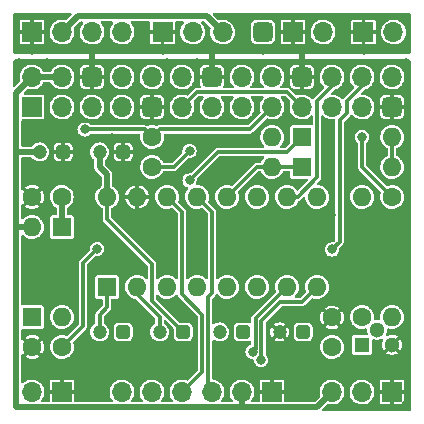
<source format=gbr>
%TF.GenerationSoftware,KiCad,Pcbnew,(6.0.9)*%
%TF.CreationDate,2023-02-09T17:54:20+01:00*%
%TF.ProjectId,piTelex_V10_1.0.0,70695465-6c65-4785-9f56-31305f312e30,1.0.0 -JK-*%
%TF.SameCoordinates,Original*%
%TF.FileFunction,Copper,L1,Top*%
%TF.FilePolarity,Positive*%
%FSLAX46Y46*%
G04 Gerber Fmt 4.6, Leading zero omitted, Abs format (unit mm)*
G04 Created by KiCad (PCBNEW (6.0.9)) date 2023-02-09 17:54:20*
%MOMM*%
%LPD*%
G01*
G04 APERTURE LIST*
G04 Aperture macros list*
%AMRoundRect*
0 Rectangle with rounded corners*
0 $1 Rounding radius*
0 $2 $3 $4 $5 $6 $7 $8 $9 X,Y pos of 4 corners*
0 Add a 4 corners polygon primitive as box body*
4,1,4,$2,$3,$4,$5,$6,$7,$8,$9,$2,$3,0*
0 Add four circle primitives for the rounded corners*
1,1,$1+$1,$2,$3*
1,1,$1+$1,$4,$5*
1,1,$1+$1,$6,$7*
1,1,$1+$1,$8,$9*
0 Add four rect primitives between the rounded corners*
20,1,$1+$1,$2,$3,$4,$5,0*
20,1,$1+$1,$4,$5,$6,$7,0*
20,1,$1+$1,$6,$7,$8,$9,0*
20,1,$1+$1,$8,$9,$2,$3,0*%
G04 Aperture macros list end*
%TA.AperFunction,ComponentPad*%
%ADD10C,1.600000*%
%TD*%
%TA.AperFunction,ComponentPad*%
%ADD11O,1.600000X1.600000*%
%TD*%
%TA.AperFunction,ComponentPad*%
%ADD12R,1.600000X1.600000*%
%TD*%
%TA.AperFunction,ComponentPad*%
%ADD13R,1.700000X1.700000*%
%TD*%
%TA.AperFunction,ComponentPad*%
%ADD14O,1.700000X1.700000*%
%TD*%
%TA.AperFunction,ComponentPad*%
%ADD15C,1.200000*%
%TD*%
%TA.AperFunction,ComponentPad*%
%ADD16RoundRect,0.300000X-0.300000X-0.300000X0.300000X-0.300000X0.300000X0.300000X-0.300000X0.300000X0*%
%TD*%
%TA.AperFunction,ComponentPad*%
%ADD17RoundRect,0.425000X0.425000X-0.425000X0.425000X0.425000X-0.425000X0.425000X-0.425000X-0.425000X0*%
%TD*%
%TA.AperFunction,ComponentPad*%
%ADD18R,1.300000X1.300000*%
%TD*%
%TA.AperFunction,ComponentPad*%
%ADD19C,1.300000*%
%TD*%
%TA.AperFunction,ComponentPad*%
%ADD20RoundRect,0.425000X-0.425000X0.425000X-0.425000X-0.425000X0.425000X-0.425000X0.425000X0.425000X0*%
%TD*%
%TA.AperFunction,ViaPad*%
%ADD21C,0.800000*%
%TD*%
%TA.AperFunction,Conductor*%
%ADD22C,0.300000*%
%TD*%
%TA.AperFunction,Conductor*%
%ADD23C,0.500000*%
%TD*%
G04 APERTURE END LIST*
D10*
%TO.P,R2,1*%
%TO.N,RXD*%
X94920000Y-79680000D03*
D11*
%TO.P,R2,2*%
%TO.N,/RXD_M*%
X105080000Y-79680000D03*
%TD*%
D10*
%TO.P,C8,1*%
%TO.N,BTN*%
X87300000Y-94920000D03*
%TO.P,C8,2*%
%TO.N,GND*%
X84800000Y-94920000D03*
%TD*%
D12*
%TO.P,D4,1,K*%
%TO.N,/RXD_M*%
X107620000Y-79680000D03*
D11*
%TO.P,D4,2,A*%
%TO.N,/TXD_M*%
X115240000Y-79680000D03*
%TD*%
D10*
%TO.P,C7,1*%
%TO.N,/VCC_M*%
X87280000Y-82220000D03*
%TO.P,C7,2*%
%TO.N,GND*%
X84780000Y-82220000D03*
%TD*%
%TO.P,R1,1*%
%TO.N,+3.3V*%
X94920000Y-77140000D03*
D11*
%TO.P,R1,2*%
%TO.N,/TXD_M*%
X105080000Y-77140000D03*
%TD*%
D13*
%TO.P,J2,1,Pin_1*%
%TO.N,GND*%
X95809000Y-68250000D03*
D14*
%TO.P,J2,2,Pin_2*%
%TO.N,NEO*%
X98349000Y-68250000D03*
%TO.P,J2,3,Pin_3*%
%TO.N,+5V*%
X100889000Y-68250000D03*
%TD*%
D15*
%TO.P,C6,1*%
%TO.N,GND*%
X105715000Y-93650000D03*
D16*
%TO.P,C6,2*%
%TO.N,Net-(C6-Pad2)*%
X107715000Y-93650000D03*
%TD*%
D10*
%TO.P,R4,1*%
%TO.N,POW*%
X115240000Y-82220000D03*
D11*
%TO.P,R4,2*%
%TO.N,Net-(Q1-Pad2)*%
X115240000Y-92380000D03*
%TD*%
D15*
%TO.P,C4,1*%
%TO.N,Net-(C4-Pad1)*%
X95555000Y-93650000D03*
D16*
%TO.P,C4,2*%
%TO.N,/VCC_M*%
X97555000Y-93650000D03*
%TD*%
D17*
%TO.P,J3,1,Pin_1*%
%TO.N,LED_R*%
X104318000Y-68250000D03*
D13*
%TO.P,J3,2,Pin_2*%
%TO.N,GND*%
X106858000Y-68250000D03*
D14*
%TO.P,J3,3,Pin_3*%
%TO.N,LED_G*%
X109398000Y-68250000D03*
%TD*%
D18*
%TO.P,Q1,1,C*%
%TO.N,X_POW*%
X112700000Y-94735000D03*
D19*
%TO.P,Q1,2,B*%
%TO.N,Net-(Q1-Pad2)*%
X113980000Y-93465000D03*
%TO.P,Q1,3,E*%
%TO.N,GND*%
X115240000Y-94735000D03*
%TD*%
D13*
%TO.P,J7,1,Pin_1*%
%TO.N,GND*%
X115240000Y-98730000D03*
D14*
%TO.P,J7,2,Pin_2*%
%TO.N,X_POW*%
X112700000Y-98730000D03*
%TO.P,J7,3,Pin_3*%
%TO.N,+5V*%
X110160000Y-98730000D03*
%TD*%
D13*
%TO.P,J1,1,Pin_1*%
%TO.N,GND*%
X84760000Y-68250000D03*
D14*
%TO.P,J1,2,Pin_2*%
%TO.N,+5V*%
X87300000Y-68250000D03*
%TO.P,J1,3,Pin_3*%
%TO.N,SDA*%
X89840000Y-68250000D03*
%TO.P,J1,4,Pin_4*%
%TO.N,SCL*%
X92380000Y-68250000D03*
%TD*%
D13*
%TO.P,J5,1,Pin_1*%
%TO.N,GND*%
X87300000Y-98730000D03*
D14*
%TO.P,J5,2,Pin_2*%
%TO.N,BTN*%
X84760000Y-98730000D03*
%TD*%
D15*
%TO.P,C1,1*%
%TO.N,+5V*%
X85395000Y-78410000D03*
D16*
%TO.P,C1,2*%
%TO.N,GND*%
X87395000Y-78410000D03*
%TD*%
D12*
%TO.P,D2,1,K*%
%TO.N,/VCC_M*%
X87300000Y-84760000D03*
D11*
%TO.P,D2,2,A*%
%TO.N,Net-(D1-Pad1)*%
X87300000Y-92380000D03*
%TD*%
D15*
%TO.P,C5,1*%
%TO.N,Net-(C5-Pad1)*%
X100635000Y-93650000D03*
D16*
%TO.P,C5,2*%
%TO.N,Net-(C5-Pad2)*%
X102635000Y-93650000D03*
%TD*%
D15*
%TO.P,C3,1*%
%TO.N,Net-(C3-Pad1)*%
X90475000Y-93650000D03*
D16*
%TO.P,C3,2*%
%TO.N,Net-(C3-Pad2)*%
X92475000Y-93650000D03*
%TD*%
D13*
%TO.P,J4,1,Pin_1*%
%TO.N,GND*%
X112822000Y-68250000D03*
D14*
%TO.P,J4,2,Pin_2*%
%TO.N,OFF*%
X115362000Y-68250000D03*
%TD*%
D10*
%TO.P,C9,1*%
%TO.N,+5V*%
X110160000Y-94920000D03*
%TO.P,C9,2*%
%TO.N,GND*%
X110160000Y-92420000D03*
%TD*%
D13*
%TO.P,J6,1,Pin_1*%
%TO.N,GND*%
X105080000Y-98730000D03*
D14*
%TO.P,J6,2,Pin_2*%
%TO.N,+5V*%
X102540000Y-98730000D03*
%TO.P,J6,3,Pin_3*%
%TO.N,X_RXD*%
X100000000Y-98730000D03*
%TO.P,J6,4,Pin_4*%
%TO.N,X_TXD*%
X97460000Y-98730000D03*
%TO.P,J6,5,Pin_5*%
%TO.N,X_CTS*%
X94920000Y-98730000D03*
%TO.P,J6,6,Pin_6*%
%TO.N,X_RTS*%
X92380000Y-98730000D03*
%TD*%
D12*
%TO.P,D3,1,K*%
%TO.N,TXD*%
X107620000Y-77140000D03*
D11*
%TO.P,D3,2,A*%
%TO.N,/TXD_M*%
X115240000Y-77140000D03*
%TD*%
D10*
%TO.P,R3,1*%
%TO.N,CTS*%
X112700000Y-92380000D03*
D11*
%TO.P,R3,2*%
%TO.N,/CTS_M*%
X112700000Y-82220000D03*
%TD*%
D15*
%TO.P,C2,1*%
%TO.N,/VCC_M*%
X90475000Y-78410000D03*
D16*
%TO.P,C2,2*%
%TO.N,GND*%
X92475000Y-78410000D03*
%TD*%
D12*
%TO.P,D1,1,K*%
%TO.N,Net-(D1-Pad1)*%
X84760000Y-92380000D03*
D11*
%TO.P,D1,2,A*%
%TO.N,+5V*%
X84760000Y-84760000D03*
%TD*%
D12*
%TO.P,U1,1,C1+*%
%TO.N,Net-(C3-Pad1)*%
X91110000Y-89840000D03*
D11*
%TO.P,U1,2,VS+*%
%TO.N,Net-(C4-Pad1)*%
X93650000Y-89840000D03*
%TO.P,U1,3,C1-*%
%TO.N,Net-(C3-Pad2)*%
X96190000Y-89840000D03*
%TO.P,U1,4,C2+*%
%TO.N,Net-(C5-Pad1)*%
X98730000Y-89840000D03*
%TO.P,U1,5,C2-*%
%TO.N,Net-(C5-Pad2)*%
X101270000Y-89840000D03*
%TO.P,U1,6,VS-*%
%TO.N,Net-(C6-Pad2)*%
X103810000Y-89840000D03*
%TO.P,U1,7,T2OUT*%
%TO.N,X_RTS*%
X106350000Y-89840000D03*
%TO.P,U1,8,R2IN*%
%TO.N,X_CTS*%
X108890000Y-89840000D03*
%TO.P,U1,9,R2OUT*%
%TO.N,/CTS_M*%
X108890000Y-82220000D03*
%TO.P,U1,10,T2IN*%
%TO.N,RTS*%
X106350000Y-82220000D03*
%TO.P,U1,11,T1IN*%
%TO.N,/TXD_M*%
X103810000Y-82220000D03*
%TO.P,U1,12,R1OUT*%
%TO.N,/RXD_M*%
X101270000Y-82220000D03*
%TO.P,U1,13,R1IN*%
%TO.N,X_RXD*%
X98730000Y-82220000D03*
%TO.P,U1,14,T1OUT*%
%TO.N,X_TXD*%
X96190000Y-82220000D03*
%TO.P,U1,15,GND*%
%TO.N,GND*%
X93650000Y-82220000D03*
%TO.P,U1,16,VCC*%
%TO.N,/VCC_M*%
X91110000Y-82220000D03*
%TD*%
D13*
%TO.P,J8,1,Pin_1*%
%TO.N,+3.3V*%
X84760000Y-74600000D03*
D14*
%TO.P,J8,2,Pin_2*%
%TO.N,+5V*%
X84760000Y-72060000D03*
%TO.P,J8,3,Pin_3*%
%TO.N,SDA*%
X87300000Y-74600000D03*
%TO.P,J8,4,Pin_4*%
%TO.N,+5V*%
X87300000Y-72060000D03*
%TO.P,J8,5,Pin_5*%
%TO.N,SCL*%
X89840000Y-74600000D03*
D20*
%TO.P,J8,6,Pin_6*%
%TO.N,GND*%
X89840000Y-72060000D03*
D14*
%TO.P,J8,7,Pin_7*%
%TO.N,unconnected-(J8-Pad7)*%
X92380000Y-74600000D03*
%TO.P,J8,8,Pin_8*%
%TO.N,/TXD_3*%
X92380000Y-72060000D03*
D20*
%TO.P,J8,9,Pin_9*%
%TO.N,GND*%
X94920000Y-74600000D03*
D14*
%TO.P,J8,10,Pin_10*%
%TO.N,/RXD_3*%
X94920000Y-72060000D03*
%TO.P,J8,11,Pin_11*%
%TO.N,/RXD_2*%
X97460000Y-74600000D03*
%TO.P,J8,12,Pin_12*%
%TO.N,NEO*%
X97460000Y-72060000D03*
%TO.P,J8,13,Pin_13*%
%TO.N,/TXD_2*%
X100000000Y-74600000D03*
D20*
%TO.P,J8,14,Pin_14*%
%TO.N,GND*%
X100000000Y-72060000D03*
D14*
%TO.P,J8,15,Pin_15*%
%TO.N,CTS*%
X102540000Y-74600000D03*
%TO.P,J8,16,Pin_16*%
%TO.N,LED_R*%
X102540000Y-72060000D03*
%TO.P,J8,17,Pin_17*%
%TO.N,+3.3V*%
X105080000Y-74600000D03*
%TO.P,J8,18,Pin_18*%
%TO.N,LED_G*%
X105080000Y-72060000D03*
%TO.P,J8,19,Pin_19*%
%TO.N,/RXD_2*%
X107620000Y-74600000D03*
D20*
%TO.P,J8,20,Pin_20*%
%TO.N,GND*%
X107620000Y-72060000D03*
D14*
%TO.P,J8,21,Pin_21*%
%TO.N,POW*%
X110160000Y-74600000D03*
%TO.P,J8,22,Pin_22*%
%TO.N,RTS*%
X110160000Y-72060000D03*
%TO.P,J8,23,Pin_23*%
%TO.N,unconnected-(J8-Pad23)*%
X112700000Y-74600000D03*
%TO.P,J8,24,Pin_24*%
%TO.N,BTN*%
X112700000Y-72060000D03*
D20*
%TO.P,J8,25,Pin_25*%
%TO.N,GND*%
X115240000Y-74600000D03*
D14*
%TO.P,J8,26,Pin_26*%
%TO.N,OFF*%
X115240000Y-72060000D03*
%TD*%
D21*
%TO.N,GND*%
X106223000Y-75870000D03*
X100434500Y-97333000D03*
X111557000Y-96444000D03*
X93015000Y-91237000D03*
X90094000Y-83236000D03*
X86030000Y-70917000D03*
X98349000Y-94793000D03*
X88062000Y-86159502D03*
X109906000Y-76124000D03*
X98730000Y-87808000D03*
X111557000Y-86157000D03*
X93269000Y-87427000D03*
X84760000Y-76124000D03*
X105080000Y-81204000D03*
X109906000Y-85522000D03*
X101397000Y-77394000D03*
X105080000Y-97333000D03*
X89827500Y-91237000D03*
X116383000Y-99873000D03*
X98730000Y-85014000D03*
X101397000Y-79172000D03*
X112827000Y-69774000D03*
X84760000Y-69774000D03*
X100762000Y-85014000D03*
X85903000Y-89078000D03*
X88570000Y-77267000D03*
X96190000Y-70917000D03*
X101524000Y-91364000D03*
X90094000Y-81204000D03*
X112065000Y-80569000D03*
X89840000Y-99111000D03*
X98730000Y-70917000D03*
X88570000Y-75743000D03*
X111557000Y-77648000D03*
X86030000Y-73203000D03*
X93523000Y-97206000D03*
X97819931Y-97310114D03*
X88328500Y-91237000D03*
X83617000Y-70917000D03*
X91110000Y-75743000D03*
X96698000Y-85014000D03*
X103556000Y-91364000D03*
X116383000Y-70917000D03*
X109779000Y-80569000D03*
X113716000Y-76124000D03*
X96698000Y-91237000D03*
X101397000Y-75743000D03*
X84379000Y-80061000D03*
X107620000Y-99111000D03*
X113970000Y-91618000D03*
X92126000Y-81204000D03*
X100762000Y-87808000D03*
X116383000Y-85903000D03*
X84379000Y-96698000D03*
X111557000Y-83744000D03*
X95809000Y-69774000D03*
X104318000Y-69774000D03*
X96698000Y-87808000D03*
X110045500Y-83744000D03*
X101778000Y-94793000D03*
X115084502Y-96444000D03*
X91491000Y-77267000D03*
%TO.N,RXD*%
X98095000Y-78330498D03*
%TO.N,TXD*%
X98095000Y-80823000D03*
%TO.N,+3.3V*%
X89216809Y-76505000D03*
%TO.N,X_CTS*%
X104142107Y-96013845D03*
%TO.N,X_RTS*%
X103431220Y-95311246D03*
%TO.N,POW*%
X112700000Y-77140000D03*
%TO.N,BTN*%
X90284500Y-86601500D03*
X110160000Y-86665000D03*
%TD*%
D22*
%TO.N,GND*%
X87300000Y-98725000D02*
X87295000Y-98730000D01*
D23*
X89840000Y-69647000D02*
X89840000Y-72060000D01*
X100000000Y-72060000D02*
X100000000Y-69520000D01*
X107620000Y-72060000D02*
X107620000Y-69647000D01*
D22*
%TO.N,Net-(C3-Pad1)*%
X91110000Y-89840000D02*
X91110000Y-91554500D01*
X90475000Y-92189500D02*
X90475000Y-93650000D01*
X91110000Y-91554500D02*
X90475000Y-92189500D01*
%TO.N,Net-(C4-Pad1)*%
X95555000Y-92357106D02*
X95555000Y-93650000D01*
X93650000Y-90452106D02*
X95555000Y-92357106D01*
X93650000Y-89840000D02*
X93650000Y-90452106D01*
%TO.N,RXD*%
X98095000Y-78330498D02*
X96745498Y-79680000D01*
X96745498Y-79680000D02*
X94920000Y-79680000D01*
%TO.N,TXD*%
X106350000Y-78410000D02*
X107620000Y-77140000D01*
X100508000Y-78410000D02*
X106350000Y-78410000D01*
X98095000Y-80823000D02*
X100508000Y-78410000D01*
%TO.N,RTS*%
X110160000Y-72060000D02*
X110160000Y-72822000D01*
X107239000Y-82220000D02*
X106350000Y-82220000D01*
X108890000Y-74092000D02*
X108890000Y-80569000D01*
X108890000Y-80569000D02*
X107239000Y-82220000D01*
X110160000Y-72822000D02*
X108890000Y-74092000D01*
%TO.N,+3.3V*%
X103175000Y-76505000D02*
X105080000Y-74600000D01*
X94285000Y-76505000D02*
X94920000Y-77140000D01*
X89216809Y-76505000D02*
X94285000Y-76505000D01*
X94920000Y-77140000D02*
X95555000Y-76505000D01*
X95555000Y-76505000D02*
X103175000Y-76505000D01*
D23*
%TO.N,+5V*%
X88655000Y-66895000D02*
X99534000Y-66895000D01*
X99534000Y-66895000D02*
X100889000Y-68250000D01*
X83405000Y-92295000D02*
X83405000Y-99980000D01*
X102570000Y-100030000D02*
X102540000Y-100000000D01*
X83405000Y-78495000D02*
X83405000Y-84718000D01*
X108860000Y-100030000D02*
X110160000Y-98730000D01*
X102540000Y-100000000D02*
X102540000Y-98730000D01*
X83405000Y-84718000D02*
X83405000Y-89755000D01*
X84760000Y-72060000D02*
X87300000Y-72060000D01*
X94890000Y-100030000D02*
X102570000Y-100030000D01*
X83405000Y-89755000D02*
X83405000Y-92295000D01*
X83455000Y-100030000D02*
X94890000Y-100030000D01*
X102570000Y-100030000D02*
X108860000Y-100030000D01*
X83405000Y-99980000D02*
X83455000Y-100030000D01*
X83405000Y-73415000D02*
X83405000Y-78495000D01*
X85395000Y-78410000D02*
X83490000Y-78410000D01*
D22*
X83490000Y-78410000D02*
X83405000Y-78495000D01*
D23*
X84760000Y-72060000D02*
X83405000Y-73415000D01*
X87300000Y-68250000D02*
X88655000Y-66895000D01*
D22*
X83447000Y-84760000D02*
X83405000Y-84718000D01*
D23*
X84760000Y-84760000D02*
X83447000Y-84760000D01*
D22*
%TO.N,X_RXD*%
X98730000Y-82220000D02*
X100000000Y-83490000D01*
X99685000Y-90663000D02*
X99685000Y-98415000D01*
X99685000Y-98415000D02*
X100000000Y-98730000D01*
X100000000Y-90348000D02*
X99685000Y-90663000D01*
X100000000Y-83490000D02*
X100000000Y-90348000D01*
%TO.N,X_TXD*%
X96190000Y-82220000D02*
X97460000Y-83490000D01*
X99185000Y-97005000D02*
X97460000Y-98730000D01*
X97460000Y-90475000D02*
X99185000Y-92200000D01*
X97460000Y-83490000D02*
X97460000Y-90475000D01*
X99185000Y-92200000D02*
X99185000Y-97005000D01*
%TO.N,X_CTS*%
X104142107Y-96013845D02*
X104183000Y-95972952D01*
X107620000Y-91110000D02*
X108890000Y-89840000D01*
X104183000Y-95972952D02*
X104183000Y-92714106D01*
X105787106Y-91110000D02*
X107620000Y-91110000D01*
X104183000Y-92714106D02*
X105787106Y-91110000D01*
%TO.N,X_RTS*%
X103431220Y-95311246D02*
X103683000Y-95059466D01*
X103683000Y-95059466D02*
X103683000Y-92507000D01*
X103683000Y-92507000D02*
X106350000Y-89840000D01*
%TO.N,POW*%
X112700000Y-79680000D02*
X115240000Y-82220000D01*
X112700000Y-77140000D02*
X112700000Y-79680000D01*
%TO.N,BTN*%
X112700000Y-72822000D02*
X111430000Y-74092000D01*
X110795000Y-75743000D02*
X110795000Y-86030000D01*
X112700000Y-72060000D02*
X112700000Y-72822000D01*
X89078000Y-87808000D02*
X89078000Y-93142000D01*
X89078000Y-93142000D02*
X87300000Y-94920000D01*
X90284500Y-86601500D02*
X89078000Y-87808000D01*
X111430000Y-74092000D02*
X111430000Y-75108000D01*
X111430000Y-75108000D02*
X110795000Y-75743000D01*
X110795000Y-86030000D02*
X110160000Y-86665000D01*
%TO.N,/TXD_M*%
X115240000Y-79680000D02*
X115240000Y-77140000D01*
%TO.N,/RXD_M*%
X103810000Y-79680000D02*
X101270000Y-82220000D01*
X107620000Y-79680000D02*
X105080000Y-79680000D01*
X105080000Y-79680000D02*
X103810000Y-79680000D01*
%TO.N,/RXD_2*%
X107620000Y-74600000D02*
X106350000Y-73330000D01*
X98730000Y-73330000D02*
X97460000Y-74600000D01*
X106350000Y-73330000D02*
X98730000Y-73330000D01*
%TO.N,/VCC_M*%
X94920000Y-91015000D02*
X97555000Y-93650000D01*
X91110000Y-82220000D02*
X91110000Y-84125000D01*
X94920000Y-87935000D02*
X94920000Y-91015000D01*
D23*
X87300000Y-82240000D02*
X87280000Y-82220000D01*
X90475000Y-79680000D02*
X91110000Y-80315000D01*
X87300000Y-84760000D02*
X87300000Y-82240000D01*
D22*
X91110000Y-84125000D02*
X94920000Y-87935000D01*
D23*
X91110000Y-80315000D02*
X91110000Y-82220000D01*
X90475000Y-78410000D02*
X90475000Y-79680000D01*
%TD*%
%TA.AperFunction,Conductor*%
%TO.N,GND*%
G36*
X116662183Y-70554907D02*
G01*
X116673996Y-70564996D01*
X116815504Y-70706504D01*
X116843281Y-70761021D01*
X116844500Y-70776508D01*
X116844500Y-100235500D01*
X116825593Y-100293691D01*
X116776093Y-100329655D01*
X116745500Y-100334500D01*
X109431611Y-100334500D01*
X109373420Y-100315593D01*
X109337456Y-100266093D01*
X109337456Y-100204907D01*
X109361607Y-100165496D01*
X109764246Y-99762857D01*
X109818763Y-99735080D01*
X109864843Y-99738707D01*
X109928715Y-99759461D01*
X109928726Y-99759463D01*
X109933329Y-99760959D01*
X110137894Y-99785351D01*
X110142716Y-99784980D01*
X110142719Y-99784980D01*
X110219757Y-99779052D01*
X110343300Y-99769546D01*
X110541725Y-99714145D01*
X110546038Y-99711966D01*
X110546044Y-99711964D01*
X110721289Y-99623441D01*
X110721291Y-99623440D01*
X110725610Y-99621258D01*
X110779058Y-99579500D01*
X110884135Y-99497406D01*
X110884139Y-99497402D01*
X110887951Y-99494424D01*
X110903549Y-99476354D01*
X110947313Y-99425651D01*
X111022564Y-99338472D01*
X111041231Y-99305613D01*
X111121934Y-99163550D01*
X111121935Y-99163547D01*
X111124323Y-99159344D01*
X111137882Y-99118586D01*
X111187824Y-98968454D01*
X111187824Y-98968452D01*
X111189351Y-98963863D01*
X111197965Y-98895680D01*
X111214823Y-98762228D01*
X111215171Y-98759474D01*
X111215583Y-98730000D01*
X111214138Y-98715262D01*
X111644520Y-98715262D01*
X111644925Y-98720082D01*
X111658354Y-98880000D01*
X111661759Y-98920553D01*
X111663092Y-98925201D01*
X111663092Y-98925202D01*
X111710147Y-99089301D01*
X111718544Y-99118586D01*
X111812712Y-99301818D01*
X111940677Y-99463270D01*
X111944357Y-99466402D01*
X111944359Y-99466404D01*
X112043177Y-99550504D01*
X112097564Y-99596791D01*
X112101787Y-99599151D01*
X112101791Y-99599154D01*
X112218702Y-99664493D01*
X112277398Y-99697297D01*
X112281996Y-99698791D01*
X112468724Y-99759463D01*
X112468726Y-99759464D01*
X112473329Y-99760959D01*
X112677894Y-99785351D01*
X112682716Y-99784980D01*
X112682719Y-99784980D01*
X112759757Y-99779052D01*
X112883300Y-99769546D01*
X113081725Y-99714145D01*
X113086038Y-99711966D01*
X113086044Y-99711964D01*
X113261289Y-99623441D01*
X113261291Y-99623440D01*
X113265610Y-99621258D01*
X113299424Y-99594840D01*
X114190000Y-99594840D01*
X114190948Y-99604462D01*
X114199702Y-99648474D01*
X114207021Y-99666142D01*
X114240389Y-99716082D01*
X114253918Y-99729611D01*
X114303858Y-99762979D01*
X114321526Y-99770298D01*
X114365538Y-99779052D01*
X114375160Y-99780000D01*
X115074320Y-99780000D01*
X115087005Y-99775878D01*
X115090000Y-99771757D01*
X115090000Y-99764320D01*
X115390000Y-99764320D01*
X115394122Y-99777005D01*
X115398243Y-99780000D01*
X116104840Y-99780000D01*
X116114462Y-99779052D01*
X116158474Y-99770298D01*
X116176142Y-99762979D01*
X116226082Y-99729611D01*
X116239611Y-99716082D01*
X116272979Y-99666142D01*
X116280298Y-99648474D01*
X116289052Y-99604462D01*
X116290000Y-99594840D01*
X116290000Y-98895680D01*
X116285878Y-98882995D01*
X116281757Y-98880000D01*
X115405680Y-98880000D01*
X115392995Y-98884122D01*
X115390000Y-98888243D01*
X115390000Y-99764320D01*
X115090000Y-99764320D01*
X115090000Y-98895680D01*
X115085878Y-98882995D01*
X115081757Y-98880000D01*
X114205680Y-98880000D01*
X114192995Y-98884122D01*
X114190000Y-98888243D01*
X114190000Y-99594840D01*
X113299424Y-99594840D01*
X113319058Y-99579500D01*
X113424135Y-99497406D01*
X113424139Y-99497402D01*
X113427951Y-99494424D01*
X113443549Y-99476354D01*
X113487313Y-99425651D01*
X113562564Y-99338472D01*
X113581231Y-99305613D01*
X113661934Y-99163550D01*
X113661935Y-99163547D01*
X113664323Y-99159344D01*
X113677882Y-99118586D01*
X113727824Y-98968454D01*
X113727824Y-98968452D01*
X113729351Y-98963863D01*
X113737965Y-98895680D01*
X113754823Y-98762228D01*
X113755171Y-98759474D01*
X113755583Y-98730000D01*
X113740582Y-98577005D01*
X113739338Y-98564320D01*
X114190000Y-98564320D01*
X114194122Y-98577005D01*
X114198243Y-98580000D01*
X115074320Y-98580000D01*
X115087005Y-98575878D01*
X115090000Y-98571757D01*
X115090000Y-98564320D01*
X115390000Y-98564320D01*
X115394122Y-98577005D01*
X115398243Y-98580000D01*
X116274320Y-98580000D01*
X116287005Y-98575878D01*
X116290000Y-98571757D01*
X116290000Y-97865160D01*
X116289052Y-97855538D01*
X116280298Y-97811526D01*
X116272979Y-97793858D01*
X116239611Y-97743918D01*
X116226082Y-97730389D01*
X116176142Y-97697021D01*
X116158474Y-97689702D01*
X116114462Y-97680948D01*
X116104840Y-97680000D01*
X115405680Y-97680000D01*
X115392995Y-97684122D01*
X115390000Y-97688243D01*
X115390000Y-98564320D01*
X115090000Y-98564320D01*
X115090000Y-97695680D01*
X115085878Y-97682995D01*
X115081757Y-97680000D01*
X114375160Y-97680000D01*
X114365538Y-97680948D01*
X114321526Y-97689702D01*
X114303858Y-97697021D01*
X114253918Y-97730389D01*
X114240389Y-97743918D01*
X114207021Y-97793858D01*
X114199702Y-97811526D01*
X114190948Y-97855538D01*
X114190000Y-97865160D01*
X114190000Y-98564320D01*
X113739338Y-98564320D01*
X113735952Y-98529780D01*
X113735951Y-98529776D01*
X113735480Y-98524970D01*
X113675935Y-98327749D01*
X113579218Y-98145849D01*
X113449011Y-97986200D01*
X113402230Y-97947499D01*
X113294002Y-97857965D01*
X113294000Y-97857964D01*
X113290275Y-97854882D01*
X113109055Y-97756897D01*
X113024840Y-97730828D01*
X112916875Y-97697407D01*
X112916871Y-97697406D01*
X112912254Y-97695977D01*
X112907446Y-97695472D01*
X112907443Y-97695471D01*
X112712185Y-97674949D01*
X112712183Y-97674949D01*
X112707369Y-97674443D01*
X112647354Y-97679905D01*
X112507022Y-97692675D01*
X112507017Y-97692676D01*
X112502203Y-97693114D01*
X112304572Y-97751280D01*
X112300288Y-97753519D01*
X112300287Y-97753520D01*
X112289428Y-97759197D01*
X112122002Y-97846726D01*
X112118231Y-97849758D01*
X111965220Y-97972781D01*
X111965217Y-97972783D01*
X111961447Y-97975815D01*
X111958333Y-97979526D01*
X111958332Y-97979527D01*
X111949585Y-97989952D01*
X111829024Y-98133630D01*
X111826689Y-98137878D01*
X111826688Y-98137879D01*
X111819955Y-98150126D01*
X111729776Y-98314162D01*
X111728313Y-98318775D01*
X111728311Y-98318779D01*
X111725466Y-98327749D01*
X111667484Y-98510532D01*
X111666944Y-98515344D01*
X111666944Y-98515345D01*
X111660617Y-98571757D01*
X111644520Y-98715262D01*
X111214138Y-98715262D01*
X111200582Y-98577005D01*
X111195952Y-98529780D01*
X111195951Y-98529776D01*
X111195480Y-98524970D01*
X111135935Y-98327749D01*
X111039218Y-98145849D01*
X110909011Y-97986200D01*
X110862230Y-97947499D01*
X110754002Y-97857965D01*
X110754000Y-97857964D01*
X110750275Y-97854882D01*
X110569055Y-97756897D01*
X110484840Y-97730828D01*
X110376875Y-97697407D01*
X110376871Y-97697406D01*
X110372254Y-97695977D01*
X110367446Y-97695472D01*
X110367443Y-97695471D01*
X110172185Y-97674949D01*
X110172183Y-97674949D01*
X110167369Y-97674443D01*
X110107354Y-97679905D01*
X109967022Y-97692675D01*
X109967017Y-97692676D01*
X109962203Y-97693114D01*
X109764572Y-97751280D01*
X109760288Y-97753519D01*
X109760287Y-97753520D01*
X109749428Y-97759197D01*
X109582002Y-97846726D01*
X109578231Y-97849758D01*
X109425220Y-97972781D01*
X109425217Y-97972783D01*
X109421447Y-97975815D01*
X109418333Y-97979526D01*
X109418332Y-97979527D01*
X109409585Y-97989952D01*
X109289024Y-98133630D01*
X109286689Y-98137878D01*
X109286688Y-98137879D01*
X109279955Y-98150126D01*
X109189776Y-98314162D01*
X109188313Y-98318775D01*
X109188311Y-98318779D01*
X109185466Y-98327749D01*
X109127484Y-98510532D01*
X109126944Y-98515344D01*
X109126944Y-98515345D01*
X109120617Y-98571757D01*
X109104520Y-98715262D01*
X109104925Y-98720082D01*
X109118354Y-98880000D01*
X109121759Y-98920553D01*
X109123092Y-98925201D01*
X109123092Y-98925202D01*
X109152613Y-99028153D01*
X109150478Y-99089301D01*
X109127452Y-99125445D01*
X108702393Y-99550504D01*
X108647876Y-99578281D01*
X108632389Y-99579500D01*
X106229000Y-99579500D01*
X106170809Y-99560593D01*
X106134845Y-99511093D01*
X106130000Y-99480500D01*
X106130000Y-98895680D01*
X106125878Y-98882995D01*
X106121757Y-98880000D01*
X104045680Y-98880000D01*
X104032995Y-98884122D01*
X104030000Y-98888243D01*
X104030000Y-99480500D01*
X104011093Y-99538691D01*
X103961593Y-99574655D01*
X103931000Y-99579500D01*
X103410749Y-99579500D01*
X103352558Y-99560593D01*
X103316594Y-99511093D01*
X103316594Y-99449907D01*
X103335803Y-99415815D01*
X103402564Y-99338472D01*
X103421231Y-99305613D01*
X103501934Y-99163550D01*
X103501935Y-99163547D01*
X103504323Y-99159344D01*
X103517882Y-99118586D01*
X103567824Y-98968454D01*
X103567824Y-98968452D01*
X103569351Y-98963863D01*
X103577965Y-98895680D01*
X103594823Y-98762228D01*
X103595171Y-98759474D01*
X103595583Y-98730000D01*
X103580582Y-98577005D01*
X103579338Y-98564320D01*
X104030000Y-98564320D01*
X104034122Y-98577005D01*
X104038243Y-98580000D01*
X104914320Y-98580000D01*
X104927005Y-98575878D01*
X104930000Y-98571757D01*
X104930000Y-98564320D01*
X105230000Y-98564320D01*
X105234122Y-98577005D01*
X105238243Y-98580000D01*
X106114320Y-98580000D01*
X106127005Y-98575878D01*
X106130000Y-98571757D01*
X106130000Y-97865160D01*
X106129052Y-97855538D01*
X106120298Y-97811526D01*
X106112979Y-97793858D01*
X106079611Y-97743918D01*
X106066082Y-97730389D01*
X106016142Y-97697021D01*
X105998474Y-97689702D01*
X105954462Y-97680948D01*
X105944840Y-97680000D01*
X105245680Y-97680000D01*
X105232995Y-97684122D01*
X105230000Y-97688243D01*
X105230000Y-98564320D01*
X104930000Y-98564320D01*
X104930000Y-97695680D01*
X104925878Y-97682995D01*
X104921757Y-97680000D01*
X104215160Y-97680000D01*
X104205538Y-97680948D01*
X104161526Y-97689702D01*
X104143858Y-97697021D01*
X104093918Y-97730389D01*
X104080389Y-97743918D01*
X104047021Y-97793858D01*
X104039702Y-97811526D01*
X104030948Y-97855538D01*
X104030000Y-97865160D01*
X104030000Y-98564320D01*
X103579338Y-98564320D01*
X103575952Y-98529780D01*
X103575951Y-98529776D01*
X103575480Y-98524970D01*
X103515935Y-98327749D01*
X103419218Y-98145849D01*
X103289011Y-97986200D01*
X103242230Y-97947499D01*
X103134002Y-97857965D01*
X103134000Y-97857964D01*
X103130275Y-97854882D01*
X102949055Y-97756897D01*
X102864840Y-97730828D01*
X102756875Y-97697407D01*
X102756871Y-97697406D01*
X102752254Y-97695977D01*
X102747446Y-97695472D01*
X102747443Y-97695471D01*
X102552185Y-97674949D01*
X102552183Y-97674949D01*
X102547369Y-97674443D01*
X102487354Y-97679905D01*
X102347022Y-97692675D01*
X102347017Y-97692676D01*
X102342203Y-97693114D01*
X102144572Y-97751280D01*
X102140288Y-97753519D01*
X102140287Y-97753520D01*
X102129428Y-97759197D01*
X101962002Y-97846726D01*
X101958231Y-97849758D01*
X101805220Y-97972781D01*
X101805217Y-97972783D01*
X101801447Y-97975815D01*
X101798333Y-97979526D01*
X101798332Y-97979527D01*
X101789585Y-97989952D01*
X101669024Y-98133630D01*
X101666689Y-98137878D01*
X101666688Y-98137879D01*
X101659955Y-98150126D01*
X101569776Y-98314162D01*
X101568313Y-98318775D01*
X101568311Y-98318779D01*
X101565466Y-98327749D01*
X101507484Y-98510532D01*
X101506944Y-98515344D01*
X101506944Y-98515345D01*
X101500617Y-98571757D01*
X101484520Y-98715262D01*
X101484925Y-98720082D01*
X101498354Y-98880000D01*
X101501759Y-98920553D01*
X101503092Y-98925201D01*
X101503092Y-98925202D01*
X101550147Y-99089301D01*
X101558544Y-99118586D01*
X101652712Y-99301818D01*
X101655720Y-99305613D01*
X101745594Y-99419006D01*
X101766921Y-99476354D01*
X101750467Y-99535286D01*
X101702517Y-99573291D01*
X101668008Y-99579500D01*
X100870749Y-99579500D01*
X100812558Y-99560593D01*
X100776594Y-99511093D01*
X100776594Y-99449907D01*
X100795803Y-99415815D01*
X100862564Y-99338472D01*
X100881231Y-99305613D01*
X100961934Y-99163550D01*
X100961935Y-99163547D01*
X100964323Y-99159344D01*
X100977882Y-99118586D01*
X101027824Y-98968454D01*
X101027824Y-98968452D01*
X101029351Y-98963863D01*
X101037965Y-98895680D01*
X101054823Y-98762228D01*
X101055171Y-98759474D01*
X101055583Y-98730000D01*
X101040582Y-98577005D01*
X101035952Y-98529780D01*
X101035951Y-98529776D01*
X101035480Y-98524970D01*
X100975935Y-98327749D01*
X100879218Y-98145849D01*
X100749011Y-97986200D01*
X100702230Y-97947499D01*
X100594002Y-97857965D01*
X100594000Y-97857964D01*
X100590275Y-97854882D01*
X100409055Y-97756897D01*
X100324840Y-97730828D01*
X100216875Y-97697407D01*
X100216871Y-97697406D01*
X100212254Y-97695977D01*
X100207447Y-97695472D01*
X100207443Y-97695471D01*
X100124152Y-97686717D01*
X100068256Y-97661830D01*
X100037663Y-97608842D01*
X100035500Y-97588259D01*
X100035500Y-94397510D01*
X100054407Y-94339319D01*
X100103907Y-94303355D01*
X100165093Y-94303355D01*
X100188709Y-94314670D01*
X100213869Y-94331134D01*
X100258253Y-94360178D01*
X100271789Y-94369036D01*
X100440116Y-94431636D01*
X100445602Y-94432368D01*
X100445606Y-94432369D01*
X100607408Y-94453957D01*
X100618130Y-94455388D01*
X100623636Y-94454887D01*
X100623638Y-94454887D01*
X100737543Y-94444521D01*
X100796981Y-94439112D01*
X100819990Y-94431636D01*
X100962517Y-94385326D01*
X100962519Y-94385325D01*
X100967782Y-94383615D01*
X100972538Y-94380780D01*
X100972540Y-94380779D01*
X101102420Y-94303355D01*
X101122044Y-94291657D01*
X101252099Y-94167807D01*
X101282814Y-94121578D01*
X101320808Y-94064391D01*
X101351483Y-94018222D01*
X101415257Y-93850336D01*
X101440251Y-93672493D01*
X101440295Y-93669361D01*
X101440522Y-93653116D01*
X101440522Y-93653108D01*
X101440565Y-93650000D01*
X101439758Y-93642803D01*
X101421163Y-93477025D01*
X101421162Y-93477021D01*
X101420546Y-93471528D01*
X101367293Y-93318604D01*
X101363305Y-93307153D01*
X101363305Y-93307152D01*
X101361727Y-93302623D01*
X101834500Y-93302623D01*
X101834501Y-93997376D01*
X101834790Y-94000035D01*
X101834790Y-94000038D01*
X101836204Y-94013050D01*
X101841149Y-94058580D01*
X101852942Y-94090039D01*
X101883528Y-94171627D01*
X101891474Y-94192824D01*
X101900019Y-94204226D01*
X101949839Y-94270699D01*
X101977454Y-94307546D01*
X102092176Y-94393526D01*
X102098782Y-94396003D01*
X102098785Y-94396004D01*
X102150683Y-94415459D01*
X102226420Y-94443851D01*
X102287623Y-94450500D01*
X102634870Y-94450500D01*
X102982376Y-94450499D01*
X102985035Y-94450210D01*
X102985038Y-94450210D01*
X103037405Y-94444522D01*
X103037407Y-94444522D01*
X103043580Y-94443851D01*
X103102678Y-94421697D01*
X103171215Y-94396004D01*
X103171218Y-94396003D01*
X103177824Y-94393526D01*
X103183472Y-94389293D01*
X103185958Y-94387932D01*
X103246080Y-94376572D01*
X103301396Y-94402721D01*
X103330779Y-94456389D01*
X103332500Y-94474770D01*
X103332500Y-94636010D01*
X103313593Y-94694201D01*
X103271386Y-94727474D01*
X103177526Y-94766353D01*
X103128379Y-94786710D01*
X103002938Y-94882964D01*
X102906684Y-95008405D01*
X102846176Y-95154484D01*
X102825538Y-95311246D01*
X102846176Y-95468008D01*
X102906684Y-95614087D01*
X103002938Y-95739528D01*
X103128379Y-95835782D01*
X103274458Y-95896290D01*
X103405651Y-95913562D01*
X103424786Y-95916081D01*
X103431220Y-95916928D01*
X103437654Y-95916081D01*
X103438272Y-95916081D01*
X103496463Y-95934988D01*
X103532427Y-95984488D01*
X103536721Y-96011599D01*
X103536425Y-96013845D01*
X103557063Y-96170607D01*
X103617571Y-96316686D01*
X103713825Y-96442127D01*
X103839266Y-96538381D01*
X103985345Y-96598889D01*
X104142107Y-96619527D01*
X104298869Y-96598889D01*
X104444948Y-96538381D01*
X104570389Y-96442127D01*
X104666643Y-96316686D01*
X104727151Y-96170607D01*
X104747789Y-96013845D01*
X104727151Y-95857083D01*
X104721215Y-95842751D01*
X104678458Y-95739528D01*
X104666643Y-95711004D01*
X104570389Y-95585563D01*
X104565236Y-95581609D01*
X104562496Y-95578869D01*
X104534719Y-95524352D01*
X104533500Y-95508865D01*
X104533500Y-94905963D01*
X109154757Y-94905963D01*
X109159145Y-94958218D01*
X109163863Y-95014400D01*
X109171175Y-95101483D01*
X109172508Y-95106131D01*
X109172508Y-95106132D01*
X109204373Y-95217256D01*
X109225258Y-95290091D01*
X109227473Y-95294401D01*
X109312731Y-95460296D01*
X109312734Y-95460300D01*
X109314944Y-95464601D01*
X109436818Y-95618369D01*
X109440505Y-95621507D01*
X109440507Y-95621509D01*
X109582550Y-95742397D01*
X109582555Y-95742400D01*
X109586238Y-95745535D01*
X109590460Y-95747895D01*
X109590465Y-95747898D01*
X109631838Y-95771020D01*
X109757513Y-95841257D01*
X109826028Y-95863519D01*
X109939513Y-95900393D01*
X109939516Y-95900394D01*
X109944118Y-95901889D01*
X110138946Y-95925121D01*
X110143768Y-95924750D01*
X110143771Y-95924750D01*
X110329748Y-95910440D01*
X110329753Y-95910439D01*
X110334576Y-95910068D01*
X110523556Y-95857303D01*
X110527869Y-95855124D01*
X110527875Y-95855122D01*
X110694368Y-95771020D01*
X110694370Y-95771018D01*
X110698689Y-95768837D01*
X110726017Y-95747486D01*
X110849487Y-95651022D01*
X110849491Y-95651018D01*
X110853303Y-95648040D01*
X110878915Y-95618369D01*
X110978345Y-95503177D01*
X110978347Y-95503175D01*
X110981509Y-95499511D01*
X110997067Y-95472125D01*
X111076036Y-95333115D01*
X111076037Y-95333112D01*
X111078425Y-95328909D01*
X111080020Y-95324116D01*
X111138831Y-95147323D01*
X111138831Y-95147321D01*
X111140358Y-95142732D01*
X111141062Y-95137164D01*
X111164601Y-94950824D01*
X111164949Y-94948071D01*
X111165341Y-94920000D01*
X111164438Y-94910783D01*
X111152659Y-94790661D01*
X111146194Y-94724728D01*
X111089484Y-94536894D01*
X111040012Y-94443851D01*
X110999643Y-94367927D01*
X110999641Y-94367923D01*
X110997370Y-94363653D01*
X110992115Y-94357209D01*
X110876422Y-94215355D01*
X110876421Y-94215354D01*
X110873361Y-94211602D01*
X110804159Y-94154354D01*
X110725907Y-94089618D01*
X110725906Y-94089617D01*
X110722180Y-94086535D01*
X110585853Y-94012823D01*
X110553839Y-93995513D01*
X110553838Y-93995513D01*
X110549585Y-93993213D01*
X110362152Y-93935193D01*
X110357342Y-93934687D01*
X110357340Y-93934687D01*
X110171835Y-93915189D01*
X110171833Y-93915189D01*
X110167019Y-93914683D01*
X110102891Y-93920519D01*
X109976438Y-93932027D01*
X109976435Y-93932028D01*
X109971618Y-93932466D01*
X109966976Y-93933832D01*
X109966972Y-93933833D01*
X109788040Y-93986496D01*
X109788037Y-93986497D01*
X109783393Y-93987864D01*
X109609512Y-94078767D01*
X109605743Y-94081797D01*
X109605742Y-94081798D01*
X109599270Y-94087002D01*
X109456600Y-94201711D01*
X109433428Y-94229326D01*
X109333589Y-94348310D01*
X109333586Y-94348314D01*
X109330480Y-94352016D01*
X109235956Y-94523954D01*
X109234492Y-94528568D01*
X109234491Y-94528571D01*
X109230321Y-94541718D01*
X109176628Y-94710978D01*
X109176088Y-94715790D01*
X109176088Y-94715791D01*
X109156759Y-94888117D01*
X109154757Y-94905963D01*
X104533500Y-94905963D01*
X104533500Y-94312525D01*
X105270382Y-94312525D01*
X105276125Y-94318925D01*
X105347390Y-94365560D01*
X105357198Y-94370514D01*
X105515049Y-94429218D01*
X105525728Y-94431881D01*
X105692654Y-94454153D01*
X105703648Y-94454384D01*
X105871372Y-94439120D01*
X105882140Y-94436910D01*
X106042318Y-94384865D01*
X106052324Y-94380326D01*
X106152175Y-94320802D01*
X106160432Y-94311370D01*
X106155743Y-94302875D01*
X105726086Y-93873218D01*
X105714203Y-93867164D01*
X105709172Y-93867960D01*
X105276380Y-94300752D01*
X105270382Y-94312525D01*
X104533500Y-94312525D01*
X104533500Y-93644269D01*
X104910556Y-93644269D01*
X104926991Y-93811873D01*
X104929277Y-93822631D01*
X104982436Y-93982433D01*
X104987050Y-93992420D01*
X105044332Y-94087002D01*
X105053910Y-94095270D01*
X105062229Y-94090639D01*
X105491782Y-93661086D01*
X105497024Y-93650797D01*
X105932164Y-93650797D01*
X105932960Y-93655828D01*
X106365696Y-94088564D01*
X106377565Y-94094612D01*
X106383850Y-94089012D01*
X106427973Y-94022601D01*
X106432998Y-94012823D01*
X106492803Y-93855386D01*
X106495539Y-93844729D01*
X106519315Y-93675560D01*
X106519792Y-93669361D01*
X106520018Y-93653116D01*
X106519715Y-93646905D01*
X106500673Y-93477145D01*
X106498234Y-93466408D01*
X106442851Y-93307371D01*
X106440576Y-93302623D01*
X106914500Y-93302623D01*
X106914501Y-93997376D01*
X106914790Y-94000035D01*
X106914790Y-94000038D01*
X106916204Y-94013050D01*
X106921149Y-94058580D01*
X106932942Y-94090039D01*
X106963528Y-94171627D01*
X106971474Y-94192824D01*
X106980019Y-94204226D01*
X107029839Y-94270699D01*
X107057454Y-94307546D01*
X107172176Y-94393526D01*
X107178782Y-94396003D01*
X107178785Y-94396004D01*
X107230683Y-94415459D01*
X107306420Y-94443851D01*
X107367623Y-94450500D01*
X107714870Y-94450500D01*
X108062376Y-94450499D01*
X108065035Y-94450210D01*
X108065038Y-94450210D01*
X108117405Y-94444522D01*
X108117407Y-94444522D01*
X108123580Y-94443851D01*
X108182678Y-94421697D01*
X108251215Y-94396004D01*
X108251218Y-94396003D01*
X108257824Y-94393526D01*
X108372546Y-94307546D01*
X108400162Y-94270699D01*
X108449981Y-94204226D01*
X108458526Y-94192824D01*
X108466473Y-94171627D01*
X108493126Y-94100526D01*
X108508851Y-94058580D01*
X108515500Y-93997377D01*
X108515499Y-93302624D01*
X108514181Y-93290492D01*
X108509522Y-93247595D01*
X108509522Y-93247593D01*
X108508851Y-93241420D01*
X108503727Y-93227752D01*
X109570209Y-93227752D01*
X109570699Y-93230851D01*
X109572635Y-93233302D01*
X109582836Y-93241984D01*
X109590754Y-93247486D01*
X109753488Y-93338435D01*
X109762316Y-93342292D01*
X109939627Y-93399904D01*
X109949027Y-93401971D01*
X110134155Y-93424046D01*
X110143781Y-93424248D01*
X110329659Y-93409945D01*
X110339153Y-93408271D01*
X110518705Y-93358139D01*
X110527702Y-93354649D01*
X110694095Y-93270599D01*
X110702238Y-93265431D01*
X110741002Y-93235145D01*
X110748462Y-93224087D01*
X110748391Y-93222059D01*
X110745695Y-93217827D01*
X110171086Y-92643218D01*
X110159203Y-92637164D01*
X110154172Y-92637960D01*
X109576263Y-93215869D01*
X109570209Y-93227752D01*
X108503727Y-93227752D01*
X108485213Y-93178365D01*
X108461004Y-93113785D01*
X108461003Y-93113782D01*
X108458526Y-93107176D01*
X108372546Y-92992454D01*
X108257824Y-92906474D01*
X108251218Y-92903997D01*
X108251215Y-92903996D01*
X108196329Y-92883421D01*
X108123580Y-92856149D01*
X108062377Y-92849500D01*
X107715130Y-92849500D01*
X107367624Y-92849501D01*
X107364965Y-92849790D01*
X107364962Y-92849790D01*
X107312595Y-92855478D01*
X107312593Y-92855478D01*
X107306420Y-92856149D01*
X107247322Y-92878303D01*
X107178785Y-92903996D01*
X107178782Y-92903997D01*
X107172176Y-92906474D01*
X107057454Y-92992454D01*
X106971474Y-93107176D01*
X106968997Y-93113782D01*
X106968996Y-93113785D01*
X106961958Y-93132559D01*
X106921149Y-93241420D01*
X106914500Y-93302623D01*
X106440576Y-93302623D01*
X106438098Y-93297450D01*
X106385485Y-93213253D01*
X106375618Y-93204974D01*
X106367650Y-93209482D01*
X105938218Y-93638914D01*
X105932164Y-93650797D01*
X105497024Y-93650797D01*
X105497836Y-93649203D01*
X105497040Y-93644172D01*
X105064164Y-93211296D01*
X105052490Y-93205348D01*
X105045970Y-93211239D01*
X104996891Y-93287394D01*
X104992005Y-93297236D01*
X104934404Y-93455496D01*
X104931817Y-93466190D01*
X104910710Y-93633268D01*
X104910556Y-93644269D01*
X104533500Y-93644269D01*
X104533500Y-92989159D01*
X105269866Y-92989159D01*
X105274437Y-92997305D01*
X105703914Y-93426782D01*
X105715797Y-93432836D01*
X105720828Y-93432040D01*
X106153817Y-92999051D01*
X106159714Y-92987476D01*
X106153675Y-92980839D01*
X106072590Y-92929381D01*
X106062704Y-92924559D01*
X105904046Y-92868064D01*
X105893347Y-92865554D01*
X105726116Y-92845613D01*
X105715115Y-92845537D01*
X105547628Y-92863140D01*
X105536884Y-92865502D01*
X105377463Y-92919773D01*
X105367506Y-92924458D01*
X105278139Y-92979437D01*
X105269866Y-92989159D01*
X104533500Y-92989159D01*
X104533500Y-92900296D01*
X104552407Y-92842105D01*
X104562496Y-92830292D01*
X104981998Y-92410790D01*
X109155664Y-92410790D01*
X109171264Y-92596574D01*
X109173002Y-92606042D01*
X109224388Y-92785248D01*
X109227939Y-92794216D01*
X109313153Y-92960025D01*
X109318373Y-92968124D01*
X109344611Y-93001228D01*
X109355722Y-93008610D01*
X109357932Y-93008517D01*
X109361894Y-93005974D01*
X109936782Y-92431086D01*
X109942024Y-92420797D01*
X110377164Y-92420797D01*
X110377960Y-92425828D01*
X110956233Y-93004101D01*
X110968116Y-93010155D01*
X110971396Y-93009636D01*
X110973606Y-93007903D01*
X110977934Y-93002889D01*
X110983492Y-92995009D01*
X111075577Y-92832911D01*
X111079493Y-92824116D01*
X111138341Y-92647212D01*
X111140475Y-92637818D01*
X111164099Y-92450810D01*
X111164486Y-92445283D01*
X111164800Y-92422759D01*
X111164570Y-92417261D01*
X111159540Y-92365963D01*
X111694757Y-92365963D01*
X111700977Y-92440033D01*
X111709648Y-92543295D01*
X111711175Y-92561483D01*
X111712508Y-92566131D01*
X111712508Y-92566132D01*
X111744778Y-92678668D01*
X111765258Y-92750091D01*
X111767473Y-92754401D01*
X111852731Y-92920296D01*
X111852734Y-92920300D01*
X111854944Y-92924601D01*
X111857951Y-92928395D01*
X111872320Y-92946524D01*
X111976818Y-93078369D01*
X111980505Y-93081507D01*
X111980507Y-93081509D01*
X112122550Y-93202397D01*
X112122555Y-93202400D01*
X112126238Y-93205535D01*
X112130460Y-93207895D01*
X112130465Y-93207898D01*
X112210424Y-93252585D01*
X112297513Y-93301257D01*
X112385885Y-93329971D01*
X112479513Y-93360393D01*
X112479516Y-93360394D01*
X112484118Y-93361889D01*
X112678946Y-93385121D01*
X112683768Y-93384750D01*
X112683771Y-93384750D01*
X112869748Y-93370440D01*
X112869753Y-93370439D01*
X112874576Y-93370068D01*
X112903869Y-93361889D01*
X113002352Y-93334392D01*
X113063483Y-93336954D01*
X113111434Y-93374959D01*
X113127888Y-93433890D01*
X113127434Y-93440086D01*
X113124815Y-93465000D01*
X113125357Y-93470157D01*
X113126339Y-93479500D01*
X113143503Y-93642803D01*
X113145104Y-93647730D01*
X113145105Y-93647735D01*
X113179928Y-93754907D01*
X113179928Y-93816093D01*
X113143964Y-93865593D01*
X113085773Y-93884500D01*
X112030252Y-93884500D01*
X112004005Y-93889721D01*
X111981334Y-93894230D01*
X111981332Y-93894231D01*
X111971769Y-93896133D01*
X111905448Y-93940448D01*
X111861133Y-94006769D01*
X111859231Y-94016332D01*
X111859230Y-94016334D01*
X111855454Y-94035319D01*
X111849500Y-94065252D01*
X111849500Y-95404748D01*
X111850448Y-95409512D01*
X111856450Y-95439686D01*
X111861133Y-95463231D01*
X111905448Y-95529552D01*
X111971769Y-95573867D01*
X111981332Y-95575769D01*
X111981334Y-95575770D01*
X112004005Y-95580279D01*
X112030252Y-95585500D01*
X113369748Y-95585500D01*
X113395995Y-95580279D01*
X113418666Y-95575770D01*
X113418668Y-95575769D01*
X113428231Y-95573867D01*
X113494552Y-95529552D01*
X113538867Y-95463231D01*
X113543551Y-95439686D01*
X113544762Y-95433597D01*
X114759364Y-95433597D01*
X114759535Y-95434681D01*
X114763810Y-95439686D01*
X114808460Y-95472125D01*
X114817399Y-95477287D01*
X114971151Y-95545742D01*
X114980960Y-95548929D01*
X115145587Y-95583921D01*
X115155850Y-95585000D01*
X115324150Y-95585000D01*
X115334413Y-95583921D01*
X115499040Y-95548929D01*
X115508849Y-95545742D01*
X115662601Y-95477287D01*
X115671540Y-95472125D01*
X115712982Y-95442017D01*
X115720823Y-95431225D01*
X115720823Y-95430127D01*
X115717384Y-95424516D01*
X115251086Y-94958218D01*
X115239203Y-94952164D01*
X115234172Y-94952960D01*
X114765418Y-95421714D01*
X114759364Y-95433597D01*
X113544762Y-95433597D01*
X113549552Y-95409512D01*
X113550500Y-95404748D01*
X113550500Y-94357209D01*
X113569407Y-94299018D01*
X113618907Y-94263054D01*
X113680093Y-94263054D01*
X113689763Y-94266766D01*
X113715733Y-94278329D01*
X113720803Y-94279407D01*
X113720804Y-94279407D01*
X113729621Y-94281281D01*
X113890609Y-94315500D01*
X114069391Y-94315500D01*
X114230379Y-94281281D01*
X114239196Y-94279407D01*
X114239197Y-94279407D01*
X114244267Y-94278329D01*
X114249001Y-94276221D01*
X114249005Y-94276220D01*
X114339965Y-94235722D01*
X114400816Y-94229326D01*
X114453804Y-94259919D01*
X114478690Y-94315815D01*
X114465969Y-94375663D01*
X114461800Y-94382884D01*
X114457607Y-94392300D01*
X114405597Y-94552370D01*
X114403453Y-94562460D01*
X114385860Y-94729843D01*
X114385860Y-94740157D01*
X114403453Y-94907540D01*
X114405597Y-94917630D01*
X114457607Y-95077700D01*
X114461801Y-95087120D01*
X114532271Y-95209177D01*
X114541415Y-95217411D01*
X114550259Y-95212609D01*
X115027071Y-94735797D01*
X115457164Y-94735797D01*
X115457960Y-94740828D01*
X115928803Y-95211671D01*
X115939764Y-95217256D01*
X115947065Y-95210327D01*
X116018199Y-95087120D01*
X116022393Y-95077700D01*
X116074403Y-94917630D01*
X116076547Y-94907540D01*
X116094140Y-94740157D01*
X116094140Y-94729843D01*
X116076547Y-94562460D01*
X116074403Y-94552370D01*
X116022393Y-94392300D01*
X116018199Y-94382880D01*
X115947729Y-94260823D01*
X115938585Y-94252589D01*
X115929741Y-94257391D01*
X115463218Y-94723914D01*
X115457164Y-94735797D01*
X115027071Y-94735797D01*
X115714582Y-94048286D01*
X115720636Y-94036403D01*
X115720465Y-94035319D01*
X115716190Y-94030314D01*
X115671540Y-93997875D01*
X115662601Y-93992713D01*
X115508849Y-93924258D01*
X115499040Y-93921071D01*
X115334413Y-93886079D01*
X115324150Y-93885000D01*
X115155850Y-93885000D01*
X115145587Y-93886079D01*
X114980960Y-93921071D01*
X114971151Y-93924258D01*
X114880387Y-93964669D01*
X114819537Y-93971065D01*
X114766549Y-93940472D01*
X114741662Y-93884576D01*
X114754385Y-93824725D01*
X114758658Y-93817325D01*
X114758659Y-93817323D01*
X114761250Y-93812835D01*
X114805854Y-93675560D01*
X114814895Y-93647735D01*
X114814896Y-93647730D01*
X114816497Y-93642803D01*
X114833661Y-93479500D01*
X114834643Y-93470157D01*
X114835185Y-93465000D01*
X114833219Y-93446297D01*
X114845940Y-93386449D01*
X114891409Y-93345508D01*
X114952259Y-93339111D01*
X114962270Y-93341794D01*
X115019504Y-93360391D01*
X115019515Y-93360393D01*
X115024118Y-93361889D01*
X115218946Y-93385121D01*
X115223768Y-93384750D01*
X115223771Y-93384750D01*
X115409748Y-93370440D01*
X115409753Y-93370439D01*
X115414576Y-93370068D01*
X115603556Y-93317303D01*
X115607869Y-93315124D01*
X115607875Y-93315122D01*
X115774368Y-93231020D01*
X115774370Y-93231018D01*
X115778689Y-93228837D01*
X115784769Y-93224087D01*
X115929487Y-93111022D01*
X115929491Y-93111018D01*
X115933303Y-93108040D01*
X115958915Y-93078369D01*
X116058345Y-92963177D01*
X116058347Y-92963175D01*
X116061509Y-92959511D01*
X116064235Y-92954713D01*
X116156036Y-92793115D01*
X116156037Y-92793112D01*
X116158425Y-92788909D01*
X116169905Y-92754401D01*
X116218831Y-92607323D01*
X116218831Y-92607321D01*
X116220358Y-92602732D01*
X116223036Y-92581538D01*
X116240911Y-92440033D01*
X116244949Y-92408071D01*
X116245046Y-92401162D01*
X116245126Y-92395422D01*
X116245341Y-92380000D01*
X116244919Y-92375690D01*
X116231587Y-92239733D01*
X116226194Y-92184728D01*
X116169484Y-91996894D01*
X116085113Y-91838215D01*
X116079643Y-91827927D01*
X116079641Y-91827923D01*
X116077370Y-91823653D01*
X116051698Y-91792175D01*
X115956422Y-91675355D01*
X115956421Y-91675354D01*
X115953361Y-91671602D01*
X115838934Y-91576940D01*
X115805907Y-91549618D01*
X115805906Y-91549617D01*
X115802180Y-91546535D01*
X115649515Y-91463989D01*
X115633839Y-91455513D01*
X115633838Y-91455513D01*
X115629585Y-91453213D01*
X115442152Y-91395193D01*
X115437342Y-91394687D01*
X115437340Y-91394687D01*
X115251835Y-91375189D01*
X115251833Y-91375189D01*
X115247019Y-91374683D01*
X115183673Y-91380448D01*
X115056438Y-91392027D01*
X115056435Y-91392028D01*
X115051618Y-91392466D01*
X115046976Y-91393832D01*
X115046972Y-91393833D01*
X114868040Y-91446496D01*
X114868037Y-91446497D01*
X114863393Y-91447864D01*
X114689512Y-91538767D01*
X114685743Y-91541797D01*
X114685742Y-91541798D01*
X114679257Y-91547012D01*
X114536600Y-91661711D01*
X114517214Y-91684814D01*
X114413589Y-91808310D01*
X114413586Y-91808314D01*
X114410480Y-91812016D01*
X114315956Y-91983954D01*
X114314492Y-91988568D01*
X114314491Y-91988571D01*
X114300344Y-92033169D01*
X114256628Y-92170978D01*
X114256088Y-92175790D01*
X114256088Y-92175791D01*
X114236697Y-92348670D01*
X114234757Y-92365963D01*
X114245692Y-92496182D01*
X114247857Y-92521969D01*
X114233885Y-92581538D01*
X114187568Y-92621517D01*
X114128622Y-92627090D01*
X114082367Y-92617258D01*
X114074463Y-92615578D01*
X114074462Y-92615578D01*
X114069391Y-92614500D01*
X113890609Y-92614500D01*
X113809290Y-92631785D01*
X113748440Y-92625389D01*
X113702971Y-92584448D01*
X113690488Y-92522540D01*
X113690561Y-92521969D01*
X113704949Y-92408071D01*
X113705046Y-92401162D01*
X113705126Y-92395422D01*
X113705341Y-92380000D01*
X113704919Y-92375690D01*
X113691587Y-92239733D01*
X113686194Y-92184728D01*
X113629484Y-91996894D01*
X113545113Y-91838215D01*
X113539643Y-91827927D01*
X113539641Y-91827923D01*
X113537370Y-91823653D01*
X113511698Y-91792175D01*
X113416422Y-91675355D01*
X113416421Y-91675354D01*
X113413361Y-91671602D01*
X113298934Y-91576940D01*
X113265907Y-91549618D01*
X113265906Y-91549617D01*
X113262180Y-91546535D01*
X113109515Y-91463989D01*
X113093839Y-91455513D01*
X113093838Y-91455513D01*
X113089585Y-91453213D01*
X112902152Y-91395193D01*
X112897342Y-91394687D01*
X112897340Y-91394687D01*
X112711835Y-91375189D01*
X112711833Y-91375189D01*
X112707019Y-91374683D01*
X112643673Y-91380448D01*
X112516438Y-91392027D01*
X112516435Y-91392028D01*
X112511618Y-91392466D01*
X112506976Y-91393832D01*
X112506972Y-91393833D01*
X112328040Y-91446496D01*
X112328037Y-91446497D01*
X112323393Y-91447864D01*
X112149512Y-91538767D01*
X112145743Y-91541797D01*
X112145742Y-91541798D01*
X112139257Y-91547012D01*
X111996600Y-91661711D01*
X111977214Y-91684814D01*
X111873589Y-91808310D01*
X111873586Y-91808314D01*
X111870480Y-91812016D01*
X111775956Y-91983954D01*
X111774492Y-91988568D01*
X111774491Y-91988571D01*
X111760344Y-92033169D01*
X111716628Y-92170978D01*
X111716088Y-92175790D01*
X111716088Y-92175791D01*
X111696697Y-92348670D01*
X111694757Y-92365963D01*
X111159540Y-92365963D01*
X111146174Y-92229636D01*
X111144305Y-92220198D01*
X111090418Y-92041718D01*
X111086748Y-92032814D01*
X110999224Y-91868204D01*
X110993891Y-91860178D01*
X110975979Y-91838215D01*
X110964767Y-91830990D01*
X110962186Y-91831134D01*
X110958773Y-91833359D01*
X110383218Y-92408914D01*
X110377164Y-92420797D01*
X109942024Y-92420797D01*
X109942836Y-92419203D01*
X109942040Y-92414172D01*
X109364461Y-91836593D01*
X109352578Y-91830539D01*
X109349660Y-91831001D01*
X109346969Y-91833142D01*
X109334003Y-91848593D01*
X109328562Y-91856541D01*
X109238752Y-92019905D01*
X109234952Y-92028769D01*
X109178583Y-92206467D01*
X109176579Y-92215895D01*
X109155798Y-92401162D01*
X109155664Y-92410790D01*
X104981998Y-92410790D01*
X105777292Y-91615496D01*
X109571207Y-91615496D01*
X109571325Y-91617891D01*
X109573710Y-91621578D01*
X110148914Y-92196782D01*
X110160797Y-92202836D01*
X110165828Y-92202040D01*
X110743111Y-91624757D01*
X110749165Y-91612874D01*
X110748732Y-91610140D01*
X110746381Y-91607205D01*
X110725631Y-91590039D01*
X110717638Y-91584647D01*
X110553645Y-91495976D01*
X110544774Y-91492247D01*
X110366673Y-91437116D01*
X110357239Y-91435179D01*
X110171831Y-91415691D01*
X110162193Y-91415624D01*
X109976532Y-91432520D01*
X109967066Y-91434326D01*
X109788228Y-91486962D01*
X109779287Y-91490575D01*
X109614084Y-91576940D01*
X109606008Y-91582225D01*
X109578512Y-91604333D01*
X109571207Y-91615496D01*
X105777292Y-91615496D01*
X105903292Y-91489496D01*
X105957809Y-91461719D01*
X105973296Y-91460500D01*
X107572052Y-91460500D01*
X107592888Y-91462718D01*
X107594170Y-91462994D01*
X107603261Y-91464951D01*
X107635071Y-91461186D01*
X107640963Y-91460839D01*
X107640963Y-91460836D01*
X107645030Y-91460500D01*
X107649115Y-91460500D01*
X107653141Y-91459830D01*
X107653152Y-91459829D01*
X107667119Y-91457504D01*
X107671726Y-91456848D01*
X107694689Y-91454130D01*
X107711012Y-91452198D01*
X107711013Y-91452198D01*
X107719138Y-91451236D01*
X107726122Y-91447882D01*
X107727454Y-91447461D01*
X107735103Y-91446188D01*
X107777160Y-91423495D01*
X107781283Y-91421395D01*
X107818717Y-91403420D01*
X107818721Y-91403418D01*
X107824326Y-91400726D01*
X107828274Y-91397408D01*
X107829782Y-91395900D01*
X107831071Y-91394718D01*
X107832097Y-91393852D01*
X107837794Y-91390778D01*
X107843345Y-91384773D01*
X107843350Y-91384769D01*
X107871809Y-91353982D01*
X107874503Y-91351179D01*
X108427189Y-90798493D01*
X108481706Y-90770716D01*
X108527786Y-90774343D01*
X108669504Y-90820391D01*
X108669515Y-90820393D01*
X108674118Y-90821889D01*
X108868946Y-90845121D01*
X108873768Y-90844750D01*
X108873771Y-90844750D01*
X109059748Y-90830440D01*
X109059753Y-90830439D01*
X109064576Y-90830068D01*
X109253556Y-90777303D01*
X109257869Y-90775124D01*
X109257875Y-90775122D01*
X109424368Y-90691020D01*
X109424370Y-90691018D01*
X109428689Y-90688837D01*
X109435652Y-90683397D01*
X109579487Y-90571022D01*
X109579491Y-90571018D01*
X109583303Y-90568040D01*
X109591527Y-90558513D01*
X109708345Y-90423177D01*
X109708347Y-90423175D01*
X109711509Y-90419511D01*
X109720346Y-90403956D01*
X109806036Y-90253115D01*
X109806037Y-90253112D01*
X109808425Y-90248909D01*
X109811473Y-90239749D01*
X109868831Y-90067323D01*
X109868831Y-90067321D01*
X109870358Y-90062732D01*
X109894949Y-89868071D01*
X109895341Y-89840000D01*
X109894438Y-89830783D01*
X109876666Y-89649546D01*
X109876194Y-89644728D01*
X109819484Y-89456894D01*
X109727370Y-89283653D01*
X109659540Y-89200484D01*
X109606422Y-89135355D01*
X109606421Y-89135354D01*
X109603361Y-89131602D01*
X109534159Y-89074354D01*
X109455907Y-89009618D01*
X109455906Y-89009617D01*
X109452180Y-89006535D01*
X109279585Y-88913213D01*
X109092152Y-88855193D01*
X109087342Y-88854687D01*
X109087340Y-88854687D01*
X108901835Y-88835189D01*
X108901833Y-88835189D01*
X108897019Y-88834683D01*
X108833673Y-88840448D01*
X108706438Y-88852027D01*
X108706435Y-88852028D01*
X108701618Y-88852466D01*
X108696976Y-88853832D01*
X108696972Y-88853833D01*
X108518040Y-88906496D01*
X108518037Y-88906497D01*
X108513393Y-88907864D01*
X108339512Y-88998767D01*
X108335743Y-89001797D01*
X108335742Y-89001798D01*
X108326016Y-89009618D01*
X108186600Y-89121711D01*
X108175147Y-89135360D01*
X108063589Y-89268310D01*
X108063586Y-89268314D01*
X108060480Y-89272016D01*
X107965956Y-89443954D01*
X107964492Y-89448568D01*
X107964491Y-89448571D01*
X107911318Y-89616193D01*
X107906628Y-89630978D01*
X107884757Y-89825963D01*
X107901175Y-90021483D01*
X107902508Y-90026131D01*
X107902508Y-90026132D01*
X107954553Y-90207634D01*
X107952418Y-90268782D01*
X107929392Y-90304926D01*
X107503814Y-90730504D01*
X107449297Y-90758281D01*
X107433810Y-90759500D01*
X107085762Y-90759500D01*
X107027571Y-90740593D01*
X106991607Y-90691093D01*
X106991607Y-90629907D01*
X107024810Y-90582488D01*
X107043303Y-90568040D01*
X107051527Y-90558513D01*
X107168345Y-90423177D01*
X107168347Y-90423175D01*
X107171509Y-90419511D01*
X107180346Y-90403956D01*
X107266036Y-90253115D01*
X107266037Y-90253112D01*
X107268425Y-90248909D01*
X107271473Y-90239749D01*
X107328831Y-90067323D01*
X107328831Y-90067321D01*
X107330358Y-90062732D01*
X107354949Y-89868071D01*
X107355341Y-89840000D01*
X107354438Y-89830783D01*
X107336666Y-89649546D01*
X107336194Y-89644728D01*
X107279484Y-89456894D01*
X107187370Y-89283653D01*
X107119540Y-89200484D01*
X107066422Y-89135355D01*
X107066421Y-89135354D01*
X107063361Y-89131602D01*
X106994159Y-89074354D01*
X106915907Y-89009618D01*
X106915906Y-89009617D01*
X106912180Y-89006535D01*
X106739585Y-88913213D01*
X106552152Y-88855193D01*
X106547342Y-88854687D01*
X106547340Y-88854687D01*
X106361835Y-88835189D01*
X106361833Y-88835189D01*
X106357019Y-88834683D01*
X106293673Y-88840448D01*
X106166438Y-88852027D01*
X106166435Y-88852028D01*
X106161618Y-88852466D01*
X106156976Y-88853832D01*
X106156972Y-88853833D01*
X105978040Y-88906496D01*
X105978037Y-88906497D01*
X105973393Y-88907864D01*
X105799512Y-88998767D01*
X105795743Y-89001797D01*
X105795742Y-89001798D01*
X105786016Y-89009618D01*
X105646600Y-89121711D01*
X105635147Y-89135360D01*
X105523589Y-89268310D01*
X105523586Y-89268314D01*
X105520480Y-89272016D01*
X105425956Y-89443954D01*
X105424492Y-89448568D01*
X105424491Y-89448571D01*
X105371318Y-89616193D01*
X105366628Y-89630978D01*
X105344757Y-89825963D01*
X105361175Y-90021483D01*
X105362508Y-90026131D01*
X105362508Y-90026132D01*
X105414553Y-90207634D01*
X105412418Y-90268782D01*
X105389392Y-90304926D01*
X103469063Y-92225255D01*
X103452760Y-92238420D01*
X103450726Y-92239733D01*
X103450722Y-92239736D01*
X103443848Y-92244175D01*
X103424015Y-92269332D01*
X103420101Y-92273737D01*
X103420102Y-92273738D01*
X103417449Y-92276869D01*
X103414572Y-92279746D01*
X103403956Y-92294601D01*
X103401170Y-92298312D01*
X103371608Y-92335811D01*
X103369042Y-92343118D01*
X103368395Y-92344363D01*
X103363889Y-92350669D01*
X103361545Y-92358508D01*
X103350208Y-92396415D01*
X103348767Y-92400851D01*
X103341074Y-92422759D01*
X103332945Y-92445906D01*
X103332500Y-92451044D01*
X103332500Y-92453182D01*
X103332426Y-92454901D01*
X103332311Y-92456262D01*
X103330456Y-92462464D01*
X103330777Y-92470635D01*
X103332424Y-92512554D01*
X103332500Y-92516441D01*
X103332500Y-92825230D01*
X103313593Y-92883421D01*
X103264093Y-92919385D01*
X103202907Y-92919385D01*
X103185958Y-92912068D01*
X103183472Y-92910707D01*
X103177824Y-92906474D01*
X103171218Y-92903997D01*
X103171215Y-92903996D01*
X103116329Y-92883421D01*
X103043580Y-92856149D01*
X102982377Y-92849500D01*
X102635130Y-92849500D01*
X102287624Y-92849501D01*
X102284965Y-92849790D01*
X102284962Y-92849790D01*
X102232595Y-92855478D01*
X102232593Y-92855478D01*
X102226420Y-92856149D01*
X102167322Y-92878303D01*
X102098785Y-92903996D01*
X102098782Y-92903997D01*
X102092176Y-92906474D01*
X101977454Y-92992454D01*
X101891474Y-93107176D01*
X101888997Y-93113782D01*
X101888996Y-93113785D01*
X101881958Y-93132559D01*
X101841149Y-93241420D01*
X101834500Y-93302623D01*
X101361727Y-93302623D01*
X101361485Y-93301927D01*
X101311578Y-93222059D01*
X101269247Y-93154315D01*
X101269245Y-93154313D01*
X101266316Y-93149625D01*
X101139770Y-93022193D01*
X101134855Y-93019074D01*
X100992810Y-92928929D01*
X100992809Y-92928928D01*
X100988136Y-92925963D01*
X100982638Y-92924005D01*
X100830594Y-92869865D01*
X100818951Y-92865719D01*
X100813464Y-92865065D01*
X100813461Y-92865064D01*
X100646120Y-92845110D01*
X100646117Y-92845110D01*
X100640624Y-92844455D01*
X100462017Y-92863227D01*
X100456777Y-92865011D01*
X100456776Y-92865011D01*
X100297249Y-92919318D01*
X100297245Y-92919320D01*
X100292007Y-92921103D01*
X100287296Y-92924001D01*
X100287288Y-92924005D01*
X100186374Y-92986088D01*
X100126905Y-93000475D01*
X100070336Y-92977159D01*
X100038276Y-92925046D01*
X100035500Y-92901767D01*
X100035500Y-90849190D01*
X100054407Y-90790999D01*
X100064496Y-90779186D01*
X100213937Y-90629745D01*
X100230240Y-90616580D01*
X100232274Y-90615267D01*
X100232278Y-90615264D01*
X100239152Y-90610825D01*
X100258985Y-90585668D01*
X100262899Y-90581263D01*
X100262898Y-90581262D01*
X100265551Y-90578131D01*
X100268428Y-90575254D01*
X100279044Y-90560399D01*
X100281835Y-90556681D01*
X100306327Y-90525614D01*
X100306327Y-90525613D01*
X100311392Y-90519189D01*
X100313958Y-90511882D01*
X100314605Y-90510636D01*
X100319111Y-90504331D01*
X100321456Y-90496490D01*
X100325055Y-90489143D01*
X100327910Y-90490541D01*
X100354454Y-90452132D01*
X100412183Y-90431858D01*
X100470804Y-90449387D01*
X100492102Y-90469334D01*
X100546818Y-90538369D01*
X100550505Y-90541507D01*
X100550507Y-90541509D01*
X100692550Y-90662397D01*
X100692555Y-90662400D01*
X100696238Y-90665535D01*
X100700460Y-90667895D01*
X100700465Y-90667898D01*
X100773412Y-90708666D01*
X100867513Y-90761257D01*
X100955885Y-90789971D01*
X101049513Y-90820393D01*
X101049516Y-90820394D01*
X101054118Y-90821889D01*
X101248946Y-90845121D01*
X101253768Y-90844750D01*
X101253771Y-90844750D01*
X101439748Y-90830440D01*
X101439753Y-90830439D01*
X101444576Y-90830068D01*
X101633556Y-90777303D01*
X101637869Y-90775124D01*
X101637875Y-90775122D01*
X101804368Y-90691020D01*
X101804370Y-90691018D01*
X101808689Y-90688837D01*
X101815652Y-90683397D01*
X101959487Y-90571022D01*
X101959491Y-90571018D01*
X101963303Y-90568040D01*
X101971527Y-90558513D01*
X102088345Y-90423177D01*
X102088347Y-90423175D01*
X102091509Y-90419511D01*
X102100346Y-90403956D01*
X102186036Y-90253115D01*
X102186037Y-90253112D01*
X102188425Y-90248909D01*
X102191473Y-90239749D01*
X102248831Y-90067323D01*
X102248831Y-90067321D01*
X102250358Y-90062732D01*
X102274949Y-89868071D01*
X102275341Y-89840000D01*
X102274438Y-89830783D01*
X102273965Y-89825963D01*
X102804757Y-89825963D01*
X102821175Y-90021483D01*
X102822508Y-90026131D01*
X102822508Y-90026132D01*
X102834320Y-90067323D01*
X102875258Y-90210091D01*
X102877473Y-90214401D01*
X102962731Y-90380296D01*
X102962734Y-90380300D01*
X102964944Y-90384601D01*
X103086818Y-90538369D01*
X103090505Y-90541507D01*
X103090507Y-90541509D01*
X103232550Y-90662397D01*
X103232555Y-90662400D01*
X103236238Y-90665535D01*
X103240460Y-90667895D01*
X103240465Y-90667898D01*
X103313412Y-90708666D01*
X103407513Y-90761257D01*
X103495885Y-90789971D01*
X103589513Y-90820393D01*
X103589516Y-90820394D01*
X103594118Y-90821889D01*
X103788946Y-90845121D01*
X103793768Y-90844750D01*
X103793771Y-90844750D01*
X103979748Y-90830440D01*
X103979753Y-90830439D01*
X103984576Y-90830068D01*
X104173556Y-90777303D01*
X104177869Y-90775124D01*
X104177875Y-90775122D01*
X104344368Y-90691020D01*
X104344370Y-90691018D01*
X104348689Y-90688837D01*
X104355652Y-90683397D01*
X104499487Y-90571022D01*
X104499491Y-90571018D01*
X104503303Y-90568040D01*
X104511527Y-90558513D01*
X104628345Y-90423177D01*
X104628347Y-90423175D01*
X104631509Y-90419511D01*
X104640346Y-90403956D01*
X104726036Y-90253115D01*
X104726037Y-90253112D01*
X104728425Y-90248909D01*
X104731473Y-90239749D01*
X104788831Y-90067323D01*
X104788831Y-90067321D01*
X104790358Y-90062732D01*
X104814949Y-89868071D01*
X104815341Y-89840000D01*
X104814438Y-89830783D01*
X104796666Y-89649546D01*
X104796194Y-89644728D01*
X104739484Y-89456894D01*
X104647370Y-89283653D01*
X104579540Y-89200484D01*
X104526422Y-89135355D01*
X104526421Y-89135354D01*
X104523361Y-89131602D01*
X104454159Y-89074354D01*
X104375907Y-89009618D01*
X104375906Y-89009617D01*
X104372180Y-89006535D01*
X104199585Y-88913213D01*
X104012152Y-88855193D01*
X104007342Y-88854687D01*
X104007340Y-88854687D01*
X103821835Y-88835189D01*
X103821833Y-88835189D01*
X103817019Y-88834683D01*
X103753673Y-88840448D01*
X103626438Y-88852027D01*
X103626435Y-88852028D01*
X103621618Y-88852466D01*
X103616976Y-88853832D01*
X103616972Y-88853833D01*
X103438040Y-88906496D01*
X103438037Y-88906497D01*
X103433393Y-88907864D01*
X103259512Y-88998767D01*
X103255743Y-89001797D01*
X103255742Y-89001798D01*
X103246016Y-89009618D01*
X103106600Y-89121711D01*
X103095147Y-89135360D01*
X102983589Y-89268310D01*
X102983586Y-89268314D01*
X102980480Y-89272016D01*
X102885956Y-89443954D01*
X102884492Y-89448568D01*
X102884491Y-89448571D01*
X102831318Y-89616193D01*
X102826628Y-89630978D01*
X102804757Y-89825963D01*
X102273965Y-89825963D01*
X102256666Y-89649546D01*
X102256194Y-89644728D01*
X102199484Y-89456894D01*
X102107370Y-89283653D01*
X102039540Y-89200484D01*
X101986422Y-89135355D01*
X101986421Y-89135354D01*
X101983361Y-89131602D01*
X101914159Y-89074354D01*
X101835907Y-89009618D01*
X101835906Y-89009617D01*
X101832180Y-89006535D01*
X101659585Y-88913213D01*
X101472152Y-88855193D01*
X101467342Y-88854687D01*
X101467340Y-88854687D01*
X101281835Y-88835189D01*
X101281833Y-88835189D01*
X101277019Y-88834683D01*
X101213673Y-88840448D01*
X101086438Y-88852027D01*
X101086435Y-88852028D01*
X101081618Y-88852466D01*
X101076976Y-88853832D01*
X101076972Y-88853833D01*
X100898040Y-88906496D01*
X100898037Y-88906497D01*
X100893393Y-88907864D01*
X100719512Y-88998767D01*
X100715743Y-89001797D01*
X100715742Y-89001798D01*
X100706016Y-89009618D01*
X100566600Y-89121711D01*
X100563496Y-89125410D01*
X100563487Y-89125419D01*
X100525338Y-89170884D01*
X100473450Y-89203307D01*
X100412414Y-89199039D01*
X100365543Y-89159710D01*
X100350500Y-89107248D01*
X100350500Y-83537948D01*
X100352718Y-83517112D01*
X100353228Y-83514741D01*
X100354951Y-83506739D01*
X100351186Y-83474929D01*
X100350839Y-83469037D01*
X100350836Y-83469037D01*
X100350500Y-83464970D01*
X100350500Y-83460885D01*
X100349830Y-83456859D01*
X100349829Y-83456848D01*
X100347504Y-83442881D01*
X100346846Y-83438262D01*
X100342197Y-83398983D01*
X100341236Y-83390861D01*
X100337883Y-83383878D01*
X100337461Y-83382544D01*
X100336188Y-83374897D01*
X100313506Y-83332861D01*
X100311388Y-83328703D01*
X100293422Y-83291288D01*
X100293421Y-83291287D01*
X100290726Y-83285674D01*
X100287408Y-83281726D01*
X100285898Y-83280216D01*
X100284718Y-83278929D01*
X100283852Y-83277903D01*
X100280778Y-83272206D01*
X100274773Y-83266655D01*
X100274769Y-83266650D01*
X100243982Y-83238191D01*
X100241179Y-83235497D01*
X99688207Y-82682525D01*
X99660430Y-82628008D01*
X99664272Y-82581272D01*
X99708831Y-82447323D01*
X99708831Y-82447321D01*
X99710358Y-82442732D01*
X99711062Y-82437164D01*
X99734601Y-82250824D01*
X99734949Y-82248071D01*
X99735341Y-82220000D01*
X99734662Y-82213068D01*
X99720633Y-82070000D01*
X99716194Y-82024728D01*
X99659484Y-81836894D01*
X99567370Y-81663653D01*
X99561576Y-81656548D01*
X99446422Y-81515355D01*
X99446421Y-81515354D01*
X99443361Y-81511602D01*
X99292180Y-81386535D01*
X99180501Y-81326150D01*
X99123839Y-81295513D01*
X99123838Y-81295513D01*
X99119585Y-81293213D01*
X98932152Y-81235193D01*
X98927342Y-81234687D01*
X98927340Y-81234687D01*
X98741835Y-81215189D01*
X98741833Y-81215189D01*
X98737019Y-81214683D01*
X98732195Y-81215122D01*
X98730034Y-81215107D01*
X98671976Y-81195794D01*
X98636358Y-81146045D01*
X98636785Y-81084861D01*
X98639260Y-81078223D01*
X98677560Y-80985759D01*
X98680044Y-80979762D01*
X98700682Y-80823000D01*
X98697952Y-80802261D01*
X98694258Y-80774200D01*
X98705409Y-80714039D01*
X98722407Y-80691275D01*
X100624186Y-78789496D01*
X100678703Y-78761719D01*
X100694190Y-78760500D01*
X104345729Y-78760500D01*
X104403920Y-78779407D01*
X104439884Y-78828907D01*
X104439884Y-78890093D01*
X104407763Y-78936654D01*
X104380373Y-78958677D01*
X104380370Y-78958679D01*
X104376600Y-78961711D01*
X104350186Y-78993190D01*
X104253589Y-79108310D01*
X104253586Y-79108314D01*
X104250480Y-79112016D01*
X104159792Y-79276978D01*
X104159123Y-79278194D01*
X104114521Y-79320078D01*
X104072369Y-79329500D01*
X103857948Y-79329500D01*
X103837112Y-79327282D01*
X103835830Y-79327006D01*
X103826739Y-79325049D01*
X103794929Y-79328814D01*
X103789037Y-79329161D01*
X103789037Y-79329164D01*
X103784970Y-79329500D01*
X103780885Y-79329500D01*
X103776859Y-79330170D01*
X103776848Y-79330171D01*
X103762881Y-79332496D01*
X103758269Y-79333153D01*
X103710861Y-79338764D01*
X103703881Y-79342115D01*
X103702540Y-79342540D01*
X103694897Y-79343812D01*
X103652850Y-79366500D01*
X103648724Y-79368601D01*
X103605673Y-79389274D01*
X103601726Y-79392593D01*
X103600223Y-79394096D01*
X103598940Y-79395273D01*
X103597903Y-79396148D01*
X103592206Y-79399222D01*
X103586654Y-79405228D01*
X103586649Y-79405232D01*
X103558179Y-79436031D01*
X103555485Y-79438834D01*
X101733519Y-81260799D01*
X101679002Y-81288576D01*
X101634240Y-81285367D01*
X101476784Y-81236626D01*
X101476776Y-81236624D01*
X101472152Y-81235193D01*
X101467342Y-81234687D01*
X101467340Y-81234687D01*
X101281835Y-81215189D01*
X101281833Y-81215189D01*
X101277019Y-81214683D01*
X101212891Y-81220519D01*
X101086438Y-81232027D01*
X101086435Y-81232028D01*
X101081618Y-81232466D01*
X101076976Y-81233832D01*
X101076972Y-81233833D01*
X100898040Y-81286496D01*
X100898037Y-81286497D01*
X100893393Y-81287864D01*
X100719512Y-81378767D01*
X100715743Y-81381797D01*
X100715742Y-81381798D01*
X100706016Y-81389618D01*
X100566600Y-81501711D01*
X100554855Y-81515708D01*
X100443589Y-81648310D01*
X100443586Y-81648314D01*
X100440480Y-81652016D01*
X100345956Y-81823954D01*
X100344492Y-81828568D01*
X100344491Y-81828571D01*
X100291318Y-81996193D01*
X100286628Y-82010978D01*
X100286088Y-82015790D01*
X100286088Y-82015791D01*
X100280008Y-82070000D01*
X100264757Y-82205963D01*
X100268059Y-82245283D01*
X100279838Y-82385556D01*
X100281175Y-82401483D01*
X100282508Y-82406131D01*
X100282508Y-82406132D01*
X100330913Y-82574937D01*
X100335258Y-82590091D01*
X100337473Y-82594401D01*
X100422731Y-82760296D01*
X100422734Y-82760300D01*
X100424944Y-82764601D01*
X100546818Y-82918369D01*
X100550505Y-82921507D01*
X100550507Y-82921509D01*
X100692550Y-83042397D01*
X100692555Y-83042400D01*
X100696238Y-83045535D01*
X100700460Y-83047895D01*
X100700465Y-83047898D01*
X100788798Y-83097265D01*
X100867513Y-83141257D01*
X100938084Y-83164187D01*
X101049513Y-83200393D01*
X101049516Y-83200394D01*
X101054118Y-83201889D01*
X101248946Y-83225121D01*
X101253768Y-83224750D01*
X101253771Y-83224750D01*
X101439748Y-83210440D01*
X101439753Y-83210439D01*
X101444576Y-83210068D01*
X101633556Y-83157303D01*
X101637869Y-83155124D01*
X101637875Y-83155122D01*
X101804368Y-83071020D01*
X101804370Y-83071018D01*
X101808689Y-83068837D01*
X101812506Y-83065855D01*
X101959487Y-82951022D01*
X101959491Y-82951018D01*
X101963303Y-82948040D01*
X101966777Y-82944016D01*
X102088345Y-82803177D01*
X102088347Y-82803175D01*
X102091509Y-82799511D01*
X102094068Y-82795007D01*
X102186036Y-82633115D01*
X102186037Y-82633112D01*
X102188425Y-82628909D01*
X102189950Y-82624324D01*
X102189952Y-82624320D01*
X102248831Y-82447323D01*
X102248831Y-82447321D01*
X102250358Y-82442732D01*
X102251062Y-82437164D01*
X102274601Y-82250824D01*
X102274949Y-82248071D01*
X102275341Y-82220000D01*
X102274662Y-82213068D01*
X102273965Y-82205963D01*
X102804757Y-82205963D01*
X102808059Y-82245283D01*
X102819838Y-82385556D01*
X102821175Y-82401483D01*
X102822508Y-82406131D01*
X102822508Y-82406132D01*
X102870913Y-82574937D01*
X102875258Y-82590091D01*
X102877473Y-82594401D01*
X102962731Y-82760296D01*
X102962734Y-82760300D01*
X102964944Y-82764601D01*
X103086818Y-82918369D01*
X103090505Y-82921507D01*
X103090507Y-82921509D01*
X103232550Y-83042397D01*
X103232555Y-83042400D01*
X103236238Y-83045535D01*
X103240460Y-83047895D01*
X103240465Y-83047898D01*
X103328798Y-83097265D01*
X103407513Y-83141257D01*
X103478084Y-83164187D01*
X103589513Y-83200393D01*
X103589516Y-83200394D01*
X103594118Y-83201889D01*
X103788946Y-83225121D01*
X103793768Y-83224750D01*
X103793771Y-83224750D01*
X103979748Y-83210440D01*
X103979753Y-83210439D01*
X103984576Y-83210068D01*
X104173556Y-83157303D01*
X104177869Y-83155124D01*
X104177875Y-83155122D01*
X104344368Y-83071020D01*
X104344370Y-83071018D01*
X104348689Y-83068837D01*
X104352506Y-83065855D01*
X104499487Y-82951022D01*
X104499491Y-82951018D01*
X104503303Y-82948040D01*
X104506777Y-82944016D01*
X104628345Y-82803177D01*
X104628347Y-82803175D01*
X104631509Y-82799511D01*
X104634068Y-82795007D01*
X104726036Y-82633115D01*
X104726037Y-82633112D01*
X104728425Y-82628909D01*
X104729950Y-82624324D01*
X104729952Y-82624320D01*
X104788831Y-82447323D01*
X104788831Y-82447321D01*
X104790358Y-82442732D01*
X104791062Y-82437164D01*
X104814601Y-82250824D01*
X104814949Y-82248071D01*
X104815341Y-82220000D01*
X104814662Y-82213068D01*
X104800633Y-82070000D01*
X104796194Y-82024728D01*
X104739484Y-81836894D01*
X104647370Y-81663653D01*
X104641576Y-81656548D01*
X104526422Y-81515355D01*
X104526421Y-81515354D01*
X104523361Y-81511602D01*
X104372180Y-81386535D01*
X104260501Y-81326150D01*
X104203839Y-81295513D01*
X104203838Y-81295513D01*
X104199585Y-81293213D01*
X104012152Y-81235193D01*
X104007342Y-81234687D01*
X104007340Y-81234687D01*
X103821835Y-81215189D01*
X103821833Y-81215189D01*
X103817019Y-81214683D01*
X103752891Y-81220519D01*
X103626438Y-81232027D01*
X103626435Y-81232028D01*
X103621618Y-81232466D01*
X103616976Y-81233832D01*
X103616972Y-81233833D01*
X103438040Y-81286496D01*
X103438037Y-81286497D01*
X103433393Y-81287864D01*
X103259512Y-81378767D01*
X103255743Y-81381797D01*
X103255742Y-81381798D01*
X103246016Y-81389618D01*
X103106600Y-81501711D01*
X103094855Y-81515708D01*
X102983589Y-81648310D01*
X102983586Y-81648314D01*
X102980480Y-81652016D01*
X102885956Y-81823954D01*
X102884492Y-81828568D01*
X102884491Y-81828571D01*
X102831318Y-81996193D01*
X102826628Y-82010978D01*
X102826088Y-82015790D01*
X102826088Y-82015791D01*
X102820008Y-82070000D01*
X102804757Y-82205963D01*
X102273965Y-82205963D01*
X102260633Y-82070000D01*
X102256194Y-82024728D01*
X102204853Y-81854676D01*
X102206135Y-81793504D01*
X102229624Y-81756058D01*
X103926186Y-80059496D01*
X103980703Y-80031719D01*
X103996190Y-80030500D01*
X104074760Y-80030500D01*
X104132951Y-80049407D01*
X104162812Y-80084246D01*
X104170346Y-80098907D01*
X104232731Y-80220296D01*
X104232734Y-80220300D01*
X104234944Y-80224601D01*
X104356818Y-80378369D01*
X104360505Y-80381507D01*
X104360507Y-80381509D01*
X104502550Y-80502397D01*
X104502555Y-80502400D01*
X104506238Y-80505535D01*
X104510460Y-80507895D01*
X104510465Y-80507898D01*
X104583412Y-80548666D01*
X104677513Y-80601257D01*
X104749660Y-80624699D01*
X104859513Y-80660393D01*
X104859516Y-80660394D01*
X104864118Y-80661889D01*
X105058946Y-80685121D01*
X105063768Y-80684750D01*
X105063771Y-80684750D01*
X105249748Y-80670440D01*
X105249753Y-80670439D01*
X105254576Y-80670068D01*
X105443556Y-80617303D01*
X105447869Y-80615124D01*
X105447875Y-80615122D01*
X105614368Y-80531020D01*
X105614370Y-80531018D01*
X105618689Y-80528837D01*
X105622506Y-80525855D01*
X105769487Y-80411022D01*
X105769491Y-80411018D01*
X105773303Y-80408040D01*
X105780355Y-80399871D01*
X105898345Y-80263177D01*
X105898347Y-80263175D01*
X105901509Y-80259511D01*
X105919186Y-80228395D01*
X105996033Y-80093119D01*
X105998425Y-80088909D01*
X105998643Y-80088254D01*
X106038710Y-80043761D01*
X106088205Y-80030500D01*
X106520500Y-80030500D01*
X106578691Y-80049407D01*
X106614655Y-80098907D01*
X106619500Y-80129500D01*
X106619500Y-80499748D01*
X106631133Y-80558231D01*
X106675448Y-80624552D01*
X106741769Y-80668867D01*
X106751332Y-80670769D01*
X106751334Y-80670770D01*
X106773376Y-80675154D01*
X106800252Y-80680500D01*
X108043810Y-80680500D01*
X108102001Y-80699407D01*
X108137965Y-80748907D01*
X108137965Y-80810093D01*
X108113814Y-80849504D01*
X107315289Y-81648029D01*
X107260772Y-81675806D01*
X107200340Y-81666235D01*
X107168565Y-81640596D01*
X107165301Y-81636593D01*
X107063361Y-81511602D01*
X106912180Y-81386535D01*
X106800501Y-81326150D01*
X106743839Y-81295513D01*
X106743838Y-81295513D01*
X106739585Y-81293213D01*
X106552152Y-81235193D01*
X106547342Y-81234687D01*
X106547340Y-81234687D01*
X106361835Y-81215189D01*
X106361833Y-81215189D01*
X106357019Y-81214683D01*
X106292891Y-81220519D01*
X106166438Y-81232027D01*
X106166435Y-81232028D01*
X106161618Y-81232466D01*
X106156976Y-81233832D01*
X106156972Y-81233833D01*
X105978040Y-81286496D01*
X105978037Y-81286497D01*
X105973393Y-81287864D01*
X105799512Y-81378767D01*
X105795743Y-81381797D01*
X105795742Y-81381798D01*
X105786016Y-81389618D01*
X105646600Y-81501711D01*
X105634855Y-81515708D01*
X105523589Y-81648310D01*
X105523586Y-81648314D01*
X105520480Y-81652016D01*
X105425956Y-81823954D01*
X105424492Y-81828568D01*
X105424491Y-81828571D01*
X105371318Y-81996193D01*
X105366628Y-82010978D01*
X105366088Y-82015790D01*
X105366088Y-82015791D01*
X105360008Y-82070000D01*
X105344757Y-82205963D01*
X105348059Y-82245283D01*
X105359838Y-82385556D01*
X105361175Y-82401483D01*
X105362508Y-82406131D01*
X105362508Y-82406132D01*
X105410913Y-82574937D01*
X105415258Y-82590091D01*
X105417473Y-82594401D01*
X105502731Y-82760296D01*
X105502734Y-82760300D01*
X105504944Y-82764601D01*
X105626818Y-82918369D01*
X105630505Y-82921507D01*
X105630507Y-82921509D01*
X105772550Y-83042397D01*
X105772555Y-83042400D01*
X105776238Y-83045535D01*
X105780460Y-83047895D01*
X105780465Y-83047898D01*
X105868798Y-83097265D01*
X105947513Y-83141257D01*
X106018084Y-83164187D01*
X106129513Y-83200393D01*
X106129516Y-83200394D01*
X106134118Y-83201889D01*
X106328946Y-83225121D01*
X106333768Y-83224750D01*
X106333771Y-83224750D01*
X106519748Y-83210440D01*
X106519753Y-83210439D01*
X106524576Y-83210068D01*
X106713556Y-83157303D01*
X106717869Y-83155124D01*
X106717875Y-83155122D01*
X106884368Y-83071020D01*
X106884370Y-83071018D01*
X106888689Y-83068837D01*
X106892506Y-83065855D01*
X107039487Y-82951022D01*
X107039491Y-82951018D01*
X107043303Y-82948040D01*
X107046777Y-82944016D01*
X107168345Y-82803177D01*
X107168347Y-82803175D01*
X107171509Y-82799511D01*
X107174068Y-82795007D01*
X107266036Y-82633115D01*
X107266037Y-82633112D01*
X107268425Y-82628909D01*
X107269997Y-82624183D01*
X107270036Y-82624130D01*
X107271924Y-82619890D01*
X107272856Y-82620305D01*
X107306308Y-82574937D01*
X107333358Y-82561802D01*
X107338138Y-82561236D01*
X107345123Y-82557882D01*
X107346454Y-82557461D01*
X107354103Y-82556188D01*
X107396160Y-82533495D01*
X107400283Y-82531395D01*
X107437717Y-82513420D01*
X107437721Y-82513418D01*
X107443326Y-82510726D01*
X107447274Y-82507408D01*
X107448782Y-82505900D01*
X107450071Y-82504718D01*
X107451097Y-82503852D01*
X107456794Y-82500778D01*
X107462345Y-82494773D01*
X107462350Y-82494769D01*
X107490809Y-82463982D01*
X107493503Y-82461179D01*
X107723408Y-82231274D01*
X107777925Y-82203497D01*
X107838357Y-82213068D01*
X107881622Y-82256333D01*
X107892065Y-82292994D01*
X107899838Y-82385556D01*
X107901175Y-82401483D01*
X107902508Y-82406131D01*
X107902508Y-82406132D01*
X107950913Y-82574937D01*
X107955258Y-82590091D01*
X107957473Y-82594401D01*
X108042731Y-82760296D01*
X108042734Y-82760300D01*
X108044944Y-82764601D01*
X108166818Y-82918369D01*
X108170505Y-82921507D01*
X108170507Y-82921509D01*
X108312550Y-83042397D01*
X108312555Y-83042400D01*
X108316238Y-83045535D01*
X108320460Y-83047895D01*
X108320465Y-83047898D01*
X108408798Y-83097265D01*
X108487513Y-83141257D01*
X108558084Y-83164187D01*
X108669513Y-83200393D01*
X108669516Y-83200394D01*
X108674118Y-83201889D01*
X108868946Y-83225121D01*
X108873768Y-83224750D01*
X108873771Y-83224750D01*
X109059748Y-83210440D01*
X109059753Y-83210439D01*
X109064576Y-83210068D01*
X109253556Y-83157303D01*
X109257869Y-83155124D01*
X109257875Y-83155122D01*
X109424368Y-83071020D01*
X109424370Y-83071018D01*
X109428689Y-83068837D01*
X109432506Y-83065855D01*
X109579487Y-82951022D01*
X109579491Y-82951018D01*
X109583303Y-82948040D01*
X109586777Y-82944016D01*
X109708345Y-82803177D01*
X109708347Y-82803175D01*
X109711509Y-82799511D01*
X109714068Y-82795007D01*
X109806036Y-82633115D01*
X109806037Y-82633112D01*
X109808425Y-82628909D01*
X109809950Y-82624324D01*
X109809952Y-82624320D01*
X109868831Y-82447323D01*
X109868831Y-82447321D01*
X109870358Y-82442732D01*
X109871062Y-82437164D01*
X109894601Y-82250824D01*
X109894949Y-82248071D01*
X109895341Y-82220000D01*
X109894662Y-82213068D01*
X109880633Y-82070000D01*
X109876194Y-82024728D01*
X109819484Y-81836894D01*
X109727370Y-81663653D01*
X109721576Y-81656548D01*
X109606422Y-81515355D01*
X109606421Y-81515354D01*
X109603361Y-81511602D01*
X109452180Y-81386535D01*
X109340501Y-81326150D01*
X109283839Y-81295513D01*
X109283838Y-81295513D01*
X109279585Y-81293213D01*
X109092152Y-81235193D01*
X109087342Y-81234687D01*
X109087340Y-81234687D01*
X108961354Y-81221445D01*
X108905459Y-81196558D01*
X108874866Y-81143570D01*
X108881262Y-81082720D01*
X108901699Y-81052983D01*
X109103937Y-80850745D01*
X109120240Y-80837580D01*
X109122274Y-80836267D01*
X109122278Y-80836264D01*
X109129152Y-80831825D01*
X109148984Y-80806668D01*
X109152900Y-80802262D01*
X109152899Y-80802261D01*
X109155550Y-80799132D01*
X109158429Y-80796253D01*
X109160798Y-80792938D01*
X109169037Y-80781409D01*
X109171836Y-80777681D01*
X109194519Y-80748907D01*
X109201392Y-80740189D01*
X109203957Y-80732886D01*
X109204609Y-80731631D01*
X109209111Y-80725330D01*
X109221247Y-80684750D01*
X109222791Y-80679588D01*
X109224232Y-80675154D01*
X109237992Y-80635970D01*
X109237993Y-80635966D01*
X109240055Y-80630094D01*
X109240500Y-80624956D01*
X109240500Y-80622818D01*
X109240574Y-80621099D01*
X109240689Y-80619738D01*
X109242544Y-80613536D01*
X109240576Y-80563446D01*
X109240500Y-80559559D01*
X109240500Y-75411204D01*
X109259407Y-75353013D01*
X109308907Y-75317049D01*
X109370093Y-75317049D01*
X109403664Y-75335812D01*
X109557564Y-75466791D01*
X109561787Y-75469151D01*
X109561791Y-75469154D01*
X109601342Y-75491258D01*
X109737398Y-75567297D01*
X109741996Y-75568791D01*
X109928724Y-75629463D01*
X109928726Y-75629464D01*
X109933329Y-75630959D01*
X110137894Y-75655351D01*
X110142716Y-75654980D01*
X110142719Y-75654980D01*
X110337366Y-75640003D01*
X110396836Y-75654390D01*
X110436491Y-75700985D01*
X110443885Y-75734828D01*
X110444424Y-75748558D01*
X110444500Y-75752441D01*
X110444500Y-85843810D01*
X110425593Y-85902001D01*
X110415504Y-85913814D01*
X110291725Y-86037593D01*
X110237208Y-86065370D01*
X110208800Y-86065742D01*
X110166435Y-86060165D01*
X110166434Y-86060165D01*
X110160000Y-86059318D01*
X110003238Y-86079956D01*
X109857159Y-86140464D01*
X109731718Y-86236718D01*
X109635464Y-86362159D01*
X109574956Y-86508238D01*
X109554318Y-86665000D01*
X109574956Y-86821762D01*
X109635464Y-86967841D01*
X109731718Y-87093282D01*
X109857159Y-87189536D01*
X110003238Y-87250044D01*
X110160000Y-87270682D01*
X110316762Y-87250044D01*
X110462841Y-87189536D01*
X110588282Y-87093282D01*
X110684536Y-86967841D01*
X110745044Y-86821762D01*
X110765682Y-86665000D01*
X110763747Y-86650300D01*
X110759258Y-86616200D01*
X110770409Y-86556039D01*
X110787407Y-86533275D01*
X111008937Y-86311745D01*
X111025240Y-86298580D01*
X111027274Y-86297267D01*
X111027278Y-86297264D01*
X111034152Y-86292825D01*
X111053984Y-86267668D01*
X111057900Y-86263262D01*
X111057899Y-86263261D01*
X111060550Y-86260132D01*
X111063429Y-86257253D01*
X111065798Y-86253938D01*
X111074037Y-86242409D01*
X111076836Y-86238681D01*
X111087669Y-86224939D01*
X111106392Y-86201189D01*
X111108957Y-86193886D01*
X111109609Y-86192631D01*
X111114111Y-86186330D01*
X111127791Y-86140588D01*
X111129232Y-86136154D01*
X111142992Y-86096970D01*
X111142993Y-86096966D01*
X111145055Y-86091094D01*
X111145500Y-86085956D01*
X111145500Y-86083818D01*
X111145574Y-86082099D01*
X111145689Y-86080738D01*
X111147544Y-86074536D01*
X111147199Y-86065742D01*
X111145576Y-86024446D01*
X111145500Y-86020559D01*
X111145500Y-82205963D01*
X111694757Y-82205963D01*
X111698059Y-82245283D01*
X111709838Y-82385556D01*
X111711175Y-82401483D01*
X111712508Y-82406131D01*
X111712508Y-82406132D01*
X111760913Y-82574937D01*
X111765258Y-82590091D01*
X111767473Y-82594401D01*
X111852731Y-82760296D01*
X111852734Y-82760300D01*
X111854944Y-82764601D01*
X111976818Y-82918369D01*
X111980505Y-82921507D01*
X111980507Y-82921509D01*
X112122550Y-83042397D01*
X112122555Y-83042400D01*
X112126238Y-83045535D01*
X112130460Y-83047895D01*
X112130465Y-83047898D01*
X112218798Y-83097265D01*
X112297513Y-83141257D01*
X112368084Y-83164187D01*
X112479513Y-83200393D01*
X112479516Y-83200394D01*
X112484118Y-83201889D01*
X112678946Y-83225121D01*
X112683768Y-83224750D01*
X112683771Y-83224750D01*
X112869748Y-83210440D01*
X112869753Y-83210439D01*
X112874576Y-83210068D01*
X113063556Y-83157303D01*
X113067869Y-83155124D01*
X113067875Y-83155122D01*
X113234368Y-83071020D01*
X113234370Y-83071018D01*
X113238689Y-83068837D01*
X113242506Y-83065855D01*
X113389487Y-82951022D01*
X113389491Y-82951018D01*
X113393303Y-82948040D01*
X113396777Y-82944016D01*
X113518345Y-82803177D01*
X113518347Y-82803175D01*
X113521509Y-82799511D01*
X113524068Y-82795007D01*
X113616036Y-82633115D01*
X113616037Y-82633112D01*
X113618425Y-82628909D01*
X113619950Y-82624324D01*
X113619952Y-82624320D01*
X113678831Y-82447323D01*
X113678831Y-82447321D01*
X113680358Y-82442732D01*
X113681062Y-82437164D01*
X113704601Y-82250824D01*
X113704949Y-82248071D01*
X113705341Y-82220000D01*
X113704662Y-82213068D01*
X113690633Y-82070000D01*
X113686194Y-82024728D01*
X113629484Y-81836894D01*
X113537370Y-81663653D01*
X113531576Y-81656548D01*
X113416422Y-81515355D01*
X113416421Y-81515354D01*
X113413361Y-81511602D01*
X113262180Y-81386535D01*
X113150501Y-81326150D01*
X113093839Y-81295513D01*
X113093838Y-81295513D01*
X113089585Y-81293213D01*
X112902152Y-81235193D01*
X112897342Y-81234687D01*
X112897340Y-81234687D01*
X112711835Y-81215189D01*
X112711833Y-81215189D01*
X112707019Y-81214683D01*
X112642891Y-81220519D01*
X112516438Y-81232027D01*
X112516435Y-81232028D01*
X112511618Y-81232466D01*
X112506976Y-81233832D01*
X112506972Y-81233833D01*
X112328040Y-81286496D01*
X112328037Y-81286497D01*
X112323393Y-81287864D01*
X112149512Y-81378767D01*
X112145743Y-81381797D01*
X112145742Y-81381798D01*
X112136016Y-81389618D01*
X111996600Y-81501711D01*
X111984855Y-81515708D01*
X111873589Y-81648310D01*
X111873586Y-81648314D01*
X111870480Y-81652016D01*
X111775956Y-81823954D01*
X111774492Y-81828568D01*
X111774491Y-81828571D01*
X111721318Y-81996193D01*
X111716628Y-82010978D01*
X111716088Y-82015790D01*
X111716088Y-82015791D01*
X111710008Y-82070000D01*
X111694757Y-82205963D01*
X111145500Y-82205963D01*
X111145500Y-77140000D01*
X112094318Y-77140000D01*
X112114956Y-77296762D01*
X112175464Y-77442841D01*
X112271718Y-77568282D01*
X112276871Y-77572236D01*
X112310767Y-77598245D01*
X112345423Y-77648669D01*
X112349500Y-77676787D01*
X112349500Y-79632052D01*
X112347282Y-79652888D01*
X112345049Y-79663261D01*
X112346011Y-79671386D01*
X112348814Y-79695071D01*
X112349161Y-79700963D01*
X112349164Y-79700963D01*
X112349500Y-79705030D01*
X112349500Y-79709115D01*
X112350170Y-79713141D01*
X112350171Y-79713152D01*
X112352496Y-79727119D01*
X112353152Y-79731726D01*
X112358764Y-79779138D01*
X112362118Y-79786122D01*
X112362539Y-79787454D01*
X112363812Y-79795103D01*
X112386505Y-79837160D01*
X112388605Y-79841283D01*
X112406580Y-79878717D01*
X112406582Y-79878721D01*
X112409274Y-79884326D01*
X112412592Y-79888274D01*
X112414100Y-79889782D01*
X112415282Y-79891071D01*
X112416148Y-79892097D01*
X112419222Y-79897794D01*
X112425227Y-79903345D01*
X112425231Y-79903350D01*
X112456018Y-79931809D01*
X112458821Y-79934503D01*
X114281176Y-81756858D01*
X114308953Y-81811375D01*
X114305538Y-81856795D01*
X114256628Y-82010978D01*
X114256088Y-82015790D01*
X114256088Y-82015791D01*
X114250008Y-82070000D01*
X114234757Y-82205963D01*
X114238059Y-82245283D01*
X114249838Y-82385556D01*
X114251175Y-82401483D01*
X114252508Y-82406131D01*
X114252508Y-82406132D01*
X114300913Y-82574937D01*
X114305258Y-82590091D01*
X114307473Y-82594401D01*
X114392731Y-82760296D01*
X114392734Y-82760300D01*
X114394944Y-82764601D01*
X114516818Y-82918369D01*
X114520505Y-82921507D01*
X114520507Y-82921509D01*
X114662550Y-83042397D01*
X114662555Y-83042400D01*
X114666238Y-83045535D01*
X114670460Y-83047895D01*
X114670465Y-83047898D01*
X114758798Y-83097265D01*
X114837513Y-83141257D01*
X114908084Y-83164187D01*
X115019513Y-83200393D01*
X115019516Y-83200394D01*
X115024118Y-83201889D01*
X115218946Y-83225121D01*
X115223768Y-83224750D01*
X115223771Y-83224750D01*
X115409748Y-83210440D01*
X115409753Y-83210439D01*
X115414576Y-83210068D01*
X115603556Y-83157303D01*
X115607869Y-83155124D01*
X115607875Y-83155122D01*
X115774368Y-83071020D01*
X115774370Y-83071018D01*
X115778689Y-83068837D01*
X115782506Y-83065855D01*
X115929487Y-82951022D01*
X115929491Y-82951018D01*
X115933303Y-82948040D01*
X115936777Y-82944016D01*
X116058345Y-82803177D01*
X116058347Y-82803175D01*
X116061509Y-82799511D01*
X116064068Y-82795007D01*
X116156036Y-82633115D01*
X116156037Y-82633112D01*
X116158425Y-82628909D01*
X116159950Y-82624324D01*
X116159952Y-82624320D01*
X116218831Y-82447323D01*
X116218831Y-82447321D01*
X116220358Y-82442732D01*
X116221062Y-82437164D01*
X116244601Y-82250824D01*
X116244949Y-82248071D01*
X116245341Y-82220000D01*
X116244662Y-82213068D01*
X116230633Y-82070000D01*
X116226194Y-82024728D01*
X116169484Y-81836894D01*
X116077370Y-81663653D01*
X116071576Y-81656548D01*
X115956422Y-81515355D01*
X115956421Y-81515354D01*
X115953361Y-81511602D01*
X115802180Y-81386535D01*
X115690501Y-81326150D01*
X115633839Y-81295513D01*
X115633838Y-81295513D01*
X115629585Y-81293213D01*
X115442152Y-81235193D01*
X115437342Y-81234687D01*
X115437340Y-81234687D01*
X115251835Y-81215189D01*
X115251833Y-81215189D01*
X115247019Y-81214683D01*
X115182891Y-81220519D01*
X115056438Y-81232027D01*
X115056435Y-81232028D01*
X115051618Y-81232466D01*
X115046976Y-81233832D01*
X115046972Y-81233833D01*
X114955351Y-81260799D01*
X114873545Y-81284876D01*
X114812385Y-81283168D01*
X114775590Y-81259908D01*
X113181645Y-79665963D01*
X114234757Y-79665963D01*
X114237201Y-79695071D01*
X114249479Y-79841283D01*
X114251175Y-79861483D01*
X114252508Y-79866131D01*
X114252508Y-79866132D01*
X114300917Y-80034951D01*
X114305258Y-80050091D01*
X114307473Y-80054401D01*
X114392731Y-80220296D01*
X114392734Y-80220300D01*
X114394944Y-80224601D01*
X114516818Y-80378369D01*
X114520505Y-80381507D01*
X114520507Y-80381509D01*
X114662550Y-80502397D01*
X114662555Y-80502400D01*
X114666238Y-80505535D01*
X114670460Y-80507895D01*
X114670465Y-80507898D01*
X114743412Y-80548666D01*
X114837513Y-80601257D01*
X114909660Y-80624699D01*
X115019513Y-80660393D01*
X115019516Y-80660394D01*
X115024118Y-80661889D01*
X115218946Y-80685121D01*
X115223768Y-80684750D01*
X115223771Y-80684750D01*
X115409748Y-80670440D01*
X115409753Y-80670439D01*
X115414576Y-80670068D01*
X115603556Y-80617303D01*
X115607869Y-80615124D01*
X115607875Y-80615122D01*
X115774368Y-80531020D01*
X115774370Y-80531018D01*
X115778689Y-80528837D01*
X115782506Y-80525855D01*
X115929487Y-80411022D01*
X115929491Y-80411018D01*
X115933303Y-80408040D01*
X115940355Y-80399871D01*
X116058345Y-80263177D01*
X116058347Y-80263175D01*
X116061509Y-80259511D01*
X116074235Y-80237109D01*
X116156036Y-80093115D01*
X116156037Y-80093112D01*
X116158425Y-80088909D01*
X116168210Y-80059496D01*
X116218831Y-79907323D01*
X116218831Y-79907321D01*
X116220358Y-79902732D01*
X116222185Y-79888274D01*
X116236998Y-79771012D01*
X116244949Y-79708071D01*
X116245341Y-79680000D01*
X116244497Y-79671386D01*
X116228603Y-79509297D01*
X116226194Y-79484728D01*
X116169484Y-79296894D01*
X116094334Y-79155557D01*
X116079643Y-79127927D01*
X116079641Y-79127923D01*
X116077370Y-79123653D01*
X116036419Y-79073441D01*
X115956422Y-78975355D01*
X115956421Y-78975354D01*
X115953361Y-78971602D01*
X115882593Y-78913058D01*
X115805907Y-78849618D01*
X115805906Y-78849617D01*
X115802180Y-78846535D01*
X115645823Y-78761993D01*
X115642413Y-78760149D01*
X115600219Y-78715840D01*
X115590500Y-78673064D01*
X115590500Y-78144803D01*
X115609407Y-78086612D01*
X115644862Y-78056438D01*
X115774223Y-77991093D01*
X115774368Y-77991020D01*
X115774370Y-77991018D01*
X115778689Y-77988837D01*
X115805490Y-77967898D01*
X115929487Y-77871022D01*
X115929491Y-77871018D01*
X115933303Y-77868040D01*
X115939812Y-77860500D01*
X116058345Y-77723177D01*
X116058347Y-77723175D01*
X116061509Y-77719511D01*
X116078882Y-77688929D01*
X116156036Y-77553115D01*
X116156037Y-77553112D01*
X116158425Y-77548909D01*
X116169905Y-77514401D01*
X116218831Y-77367323D01*
X116218831Y-77367321D01*
X116220358Y-77362732D01*
X116244949Y-77168071D01*
X116245341Y-77140000D01*
X116244711Y-77133566D01*
X116226666Y-76949546D01*
X116226194Y-76944728D01*
X116169484Y-76756894D01*
X116096385Y-76619415D01*
X116079643Y-76587927D01*
X116079641Y-76587923D01*
X116077370Y-76583653D01*
X116055992Y-76557440D01*
X115956422Y-76435355D01*
X115956421Y-76435354D01*
X115953361Y-76431602D01*
X115884159Y-76374354D01*
X115805907Y-76309618D01*
X115805906Y-76309617D01*
X115802180Y-76306535D01*
X115654786Y-76226839D01*
X115633839Y-76215513D01*
X115633838Y-76215513D01*
X115629585Y-76213213D01*
X115442152Y-76155193D01*
X115437342Y-76154687D01*
X115437340Y-76154687D01*
X115251835Y-76135189D01*
X115251833Y-76135189D01*
X115247019Y-76134683D01*
X115183673Y-76140448D01*
X115056438Y-76152027D01*
X115056435Y-76152028D01*
X115051618Y-76152466D01*
X115046976Y-76153832D01*
X115046972Y-76153833D01*
X114868040Y-76206496D01*
X114868037Y-76206497D01*
X114863393Y-76207864D01*
X114689512Y-76298767D01*
X114685743Y-76301797D01*
X114685742Y-76301798D01*
X114676016Y-76309618D01*
X114536600Y-76421711D01*
X114510186Y-76453190D01*
X114413589Y-76568310D01*
X114413586Y-76568314D01*
X114410480Y-76572016D01*
X114315956Y-76743954D01*
X114314492Y-76748568D01*
X114314491Y-76748571D01*
X114268284Y-76894233D01*
X114256628Y-76930978D01*
X114256088Y-76935790D01*
X114256088Y-76935791D01*
X114239065Y-77087560D01*
X114234757Y-77125963D01*
X114236476Y-77146434D01*
X114249603Y-77302759D01*
X114251175Y-77321483D01*
X114252508Y-77326131D01*
X114252508Y-77326132D01*
X114287451Y-77447990D01*
X114305258Y-77510091D01*
X114307473Y-77514401D01*
X114392731Y-77680296D01*
X114392734Y-77680300D01*
X114394944Y-77684601D01*
X114516818Y-77838369D01*
X114520505Y-77841507D01*
X114520507Y-77841509D01*
X114662550Y-77962397D01*
X114662555Y-77962400D01*
X114666238Y-77965535D01*
X114670460Y-77967895D01*
X114670465Y-77967898D01*
X114837513Y-78061257D01*
X114836460Y-78063141D01*
X114875876Y-78098117D01*
X114889500Y-78148237D01*
X114889500Y-78674259D01*
X114870593Y-78732450D01*
X114836367Y-78761993D01*
X114689512Y-78838767D01*
X114685743Y-78841797D01*
X114685742Y-78841798D01*
X114676016Y-78849618D01*
X114536600Y-78961711D01*
X114510186Y-78993190D01*
X114413589Y-79108310D01*
X114413586Y-79108314D01*
X114410480Y-79112016D01*
X114315956Y-79283954D01*
X114314492Y-79288568D01*
X114314491Y-79288571D01*
X114278973Y-79400539D01*
X114256628Y-79470978D01*
X114256088Y-79475790D01*
X114256088Y-79475791D01*
X114235958Y-79655259D01*
X114234757Y-79665963D01*
X113181645Y-79665963D01*
X113079496Y-79563814D01*
X113051719Y-79509297D01*
X113050500Y-79493810D01*
X113050500Y-77676787D01*
X113069407Y-77618596D01*
X113089233Y-77598245D01*
X113123129Y-77572236D01*
X113128282Y-77568282D01*
X113224536Y-77442841D01*
X113285044Y-77296762D01*
X113305682Y-77140000D01*
X113285044Y-76983238D01*
X113224536Y-76837159D01*
X113128282Y-76711718D01*
X113002841Y-76615464D01*
X112856762Y-76554956D01*
X112700000Y-76534318D01*
X112543238Y-76554956D01*
X112397159Y-76615464D01*
X112271718Y-76711718D01*
X112175464Y-76837159D01*
X112114956Y-76983238D01*
X112094318Y-77140000D01*
X111145500Y-77140000D01*
X111145500Y-75929190D01*
X111164407Y-75870999D01*
X111174496Y-75859186D01*
X111643937Y-75389745D01*
X111660240Y-75376580D01*
X111662274Y-75375267D01*
X111662278Y-75375264D01*
X111669152Y-75370825D01*
X111688984Y-75345668D01*
X111692900Y-75341262D01*
X111692899Y-75341261D01*
X111695550Y-75338132D01*
X111698429Y-75335253D01*
X111702552Y-75329483D01*
X111709037Y-75320409D01*
X111711836Y-75316681D01*
X111741391Y-75279190D01*
X111744171Y-75281381D01*
X111777378Y-75250206D01*
X111838082Y-75242545D01*
X111891695Y-75272028D01*
X111897103Y-75278295D01*
X111937670Y-75329477D01*
X111937674Y-75329481D01*
X111940677Y-75333270D01*
X111944357Y-75336402D01*
X111944359Y-75336404D01*
X112007035Y-75389745D01*
X112097564Y-75466791D01*
X112101787Y-75469151D01*
X112101791Y-75469154D01*
X112141342Y-75491258D01*
X112277398Y-75567297D01*
X112281996Y-75568791D01*
X112468724Y-75629463D01*
X112468726Y-75629464D01*
X112473329Y-75630959D01*
X112677894Y-75655351D01*
X112682716Y-75654980D01*
X112682719Y-75654980D01*
X112753259Y-75649552D01*
X112883300Y-75639546D01*
X113081725Y-75584145D01*
X113086038Y-75581966D01*
X113086044Y-75581964D01*
X113261289Y-75493441D01*
X113261291Y-75493440D01*
X113265610Y-75491258D01*
X113300943Y-75463653D01*
X113424135Y-75367406D01*
X113424139Y-75367402D01*
X113427951Y-75364424D01*
X113448098Y-75341084D01*
X113507704Y-75272028D01*
X113562564Y-75208472D01*
X113581231Y-75175613D01*
X113632045Y-75086164D01*
X114190000Y-75086164D01*
X114190153Y-75090052D01*
X114192392Y-75118506D01*
X114194201Y-75128408D01*
X114235106Y-75269205D01*
X114240017Y-75280553D01*
X114314059Y-75405753D01*
X114321629Y-75415512D01*
X114424488Y-75518371D01*
X114434247Y-75525941D01*
X114559447Y-75599983D01*
X114570795Y-75604894D01*
X114711592Y-75645799D01*
X114721494Y-75647608D01*
X114749948Y-75649847D01*
X114753836Y-75650000D01*
X115074320Y-75650000D01*
X115087005Y-75645878D01*
X115090000Y-75641757D01*
X115090000Y-75634320D01*
X115390000Y-75634320D01*
X115394122Y-75647005D01*
X115398243Y-75650000D01*
X115726164Y-75650000D01*
X115730052Y-75649847D01*
X115758506Y-75647608D01*
X115768408Y-75645799D01*
X115909205Y-75604894D01*
X115920553Y-75599983D01*
X116045753Y-75525941D01*
X116055512Y-75518371D01*
X116158371Y-75415512D01*
X116165941Y-75405753D01*
X116239983Y-75280553D01*
X116244894Y-75269205D01*
X116285799Y-75128408D01*
X116287608Y-75118506D01*
X116289847Y-75090052D01*
X116290000Y-75086164D01*
X116290000Y-74765680D01*
X116285878Y-74752995D01*
X116281757Y-74750000D01*
X115405680Y-74750000D01*
X115392995Y-74754122D01*
X115390000Y-74758243D01*
X115390000Y-75634320D01*
X115090000Y-75634320D01*
X115090000Y-74765680D01*
X115085878Y-74752995D01*
X115081757Y-74750000D01*
X114205680Y-74750000D01*
X114192995Y-74754122D01*
X114190000Y-74758243D01*
X114190000Y-75086164D01*
X113632045Y-75086164D01*
X113661934Y-75033550D01*
X113661935Y-75033547D01*
X113664323Y-75029344D01*
X113674957Y-74997379D01*
X113727824Y-74838454D01*
X113727824Y-74838452D01*
X113729351Y-74833863D01*
X113737965Y-74765680D01*
X113754823Y-74632228D01*
X113755171Y-74629474D01*
X113755583Y-74600000D01*
X113740582Y-74447005D01*
X113739338Y-74434320D01*
X114190000Y-74434320D01*
X114194122Y-74447005D01*
X114198243Y-74450000D01*
X115074320Y-74450000D01*
X115087005Y-74445878D01*
X115090000Y-74441757D01*
X115090000Y-74434320D01*
X115390000Y-74434320D01*
X115394122Y-74447005D01*
X115398243Y-74450000D01*
X116274320Y-74450000D01*
X116287005Y-74445878D01*
X116290000Y-74441757D01*
X116290000Y-74113836D01*
X116289847Y-74109948D01*
X116287608Y-74081494D01*
X116285799Y-74071592D01*
X116244894Y-73930795D01*
X116239983Y-73919447D01*
X116165941Y-73794247D01*
X116158371Y-73784488D01*
X116055512Y-73681629D01*
X116045753Y-73674059D01*
X115920553Y-73600017D01*
X115909205Y-73595106D01*
X115768408Y-73554201D01*
X115758506Y-73552392D01*
X115730052Y-73550153D01*
X115726164Y-73550000D01*
X115405680Y-73550000D01*
X115392995Y-73554122D01*
X115390000Y-73558243D01*
X115390000Y-74434320D01*
X115090000Y-74434320D01*
X115090000Y-73565680D01*
X115085878Y-73552995D01*
X115081757Y-73550000D01*
X114753836Y-73550000D01*
X114749948Y-73550153D01*
X114721494Y-73552392D01*
X114711592Y-73554201D01*
X114570795Y-73595106D01*
X114559447Y-73600017D01*
X114434247Y-73674059D01*
X114424488Y-73681629D01*
X114321629Y-73784488D01*
X114314059Y-73794247D01*
X114240017Y-73919447D01*
X114235106Y-73930795D01*
X114194201Y-74071592D01*
X114192392Y-74081494D01*
X114190153Y-74109948D01*
X114190000Y-74113836D01*
X114190000Y-74434320D01*
X113739338Y-74434320D01*
X113735952Y-74399780D01*
X113735951Y-74399776D01*
X113735480Y-74394970D01*
X113675935Y-74197749D01*
X113579218Y-74015849D01*
X113449011Y-73856200D01*
X113424111Y-73835601D01*
X113294002Y-73727965D01*
X113294000Y-73727964D01*
X113290275Y-73724882D01*
X113109055Y-73626897D01*
X113023845Y-73600520D01*
X112916875Y-73567407D01*
X112916871Y-73567406D01*
X112912254Y-73565977D01*
X112907446Y-73565472D01*
X112907443Y-73565471D01*
X112712183Y-73544949D01*
X112707369Y-73544443D01*
X112707443Y-73543740D01*
X112652994Y-73525624D01*
X112617380Y-73475873D01*
X112617810Y-73414689D01*
X112641743Y-73375939D01*
X112913265Y-73104417D01*
X112956646Y-73079068D01*
X112985463Y-73071022D01*
X113081725Y-73044145D01*
X113086038Y-73041966D01*
X113086044Y-73041964D01*
X113261289Y-72953441D01*
X113261291Y-72953440D01*
X113265610Y-72951258D01*
X113269427Y-72948276D01*
X113424135Y-72827406D01*
X113424139Y-72827402D01*
X113427951Y-72824424D01*
X113459056Y-72788389D01*
X113510141Y-72729205D01*
X113562564Y-72668472D01*
X113581231Y-72635613D01*
X113661934Y-72493550D01*
X113661935Y-72493547D01*
X113664323Y-72489344D01*
X113677882Y-72448586D01*
X113727824Y-72298454D01*
X113727824Y-72298452D01*
X113729351Y-72293863D01*
X113737965Y-72225680D01*
X113754823Y-72092228D01*
X113755171Y-72089474D01*
X113755583Y-72060000D01*
X113754138Y-72045262D01*
X114184520Y-72045262D01*
X114184925Y-72050082D01*
X114198354Y-72210000D01*
X114201759Y-72250553D01*
X114203092Y-72255201D01*
X114203092Y-72255202D01*
X114250147Y-72419301D01*
X114258544Y-72448586D01*
X114352712Y-72631818D01*
X114480677Y-72793270D01*
X114484357Y-72796402D01*
X114484359Y-72796404D01*
X114523958Y-72830105D01*
X114637564Y-72926791D01*
X114641787Y-72929151D01*
X114641791Y-72929154D01*
X114743400Y-72985941D01*
X114817398Y-73027297D01*
X114821996Y-73028791D01*
X115008724Y-73089463D01*
X115008726Y-73089464D01*
X115013329Y-73090959D01*
X115217894Y-73115351D01*
X115222716Y-73114980D01*
X115222719Y-73114980D01*
X115290541Y-73109761D01*
X115423300Y-73099546D01*
X115621725Y-73044145D01*
X115626038Y-73041966D01*
X115626044Y-73041964D01*
X115801289Y-72953441D01*
X115801291Y-72953440D01*
X115805610Y-72951258D01*
X115809427Y-72948276D01*
X115964135Y-72827406D01*
X115964139Y-72827402D01*
X115967951Y-72824424D01*
X115999056Y-72788389D01*
X116050141Y-72729205D01*
X116102564Y-72668472D01*
X116121231Y-72635613D01*
X116201934Y-72493550D01*
X116201935Y-72493547D01*
X116204323Y-72489344D01*
X116217882Y-72448586D01*
X116267824Y-72298454D01*
X116267824Y-72298452D01*
X116269351Y-72293863D01*
X116277965Y-72225680D01*
X116294823Y-72092228D01*
X116295171Y-72089474D01*
X116295583Y-72060000D01*
X116280582Y-71907005D01*
X116275952Y-71859780D01*
X116275951Y-71859776D01*
X116275480Y-71854970D01*
X116215935Y-71657749D01*
X116119218Y-71475849D01*
X115989011Y-71316200D01*
X115830275Y-71184882D01*
X115649055Y-71086897D01*
X115546355Y-71055106D01*
X115456875Y-71027407D01*
X115456871Y-71027406D01*
X115452254Y-71025977D01*
X115447446Y-71025472D01*
X115447443Y-71025471D01*
X115252185Y-71004949D01*
X115252183Y-71004949D01*
X115247369Y-71004443D01*
X115187354Y-71009905D01*
X115047022Y-71022675D01*
X115047017Y-71022676D01*
X115042203Y-71023114D01*
X114844572Y-71081280D01*
X114840288Y-71083519D01*
X114840287Y-71083520D01*
X114829428Y-71089197D01*
X114662002Y-71176726D01*
X114658231Y-71179758D01*
X114505220Y-71302781D01*
X114505217Y-71302783D01*
X114501447Y-71305815D01*
X114498333Y-71309526D01*
X114498332Y-71309527D01*
X114489585Y-71319952D01*
X114369024Y-71463630D01*
X114366689Y-71467878D01*
X114366688Y-71467879D01*
X114359955Y-71480126D01*
X114269776Y-71644162D01*
X114207484Y-71840532D01*
X114206944Y-71845344D01*
X114206944Y-71845345D01*
X114200617Y-71901757D01*
X114184520Y-72045262D01*
X113754138Y-72045262D01*
X113740582Y-71907005D01*
X113735952Y-71859780D01*
X113735951Y-71859776D01*
X113735480Y-71854970D01*
X113675935Y-71657749D01*
X113579218Y-71475849D01*
X113449011Y-71316200D01*
X113290275Y-71184882D01*
X113109055Y-71086897D01*
X113006355Y-71055106D01*
X112916875Y-71027407D01*
X112916871Y-71027406D01*
X112912254Y-71025977D01*
X112907446Y-71025472D01*
X112907443Y-71025471D01*
X112712185Y-71004949D01*
X112712183Y-71004949D01*
X112707369Y-71004443D01*
X112647354Y-71009905D01*
X112507022Y-71022675D01*
X112507017Y-71022676D01*
X112502203Y-71023114D01*
X112304572Y-71081280D01*
X112300288Y-71083519D01*
X112300287Y-71083520D01*
X112289428Y-71089197D01*
X112122002Y-71176726D01*
X112118231Y-71179758D01*
X111965220Y-71302781D01*
X111965217Y-71302783D01*
X111961447Y-71305815D01*
X111958333Y-71309526D01*
X111958332Y-71309527D01*
X111949585Y-71319952D01*
X111829024Y-71463630D01*
X111826689Y-71467878D01*
X111826688Y-71467879D01*
X111819955Y-71480126D01*
X111729776Y-71644162D01*
X111667484Y-71840532D01*
X111666944Y-71845344D01*
X111666944Y-71845345D01*
X111660617Y-71901757D01*
X111644520Y-72045262D01*
X111644925Y-72050082D01*
X111658354Y-72210000D01*
X111661759Y-72250553D01*
X111663092Y-72255201D01*
X111663092Y-72255202D01*
X111710147Y-72419301D01*
X111718544Y-72448586D01*
X111812712Y-72631818D01*
X111940677Y-72793270D01*
X111944357Y-72796402D01*
X111944359Y-72796404D01*
X112016922Y-72858160D01*
X112048982Y-72910273D01*
X112044288Y-72971278D01*
X112022762Y-73003556D01*
X111216063Y-73810255D01*
X111199760Y-73823420D01*
X111197726Y-73824733D01*
X111197722Y-73824736D01*
X111190848Y-73829175D01*
X111171015Y-73854332D01*
X111167101Y-73858737D01*
X111167102Y-73858738D01*
X111164449Y-73861869D01*
X111161572Y-73864746D01*
X111150956Y-73879601D01*
X111148170Y-73883312D01*
X111118608Y-73920811D01*
X111115921Y-73918693D01*
X111082436Y-73950126D01*
X111021732Y-73957783D01*
X110968120Y-73928297D01*
X110963603Y-73923136D01*
X110909011Y-73856200D01*
X110884111Y-73835601D01*
X110754002Y-73727965D01*
X110754000Y-73727964D01*
X110750275Y-73724882D01*
X110569055Y-73626897D01*
X110483845Y-73600520D01*
X110376875Y-73567407D01*
X110376871Y-73567406D01*
X110372254Y-73565977D01*
X110367446Y-73565472D01*
X110367443Y-73565471D01*
X110172183Y-73544949D01*
X110167369Y-73544443D01*
X110167443Y-73543740D01*
X110112994Y-73525624D01*
X110077380Y-73475873D01*
X110077810Y-73414689D01*
X110101743Y-73375939D01*
X110373265Y-73104417D01*
X110416646Y-73079068D01*
X110445463Y-73071022D01*
X110541725Y-73044145D01*
X110546038Y-73041966D01*
X110546044Y-73041964D01*
X110721289Y-72953441D01*
X110721291Y-72953440D01*
X110725610Y-72951258D01*
X110729427Y-72948276D01*
X110884135Y-72827406D01*
X110884139Y-72827402D01*
X110887951Y-72824424D01*
X110919056Y-72788389D01*
X110970141Y-72729205D01*
X111022564Y-72668472D01*
X111041231Y-72635613D01*
X111121934Y-72493550D01*
X111121935Y-72493547D01*
X111124323Y-72489344D01*
X111137882Y-72448586D01*
X111187824Y-72298454D01*
X111187824Y-72298452D01*
X111189351Y-72293863D01*
X111197965Y-72225680D01*
X111214823Y-72092228D01*
X111215171Y-72089474D01*
X111215583Y-72060000D01*
X111200582Y-71907005D01*
X111195952Y-71859780D01*
X111195951Y-71859776D01*
X111195480Y-71854970D01*
X111135935Y-71657749D01*
X111039218Y-71475849D01*
X110909011Y-71316200D01*
X110750275Y-71184882D01*
X110569055Y-71086897D01*
X110466355Y-71055106D01*
X110376875Y-71027407D01*
X110376871Y-71027406D01*
X110372254Y-71025977D01*
X110367446Y-71025472D01*
X110367443Y-71025471D01*
X110172185Y-71004949D01*
X110172183Y-71004949D01*
X110167369Y-71004443D01*
X110107354Y-71009905D01*
X109967022Y-71022675D01*
X109967017Y-71022676D01*
X109962203Y-71023114D01*
X109764572Y-71081280D01*
X109760288Y-71083519D01*
X109760287Y-71083520D01*
X109749428Y-71089197D01*
X109582002Y-71176726D01*
X109578231Y-71179758D01*
X109425220Y-71302781D01*
X109425217Y-71302783D01*
X109421447Y-71305815D01*
X109418333Y-71309526D01*
X109418332Y-71309527D01*
X109409585Y-71319952D01*
X109289024Y-71463630D01*
X109286689Y-71467878D01*
X109286688Y-71467879D01*
X109279955Y-71480126D01*
X109189776Y-71644162D01*
X109127484Y-71840532D01*
X109126944Y-71845344D01*
X109126944Y-71845345D01*
X109120617Y-71901757D01*
X109104520Y-72045262D01*
X109104925Y-72050082D01*
X109118354Y-72210000D01*
X109121759Y-72250553D01*
X109123092Y-72255201D01*
X109123092Y-72255202D01*
X109170147Y-72419301D01*
X109178544Y-72448586D01*
X109272712Y-72631818D01*
X109400677Y-72793270D01*
X109404357Y-72796402D01*
X109404359Y-72796404D01*
X109476922Y-72858160D01*
X109508982Y-72910273D01*
X109504288Y-72971278D01*
X109482762Y-73003556D01*
X108676063Y-73810255D01*
X108659760Y-73823420D01*
X108657726Y-73824733D01*
X108657722Y-73824736D01*
X108650848Y-73829175D01*
X108631015Y-73854332D01*
X108627101Y-73858737D01*
X108627102Y-73858738D01*
X108624449Y-73861869D01*
X108621572Y-73864746D01*
X108610956Y-73879601D01*
X108608170Y-73883312D01*
X108578608Y-73920811D01*
X108575921Y-73918693D01*
X108542436Y-73950126D01*
X108481732Y-73957783D01*
X108428120Y-73928297D01*
X108423603Y-73923136D01*
X108369011Y-73856200D01*
X108344111Y-73835601D01*
X108214002Y-73727965D01*
X108214000Y-73727964D01*
X108210275Y-73724882D01*
X108029055Y-73626897D01*
X107943845Y-73600520D01*
X107836875Y-73567407D01*
X107836871Y-73567406D01*
X107832254Y-73565977D01*
X107827446Y-73565472D01*
X107827443Y-73565471D01*
X107632185Y-73544949D01*
X107632183Y-73544949D01*
X107627369Y-73544443D01*
X107571800Y-73549500D01*
X107427022Y-73562675D01*
X107427017Y-73562676D01*
X107422203Y-73563114D01*
X107410522Y-73566552D01*
X107229222Y-73619911D01*
X107229218Y-73619913D01*
X107224572Y-73621280D01*
X107222503Y-73622361D01*
X107162259Y-73626576D01*
X107116202Y-73600520D01*
X106631745Y-73116063D01*
X106618580Y-73099760D01*
X106617267Y-73097726D01*
X106617264Y-73097722D01*
X106612825Y-73090848D01*
X106587668Y-73071015D01*
X106583263Y-73067101D01*
X106583262Y-73067102D01*
X106580131Y-73064449D01*
X106577254Y-73061572D01*
X106562399Y-73050956D01*
X106558681Y-73048165D01*
X106555726Y-73045835D01*
X106521189Y-73018608D01*
X106513882Y-73016042D01*
X106512637Y-73015395D01*
X106506331Y-73010889D01*
X106462223Y-72997698D01*
X106460585Y-72997208D01*
X106456149Y-72995767D01*
X106416967Y-72982007D01*
X106416964Y-72982006D01*
X106411094Y-72979945D01*
X106405956Y-72979500D01*
X106403818Y-72979500D01*
X106402099Y-72979426D01*
X106400738Y-72979311D01*
X106394536Y-72977456D01*
X106386365Y-72977777D01*
X106344446Y-72979424D01*
X106340559Y-72979500D01*
X105890328Y-72979500D01*
X105832137Y-72960593D01*
X105796173Y-72911093D01*
X105796173Y-72849907D01*
X105815385Y-72815812D01*
X105890141Y-72729205D01*
X105942564Y-72668472D01*
X105961231Y-72635613D01*
X106012045Y-72546164D01*
X106570000Y-72546164D01*
X106570153Y-72550052D01*
X106572392Y-72578506D01*
X106574201Y-72588408D01*
X106615106Y-72729205D01*
X106620017Y-72740553D01*
X106694059Y-72865753D01*
X106701629Y-72875512D01*
X106804488Y-72978371D01*
X106814247Y-72985941D01*
X106939447Y-73059983D01*
X106950795Y-73064894D01*
X107091592Y-73105799D01*
X107101494Y-73107608D01*
X107129948Y-73109847D01*
X107133836Y-73110000D01*
X107454320Y-73110000D01*
X107467005Y-73105878D01*
X107470000Y-73101757D01*
X107470000Y-73094320D01*
X107770000Y-73094320D01*
X107774122Y-73107005D01*
X107778243Y-73110000D01*
X108106164Y-73110000D01*
X108110052Y-73109847D01*
X108138506Y-73107608D01*
X108148408Y-73105799D01*
X108289205Y-73064894D01*
X108300553Y-73059983D01*
X108425753Y-72985941D01*
X108435512Y-72978371D01*
X108538371Y-72875512D01*
X108545941Y-72865753D01*
X108619983Y-72740553D01*
X108624894Y-72729205D01*
X108665799Y-72588408D01*
X108667608Y-72578506D01*
X108669847Y-72550052D01*
X108670000Y-72546164D01*
X108670000Y-72225680D01*
X108665878Y-72212995D01*
X108661757Y-72210000D01*
X107785680Y-72210000D01*
X107772995Y-72214122D01*
X107770000Y-72218243D01*
X107770000Y-73094320D01*
X107470000Y-73094320D01*
X107470000Y-72225680D01*
X107465878Y-72212995D01*
X107461757Y-72210000D01*
X106585680Y-72210000D01*
X106572995Y-72214122D01*
X106570000Y-72218243D01*
X106570000Y-72546164D01*
X106012045Y-72546164D01*
X106041934Y-72493550D01*
X106041935Y-72493547D01*
X106044323Y-72489344D01*
X106057882Y-72448586D01*
X106107824Y-72298454D01*
X106107824Y-72298452D01*
X106109351Y-72293863D01*
X106117965Y-72225680D01*
X106134823Y-72092228D01*
X106135171Y-72089474D01*
X106135583Y-72060000D01*
X106120582Y-71907005D01*
X106119338Y-71894320D01*
X106570000Y-71894320D01*
X106574122Y-71907005D01*
X106578243Y-71910000D01*
X107454320Y-71910000D01*
X107467005Y-71905878D01*
X107470000Y-71901757D01*
X107470000Y-71894320D01*
X107770000Y-71894320D01*
X107774122Y-71907005D01*
X107778243Y-71910000D01*
X108654320Y-71910000D01*
X108667005Y-71905878D01*
X108670000Y-71901757D01*
X108670000Y-71573836D01*
X108669847Y-71569948D01*
X108667608Y-71541494D01*
X108665799Y-71531592D01*
X108624894Y-71390795D01*
X108619983Y-71379447D01*
X108545941Y-71254247D01*
X108538371Y-71244488D01*
X108435512Y-71141629D01*
X108425753Y-71134059D01*
X108300553Y-71060017D01*
X108289205Y-71055106D01*
X108148408Y-71014201D01*
X108138506Y-71012392D01*
X108110052Y-71010153D01*
X108106164Y-71010000D01*
X107785680Y-71010000D01*
X107772995Y-71014122D01*
X107770000Y-71018243D01*
X107770000Y-71894320D01*
X107470000Y-71894320D01*
X107470000Y-71025680D01*
X107465878Y-71012995D01*
X107461757Y-71010000D01*
X107133836Y-71010000D01*
X107129948Y-71010153D01*
X107101494Y-71012392D01*
X107091592Y-71014201D01*
X106950795Y-71055106D01*
X106939447Y-71060017D01*
X106814247Y-71134059D01*
X106804488Y-71141629D01*
X106701629Y-71244488D01*
X106694059Y-71254247D01*
X106620017Y-71379447D01*
X106615106Y-71390795D01*
X106574201Y-71531592D01*
X106572392Y-71541494D01*
X106570153Y-71569948D01*
X106570000Y-71573836D01*
X106570000Y-71894320D01*
X106119338Y-71894320D01*
X106115952Y-71859780D01*
X106115951Y-71859776D01*
X106115480Y-71854970D01*
X106055935Y-71657749D01*
X105959218Y-71475849D01*
X105829011Y-71316200D01*
X105670275Y-71184882D01*
X105489055Y-71086897D01*
X105386355Y-71055106D01*
X105296875Y-71027407D01*
X105296871Y-71027406D01*
X105292254Y-71025977D01*
X105287446Y-71025472D01*
X105287443Y-71025471D01*
X105092185Y-71004949D01*
X105092183Y-71004949D01*
X105087369Y-71004443D01*
X105027354Y-71009905D01*
X104887022Y-71022675D01*
X104887017Y-71022676D01*
X104882203Y-71023114D01*
X104684572Y-71081280D01*
X104680288Y-71083519D01*
X104680287Y-71083520D01*
X104669428Y-71089197D01*
X104502002Y-71176726D01*
X104498231Y-71179758D01*
X104345220Y-71302781D01*
X104345217Y-71302783D01*
X104341447Y-71305815D01*
X104338333Y-71309526D01*
X104338332Y-71309527D01*
X104329585Y-71319952D01*
X104209024Y-71463630D01*
X104206689Y-71467878D01*
X104206688Y-71467879D01*
X104199955Y-71480126D01*
X104109776Y-71644162D01*
X104047484Y-71840532D01*
X104046944Y-71845344D01*
X104046944Y-71845345D01*
X104040617Y-71901757D01*
X104024520Y-72045262D01*
X104024925Y-72050082D01*
X104038354Y-72210000D01*
X104041759Y-72250553D01*
X104043092Y-72255201D01*
X104043092Y-72255202D01*
X104090147Y-72419301D01*
X104098544Y-72448586D01*
X104192712Y-72631818D01*
X104320677Y-72793270D01*
X104334587Y-72805108D01*
X104366647Y-72857220D01*
X104361954Y-72918225D01*
X104322299Y-72964820D01*
X104270423Y-72979500D01*
X103350328Y-72979500D01*
X103292137Y-72960593D01*
X103256173Y-72911093D01*
X103256173Y-72849907D01*
X103275385Y-72815812D01*
X103350141Y-72729205D01*
X103402564Y-72668472D01*
X103421231Y-72635613D01*
X103501934Y-72493550D01*
X103501935Y-72493547D01*
X103504323Y-72489344D01*
X103517882Y-72448586D01*
X103567824Y-72298454D01*
X103567824Y-72298452D01*
X103569351Y-72293863D01*
X103577965Y-72225680D01*
X103594823Y-72092228D01*
X103595171Y-72089474D01*
X103595583Y-72060000D01*
X103580582Y-71907005D01*
X103575952Y-71859780D01*
X103575951Y-71859776D01*
X103575480Y-71854970D01*
X103515935Y-71657749D01*
X103419218Y-71475849D01*
X103289011Y-71316200D01*
X103130275Y-71184882D01*
X102949055Y-71086897D01*
X102846355Y-71055106D01*
X102756875Y-71027407D01*
X102756871Y-71027406D01*
X102752254Y-71025977D01*
X102747446Y-71025472D01*
X102747443Y-71025471D01*
X102552185Y-71004949D01*
X102552183Y-71004949D01*
X102547369Y-71004443D01*
X102487354Y-71009905D01*
X102347022Y-71022675D01*
X102347017Y-71022676D01*
X102342203Y-71023114D01*
X102144572Y-71081280D01*
X102140288Y-71083519D01*
X102140287Y-71083520D01*
X102129428Y-71089197D01*
X101962002Y-71176726D01*
X101958231Y-71179758D01*
X101805220Y-71302781D01*
X101805217Y-71302783D01*
X101801447Y-71305815D01*
X101798333Y-71309526D01*
X101798332Y-71309527D01*
X101789585Y-71319952D01*
X101669024Y-71463630D01*
X101666689Y-71467878D01*
X101666688Y-71467879D01*
X101659955Y-71480126D01*
X101569776Y-71644162D01*
X101507484Y-71840532D01*
X101506944Y-71845344D01*
X101506944Y-71845345D01*
X101500617Y-71901757D01*
X101484520Y-72045262D01*
X101484925Y-72050082D01*
X101498354Y-72210000D01*
X101501759Y-72250553D01*
X101503092Y-72255201D01*
X101503092Y-72255202D01*
X101550147Y-72419301D01*
X101558544Y-72448586D01*
X101652712Y-72631818D01*
X101780677Y-72793270D01*
X101794587Y-72805108D01*
X101826647Y-72857220D01*
X101821954Y-72918225D01*
X101782299Y-72964820D01*
X101730423Y-72979500D01*
X101032237Y-72979500D01*
X100974046Y-72960593D01*
X100938082Y-72911093D01*
X100938082Y-72849907D01*
X100947023Y-72830105D01*
X100999983Y-72740553D01*
X101004894Y-72729205D01*
X101045799Y-72588408D01*
X101047608Y-72578506D01*
X101049847Y-72550052D01*
X101050000Y-72546164D01*
X101050000Y-72225680D01*
X101045878Y-72212995D01*
X101041757Y-72210000D01*
X98965680Y-72210000D01*
X98952995Y-72214122D01*
X98950000Y-72218243D01*
X98950000Y-72546164D01*
X98950153Y-72550052D01*
X98952392Y-72578506D01*
X98954201Y-72588408D01*
X98995106Y-72729205D01*
X99000017Y-72740553D01*
X99052977Y-72830105D01*
X99066324Y-72889817D01*
X99042024Y-72945970D01*
X98989359Y-72977116D01*
X98967763Y-72979500D01*
X98777948Y-72979500D01*
X98757112Y-72977282D01*
X98755830Y-72977006D01*
X98746739Y-72975049D01*
X98718672Y-72978371D01*
X98714929Y-72978814D01*
X98709037Y-72979161D01*
X98709037Y-72979164D01*
X98704970Y-72979500D01*
X98700885Y-72979500D01*
X98696859Y-72980170D01*
X98696848Y-72980171D01*
X98682881Y-72982496D01*
X98678269Y-72983153D01*
X98630861Y-72988764D01*
X98623878Y-72992117D01*
X98622544Y-72992539D01*
X98614897Y-72993812D01*
X98607696Y-72997698D01*
X98607695Y-72997698D01*
X98572861Y-73016494D01*
X98568703Y-73018612D01*
X98531288Y-73036578D01*
X98531287Y-73036579D01*
X98525674Y-73039274D01*
X98521726Y-73042592D01*
X98520216Y-73044102D01*
X98518929Y-73045282D01*
X98517903Y-73046148D01*
X98512206Y-73049222D01*
X98506655Y-73055227D01*
X98506650Y-73055231D01*
X98478191Y-73086018D01*
X98475497Y-73088821D01*
X97963490Y-73600828D01*
X97908973Y-73628605D01*
X97864211Y-73625397D01*
X97676875Y-73567407D01*
X97676871Y-73567406D01*
X97672254Y-73565977D01*
X97667446Y-73565472D01*
X97667443Y-73565471D01*
X97472185Y-73544949D01*
X97472183Y-73544949D01*
X97467369Y-73544443D01*
X97411800Y-73549500D01*
X97267022Y-73562675D01*
X97267017Y-73562676D01*
X97262203Y-73563114D01*
X97064572Y-73621280D01*
X97060288Y-73623519D01*
X97060287Y-73623520D01*
X97049428Y-73629197D01*
X96882002Y-73716726D01*
X96878231Y-73719758D01*
X96725220Y-73842781D01*
X96725217Y-73842783D01*
X96721447Y-73845815D01*
X96718333Y-73849526D01*
X96718332Y-73849527D01*
X96656588Y-73923111D01*
X96589024Y-74003630D01*
X96586689Y-74007878D01*
X96586688Y-74007879D01*
X96579955Y-74020126D01*
X96489776Y-74184162D01*
X96488313Y-74188775D01*
X96488311Y-74188779D01*
X96485466Y-74197749D01*
X96427484Y-74380532D01*
X96426944Y-74385344D01*
X96426944Y-74385345D01*
X96420617Y-74441757D01*
X96404520Y-74585262D01*
X96404925Y-74590082D01*
X96418354Y-74750000D01*
X96421759Y-74790553D01*
X96478544Y-74988586D01*
X96572712Y-75171818D01*
X96700677Y-75333270D01*
X96704357Y-75336402D01*
X96704359Y-75336404D01*
X96767035Y-75389745D01*
X96857564Y-75466791D01*
X96861787Y-75469151D01*
X96861791Y-75469154D01*
X96901342Y-75491258D01*
X97037398Y-75567297D01*
X97041996Y-75568791D01*
X97228724Y-75629463D01*
X97228726Y-75629464D01*
X97233329Y-75630959D01*
X97437894Y-75655351D01*
X97442716Y-75654980D01*
X97442719Y-75654980D01*
X97513259Y-75649552D01*
X97643300Y-75639546D01*
X97841725Y-75584145D01*
X97846038Y-75581966D01*
X97846044Y-75581964D01*
X98021289Y-75493441D01*
X98021291Y-75493440D01*
X98025610Y-75491258D01*
X98060943Y-75463653D01*
X98184135Y-75367406D01*
X98184139Y-75367402D01*
X98187951Y-75364424D01*
X98208098Y-75341084D01*
X98267704Y-75272028D01*
X98322564Y-75208472D01*
X98341231Y-75175613D01*
X98421934Y-75033550D01*
X98421935Y-75033547D01*
X98424323Y-75029344D01*
X98434957Y-74997379D01*
X98487824Y-74838454D01*
X98487824Y-74838452D01*
X98489351Y-74833863D01*
X98497965Y-74765680D01*
X98514823Y-74632228D01*
X98515171Y-74629474D01*
X98515583Y-74600000D01*
X98500582Y-74447005D01*
X98495952Y-74399780D01*
X98495951Y-74399776D01*
X98495480Y-74394970D01*
X98435935Y-74197749D01*
X98437459Y-74197289D01*
X98433270Y-74142925D01*
X98459493Y-74096189D01*
X98846186Y-73709496D01*
X98900703Y-73681719D01*
X98916190Y-73680500D01*
X99188344Y-73680500D01*
X99246535Y-73699407D01*
X99282499Y-73748907D01*
X99282499Y-73810093D01*
X99260728Y-73845211D01*
X99261447Y-73845815D01*
X99231515Y-73881487D01*
X99129024Y-74003630D01*
X99126689Y-74007878D01*
X99126688Y-74007879D01*
X99119955Y-74020126D01*
X99029776Y-74184162D01*
X99028313Y-74188775D01*
X99028311Y-74188779D01*
X99025466Y-74197749D01*
X98967484Y-74380532D01*
X98966944Y-74385344D01*
X98966944Y-74385345D01*
X98960617Y-74441757D01*
X98944520Y-74585262D01*
X98944925Y-74590082D01*
X98958354Y-74750000D01*
X98961759Y-74790553D01*
X99018544Y-74988586D01*
X99112712Y-75171818D01*
X99240677Y-75333270D01*
X99244357Y-75336402D01*
X99244359Y-75336404D01*
X99307035Y-75389745D01*
X99397564Y-75466791D01*
X99401787Y-75469151D01*
X99401791Y-75469154D01*
X99441342Y-75491258D01*
X99577398Y-75567297D01*
X99581996Y-75568791D01*
X99768724Y-75629463D01*
X99768726Y-75629464D01*
X99773329Y-75630959D01*
X99977894Y-75655351D01*
X99982716Y-75654980D01*
X99982719Y-75654980D01*
X100053259Y-75649552D01*
X100183300Y-75639546D01*
X100381725Y-75584145D01*
X100386038Y-75581966D01*
X100386044Y-75581964D01*
X100561289Y-75493441D01*
X100561291Y-75493440D01*
X100565610Y-75491258D01*
X100600943Y-75463653D01*
X100724135Y-75367406D01*
X100724139Y-75367402D01*
X100727951Y-75364424D01*
X100748098Y-75341084D01*
X100807704Y-75272028D01*
X100862564Y-75208472D01*
X100881231Y-75175613D01*
X100961934Y-75033550D01*
X100961935Y-75033547D01*
X100964323Y-75029344D01*
X100974957Y-74997379D01*
X101027824Y-74838454D01*
X101027824Y-74838452D01*
X101029351Y-74833863D01*
X101037965Y-74765680D01*
X101054823Y-74632228D01*
X101055171Y-74629474D01*
X101055583Y-74600000D01*
X101040582Y-74447005D01*
X101035952Y-74399780D01*
X101035951Y-74399776D01*
X101035480Y-74394970D01*
X100975935Y-74197749D01*
X100879218Y-74015849D01*
X100749011Y-73856200D01*
X100745282Y-73853115D01*
X100741867Y-73849676D01*
X100743555Y-73848000D01*
X100715709Y-73804075D01*
X100719579Y-73743012D01*
X100758602Y-73695887D01*
X100811610Y-73680500D01*
X101728344Y-73680500D01*
X101786535Y-73699407D01*
X101822499Y-73748907D01*
X101822499Y-73810093D01*
X101800728Y-73845211D01*
X101801447Y-73845815D01*
X101771515Y-73881487D01*
X101669024Y-74003630D01*
X101666689Y-74007878D01*
X101666688Y-74007879D01*
X101659955Y-74020126D01*
X101569776Y-74184162D01*
X101568313Y-74188775D01*
X101568311Y-74188779D01*
X101565466Y-74197749D01*
X101507484Y-74380532D01*
X101506944Y-74385344D01*
X101506944Y-74385345D01*
X101500617Y-74441757D01*
X101484520Y-74585262D01*
X101484925Y-74590082D01*
X101498354Y-74750000D01*
X101501759Y-74790553D01*
X101558544Y-74988586D01*
X101652712Y-75171818D01*
X101780677Y-75333270D01*
X101784357Y-75336402D01*
X101784359Y-75336404D01*
X101847035Y-75389745D01*
X101937564Y-75466791D01*
X101941787Y-75469151D01*
X101941791Y-75469154D01*
X101981342Y-75491258D01*
X102117398Y-75567297D01*
X102121996Y-75568791D01*
X102308724Y-75629463D01*
X102308726Y-75629464D01*
X102313329Y-75630959D01*
X102517894Y-75655351D01*
X102522716Y-75654980D01*
X102522719Y-75654980D01*
X102593259Y-75649552D01*
X102723300Y-75639546D01*
X102921725Y-75584145D01*
X102926038Y-75581966D01*
X102926044Y-75581964D01*
X103101289Y-75493441D01*
X103101291Y-75493440D01*
X103105610Y-75491258D01*
X103140943Y-75463653D01*
X103264135Y-75367406D01*
X103264139Y-75367402D01*
X103267951Y-75364424D01*
X103288098Y-75341084D01*
X103347704Y-75272028D01*
X103402564Y-75208472D01*
X103421231Y-75175613D01*
X103501934Y-75033550D01*
X103501935Y-75033547D01*
X103504323Y-75029344D01*
X103514957Y-74997379D01*
X103567824Y-74838454D01*
X103567824Y-74838452D01*
X103569351Y-74833863D01*
X103577965Y-74765680D01*
X103594823Y-74632228D01*
X103595171Y-74629474D01*
X103595583Y-74600000D01*
X103580582Y-74447005D01*
X103575952Y-74399780D01*
X103575951Y-74399776D01*
X103575480Y-74394970D01*
X103515935Y-74197749D01*
X103419218Y-74015849D01*
X103289011Y-73856200D01*
X103285282Y-73853115D01*
X103281867Y-73849676D01*
X103283555Y-73848000D01*
X103255709Y-73804075D01*
X103259579Y-73743012D01*
X103298602Y-73695887D01*
X103351610Y-73680500D01*
X104268344Y-73680500D01*
X104326535Y-73699407D01*
X104362499Y-73748907D01*
X104362499Y-73810093D01*
X104340728Y-73845211D01*
X104341447Y-73845815D01*
X104311515Y-73881487D01*
X104209024Y-74003630D01*
X104206689Y-74007878D01*
X104206688Y-74007879D01*
X104199955Y-74020126D01*
X104109776Y-74184162D01*
X104108313Y-74188775D01*
X104108311Y-74188779D01*
X104105466Y-74197749D01*
X104047484Y-74380532D01*
X104046944Y-74385344D01*
X104046944Y-74385345D01*
X104040617Y-74441757D01*
X104024520Y-74585262D01*
X104024925Y-74590082D01*
X104038354Y-74750000D01*
X104041759Y-74790553D01*
X104098544Y-74988586D01*
X104100759Y-74992895D01*
X104102534Y-74997379D01*
X104106376Y-75058444D01*
X104080490Y-75103828D01*
X103058814Y-76125504D01*
X103004297Y-76153281D01*
X102988810Y-76154500D01*
X95602953Y-76154500D01*
X95582117Y-76152282D01*
X95580782Y-76151995D01*
X95579739Y-76151770D01*
X95579738Y-76151770D01*
X95571740Y-76150048D01*
X95540572Y-76153737D01*
X95539921Y-76153814D01*
X95534043Y-76154161D01*
X95534043Y-76154163D01*
X95529965Y-76154500D01*
X95525885Y-76154500D01*
X95521862Y-76155170D01*
X95521858Y-76155170D01*
X95515239Y-76156272D01*
X95507904Y-76157493D01*
X95503300Y-76158149D01*
X95455862Y-76163763D01*
X95448877Y-76167118D01*
X95447543Y-76167540D01*
X95439897Y-76168812D01*
X95397859Y-76191495D01*
X95393733Y-76193597D01*
X95372989Y-76203558D01*
X95370931Y-76204546D01*
X95310291Y-76212691D01*
X95298802Y-76209875D01*
X95232334Y-76189300D01*
X95122152Y-76155193D01*
X95117342Y-76154687D01*
X95117340Y-76154687D01*
X94931835Y-76135189D01*
X94931833Y-76135189D01*
X94927019Y-76134683D01*
X94863673Y-76140448D01*
X94736438Y-76152027D01*
X94736435Y-76152028D01*
X94731618Y-76152466D01*
X94726976Y-76153832D01*
X94726972Y-76153833D01*
X94543393Y-76207864D01*
X94542848Y-76206012D01*
X94489534Y-76209730D01*
X94465810Y-76200430D01*
X94462614Y-76198673D01*
X94456189Y-76193608D01*
X94448882Y-76191042D01*
X94447637Y-76190395D01*
X94441331Y-76185889D01*
X94397223Y-76172698D01*
X94395585Y-76172208D01*
X94391149Y-76170767D01*
X94351967Y-76157007D01*
X94351964Y-76157006D01*
X94346094Y-76154945D01*
X94340956Y-76154500D01*
X94338818Y-76154500D01*
X94337099Y-76154426D01*
X94335738Y-76154311D01*
X94329536Y-76152456D01*
X94321365Y-76152777D01*
X94279446Y-76154424D01*
X94275559Y-76154500D01*
X89753596Y-76154500D01*
X89695405Y-76135593D01*
X89675054Y-76115767D01*
X89649045Y-76081871D01*
X89645091Y-76076718D01*
X89519650Y-75980464D01*
X89373571Y-75919956D01*
X89216809Y-75899318D01*
X89060047Y-75919956D01*
X88913968Y-75980464D01*
X88788527Y-76076718D01*
X88692273Y-76202159D01*
X88631765Y-76348238D01*
X88611127Y-76505000D01*
X88631765Y-76661762D01*
X88692273Y-76807841D01*
X88788527Y-76933282D01*
X88913968Y-77029536D01*
X89060047Y-77090044D01*
X89216809Y-77110682D01*
X89373571Y-77090044D01*
X89519650Y-77029536D01*
X89645091Y-76933282D01*
X89675055Y-76894233D01*
X89725478Y-76859577D01*
X89753596Y-76855500D01*
X93834369Y-76855500D01*
X93892560Y-76874407D01*
X93928524Y-76923907D01*
X93932752Y-76965535D01*
X93919065Y-77087560D01*
X93914757Y-77125963D01*
X93916476Y-77146434D01*
X93929603Y-77302759D01*
X93931175Y-77321483D01*
X93932508Y-77326131D01*
X93932508Y-77326132D01*
X93967451Y-77447990D01*
X93985258Y-77510091D01*
X93987473Y-77514401D01*
X94072731Y-77680296D01*
X94072734Y-77680300D01*
X94074944Y-77684601D01*
X94196818Y-77838369D01*
X94200505Y-77841507D01*
X94200507Y-77841509D01*
X94342550Y-77962397D01*
X94342555Y-77962400D01*
X94346238Y-77965535D01*
X94350460Y-77967895D01*
X94350465Y-77967898D01*
X94457393Y-78027657D01*
X94517513Y-78061257D01*
X94595547Y-78086612D01*
X94699513Y-78120393D01*
X94699516Y-78120394D01*
X94704118Y-78121889D01*
X94898946Y-78145121D01*
X94903768Y-78144750D01*
X94903771Y-78144750D01*
X95089748Y-78130440D01*
X95089753Y-78130439D01*
X95094576Y-78130068D01*
X95283556Y-78077303D01*
X95287869Y-78075124D01*
X95287875Y-78075122D01*
X95454368Y-77991020D01*
X95454370Y-77991018D01*
X95458689Y-77988837D01*
X95485490Y-77967898D01*
X95609487Y-77871022D01*
X95609491Y-77871018D01*
X95613303Y-77868040D01*
X95619812Y-77860500D01*
X95738345Y-77723177D01*
X95738347Y-77723175D01*
X95741509Y-77719511D01*
X95758882Y-77688929D01*
X95836036Y-77553115D01*
X95836037Y-77553112D01*
X95838425Y-77548909D01*
X95849905Y-77514401D01*
X95898831Y-77367323D01*
X95898831Y-77367321D01*
X95900358Y-77362732D01*
X95924949Y-77168071D01*
X95925341Y-77140000D01*
X95924711Y-77133566D01*
X95908099Y-76964161D01*
X95921237Y-76904403D01*
X95966991Y-76863780D01*
X96006626Y-76855500D01*
X103127052Y-76855500D01*
X103147888Y-76857718D01*
X103149170Y-76857994D01*
X103158261Y-76859951D01*
X103190071Y-76856186D01*
X103195963Y-76855839D01*
X103195963Y-76855836D01*
X103200030Y-76855500D01*
X103204115Y-76855500D01*
X103208141Y-76854830D01*
X103208152Y-76854829D01*
X103222119Y-76852504D01*
X103226726Y-76851848D01*
X103249689Y-76849130D01*
X103266012Y-76847198D01*
X103266013Y-76847198D01*
X103274138Y-76846236D01*
X103281122Y-76842882D01*
X103282454Y-76842461D01*
X103290103Y-76841188D01*
X103332160Y-76818495D01*
X103336283Y-76816395D01*
X103373717Y-76798420D01*
X103373721Y-76798418D01*
X103379326Y-76795726D01*
X103383274Y-76792408D01*
X103384782Y-76790900D01*
X103386071Y-76789718D01*
X103387097Y-76788852D01*
X103392794Y-76785778D01*
X103426811Y-76748979D01*
X103429504Y-76746178D01*
X104003474Y-76172208D01*
X104577506Y-75598175D01*
X104632023Y-75570398D01*
X104678103Y-75574025D01*
X104848714Y-75629461D01*
X104848728Y-75629464D01*
X104853329Y-75630959D01*
X105057894Y-75655351D01*
X105062716Y-75654980D01*
X105062719Y-75654980D01*
X105133259Y-75649552D01*
X105263300Y-75639546D01*
X105461725Y-75584145D01*
X105466038Y-75581966D01*
X105466044Y-75581964D01*
X105641289Y-75493441D01*
X105641291Y-75493440D01*
X105645610Y-75491258D01*
X105680943Y-75463653D01*
X105804135Y-75367406D01*
X105804139Y-75367402D01*
X105807951Y-75364424D01*
X105828098Y-75341084D01*
X105887704Y-75272028D01*
X105942564Y-75208472D01*
X105961231Y-75175613D01*
X106041934Y-75033550D01*
X106041935Y-75033547D01*
X106044323Y-75029344D01*
X106054957Y-74997379D01*
X106107824Y-74838454D01*
X106107824Y-74838452D01*
X106109351Y-74833863D01*
X106117965Y-74765680D01*
X106134823Y-74632228D01*
X106135171Y-74629474D01*
X106135583Y-74600000D01*
X106120582Y-74447005D01*
X106115952Y-74399780D01*
X106115951Y-74399776D01*
X106115480Y-74394970D01*
X106055935Y-74197749D01*
X105959218Y-74015849D01*
X105829011Y-73856200D01*
X105825282Y-73853115D01*
X105821867Y-73849676D01*
X105823555Y-73848000D01*
X105795709Y-73804075D01*
X105799579Y-73743012D01*
X105838602Y-73695887D01*
X105891610Y-73680500D01*
X106163810Y-73680500D01*
X106222001Y-73699407D01*
X106233814Y-73709496D01*
X106621351Y-74097033D01*
X106649128Y-74151550D01*
X106645713Y-74196970D01*
X106587484Y-74380532D01*
X106586944Y-74385344D01*
X106586944Y-74385345D01*
X106580617Y-74441757D01*
X106564520Y-74585262D01*
X106564925Y-74590082D01*
X106578354Y-74750000D01*
X106581759Y-74790553D01*
X106638544Y-74988586D01*
X106732712Y-75171818D01*
X106860677Y-75333270D01*
X106864357Y-75336402D01*
X106864359Y-75336404D01*
X106927035Y-75389745D01*
X107017564Y-75466791D01*
X107021787Y-75469151D01*
X107021791Y-75469154D01*
X107061342Y-75491258D01*
X107197398Y-75567297D01*
X107201996Y-75568791D01*
X107388724Y-75629463D01*
X107388726Y-75629464D01*
X107393329Y-75630959D01*
X107597894Y-75655351D01*
X107602716Y-75654980D01*
X107602719Y-75654980D01*
X107673259Y-75649552D01*
X107803300Y-75639546D01*
X108001725Y-75584145D01*
X108006038Y-75581966D01*
X108006044Y-75581964D01*
X108181289Y-75493441D01*
X108181291Y-75493440D01*
X108185610Y-75491258D01*
X108220943Y-75463653D01*
X108344135Y-75367406D01*
X108344139Y-75367402D01*
X108347951Y-75364424D01*
X108365557Y-75344027D01*
X108417893Y-75312331D01*
X108478863Y-75317450D01*
X108525181Y-75357430D01*
X108539500Y-75408715D01*
X108539500Y-76040574D01*
X108520593Y-76098765D01*
X108471093Y-76134729D01*
X108439748Y-76138128D01*
X108439748Y-76139500D01*
X106800252Y-76139500D01*
X106774005Y-76144721D01*
X106751334Y-76149230D01*
X106751332Y-76149231D01*
X106741769Y-76151133D01*
X106675448Y-76195448D01*
X106631133Y-76261769D01*
X106619500Y-76320252D01*
X106619500Y-77603810D01*
X106600593Y-77662001D01*
X106590504Y-77673814D01*
X106233814Y-78030504D01*
X106179297Y-78058281D01*
X106163810Y-78059500D01*
X105815762Y-78059500D01*
X105757571Y-78040593D01*
X105721607Y-77991093D01*
X105721607Y-77929907D01*
X105754810Y-77882488D01*
X105773303Y-77868040D01*
X105779812Y-77860500D01*
X105898345Y-77723177D01*
X105898347Y-77723175D01*
X105901509Y-77719511D01*
X105918882Y-77688929D01*
X105996036Y-77553115D01*
X105996037Y-77553112D01*
X105998425Y-77548909D01*
X106009905Y-77514401D01*
X106058831Y-77367323D01*
X106058831Y-77367321D01*
X106060358Y-77362732D01*
X106084949Y-77168071D01*
X106085341Y-77140000D01*
X106084711Y-77133566D01*
X106066666Y-76949546D01*
X106066194Y-76944728D01*
X106009484Y-76756894D01*
X105936385Y-76619415D01*
X105919643Y-76587927D01*
X105919641Y-76587923D01*
X105917370Y-76583653D01*
X105895992Y-76557440D01*
X105796422Y-76435355D01*
X105796421Y-76435354D01*
X105793361Y-76431602D01*
X105724159Y-76374354D01*
X105645907Y-76309618D01*
X105645906Y-76309617D01*
X105642180Y-76306535D01*
X105494786Y-76226839D01*
X105473839Y-76215513D01*
X105473838Y-76215513D01*
X105469585Y-76213213D01*
X105282152Y-76155193D01*
X105277342Y-76154687D01*
X105277340Y-76154687D01*
X105091835Y-76135189D01*
X105091833Y-76135189D01*
X105087019Y-76134683D01*
X105023673Y-76140448D01*
X104896438Y-76152027D01*
X104896435Y-76152028D01*
X104891618Y-76152466D01*
X104886976Y-76153832D01*
X104886972Y-76153833D01*
X104708040Y-76206496D01*
X104708037Y-76206497D01*
X104703393Y-76207864D01*
X104529512Y-76298767D01*
X104525743Y-76301797D01*
X104525742Y-76301798D01*
X104516016Y-76309618D01*
X104376600Y-76421711D01*
X104350186Y-76453190D01*
X104253589Y-76568310D01*
X104253586Y-76568314D01*
X104250480Y-76572016D01*
X104155956Y-76743954D01*
X104154492Y-76748568D01*
X104154491Y-76748571D01*
X104108284Y-76894233D01*
X104096628Y-76930978D01*
X104096088Y-76935790D01*
X104096088Y-76935791D01*
X104079065Y-77087560D01*
X104074757Y-77125963D01*
X104076476Y-77146434D01*
X104089603Y-77302759D01*
X104091175Y-77321483D01*
X104092508Y-77326131D01*
X104092508Y-77326132D01*
X104127451Y-77447990D01*
X104145258Y-77510091D01*
X104147473Y-77514401D01*
X104232731Y-77680296D01*
X104232734Y-77680300D01*
X104234944Y-77684601D01*
X104356818Y-77838369D01*
X104360505Y-77841507D01*
X104360507Y-77841509D01*
X104411736Y-77885108D01*
X104443796Y-77937221D01*
X104439102Y-77998226D01*
X104399446Y-78044821D01*
X104347572Y-78059500D01*
X100555948Y-78059500D01*
X100535112Y-78057282D01*
X100533830Y-78057006D01*
X100524739Y-78055049D01*
X100492929Y-78058814D01*
X100487037Y-78059161D01*
X100487037Y-78059164D01*
X100482970Y-78059500D01*
X100478885Y-78059500D01*
X100474859Y-78060170D01*
X100474848Y-78060171D01*
X100460881Y-78062496D01*
X100456269Y-78063153D01*
X100408861Y-78068764D01*
X100401881Y-78072115D01*
X100400540Y-78072540D01*
X100392897Y-78073812D01*
X100350850Y-78096500D01*
X100346717Y-78098605D01*
X100309293Y-78116575D01*
X100309291Y-78116576D01*
X100303673Y-78119274D01*
X100299726Y-78122592D01*
X100298220Y-78124098D01*
X100296931Y-78125280D01*
X100295902Y-78126149D01*
X100290206Y-78129222D01*
X100284655Y-78135227D01*
X100284650Y-78135231D01*
X100256191Y-78166018D01*
X100253497Y-78168821D01*
X98226725Y-80195593D01*
X98172208Y-80223370D01*
X98143800Y-80223742D01*
X98101435Y-80218165D01*
X98101434Y-80218165D01*
X98095000Y-80217318D01*
X97938238Y-80237956D01*
X97792159Y-80298464D01*
X97666718Y-80394718D01*
X97570464Y-80520159D01*
X97509956Y-80666238D01*
X97489318Y-80823000D01*
X97509956Y-80979762D01*
X97570464Y-81125841D01*
X97666718Y-81251282D01*
X97792159Y-81347536D01*
X97863156Y-81376944D01*
X97937393Y-81407694D01*
X97983918Y-81447431D01*
X97998202Y-81506926D01*
X97975345Y-81562794D01*
X97903594Y-81648304D01*
X97903591Y-81648309D01*
X97900480Y-81652016D01*
X97805956Y-81823954D01*
X97804492Y-81828568D01*
X97804491Y-81828571D01*
X97751318Y-81996193D01*
X97746628Y-82010978D01*
X97746088Y-82015790D01*
X97746088Y-82015791D01*
X97740008Y-82070000D01*
X97724757Y-82205963D01*
X97728059Y-82245283D01*
X97739838Y-82385556D01*
X97741175Y-82401483D01*
X97742508Y-82406131D01*
X97742508Y-82406132D01*
X97790913Y-82574937D01*
X97795258Y-82590091D01*
X97797473Y-82594401D01*
X97882731Y-82760296D01*
X97882734Y-82760300D01*
X97884944Y-82764601D01*
X98006818Y-82918369D01*
X98010505Y-82921507D01*
X98010507Y-82921509D01*
X98152550Y-83042397D01*
X98152555Y-83042400D01*
X98156238Y-83045535D01*
X98160460Y-83047895D01*
X98160465Y-83047898D01*
X98248798Y-83097265D01*
X98327513Y-83141257D01*
X98398084Y-83164187D01*
X98509513Y-83200393D01*
X98509516Y-83200394D01*
X98514118Y-83201889D01*
X98708946Y-83225121D01*
X98713768Y-83224750D01*
X98713771Y-83224750D01*
X98899748Y-83210440D01*
X98899753Y-83210439D01*
X98904576Y-83210068D01*
X99089444Y-83158451D01*
X99089445Y-83158451D01*
X99093556Y-83157303D01*
X99093808Y-83158207D01*
X99150353Y-83155042D01*
X99195073Y-83180755D01*
X99620504Y-83606186D01*
X99648281Y-83660703D01*
X99649500Y-83676190D01*
X99649500Y-89106329D01*
X99630593Y-89164520D01*
X99581093Y-89200484D01*
X99519907Y-89200484D01*
X99473780Y-89168899D01*
X99446426Y-89135360D01*
X99443361Y-89131602D01*
X99374159Y-89074354D01*
X99295907Y-89009618D01*
X99295906Y-89009617D01*
X99292180Y-89006535D01*
X99119585Y-88913213D01*
X98932152Y-88855193D01*
X98927342Y-88854687D01*
X98927340Y-88854687D01*
X98741835Y-88835189D01*
X98741833Y-88835189D01*
X98737019Y-88834683D01*
X98673673Y-88840448D01*
X98546438Y-88852027D01*
X98546435Y-88852028D01*
X98541618Y-88852466D01*
X98536976Y-88853832D01*
X98536972Y-88853833D01*
X98358040Y-88906496D01*
X98358037Y-88906497D01*
X98353393Y-88907864D01*
X98179512Y-88998767D01*
X98175743Y-89001797D01*
X98175742Y-89001798D01*
X98166016Y-89009618D01*
X98026600Y-89121711D01*
X98023496Y-89125410D01*
X98023487Y-89125419D01*
X97985338Y-89170884D01*
X97933450Y-89203307D01*
X97872414Y-89199039D01*
X97825543Y-89159710D01*
X97810500Y-89107248D01*
X97810500Y-83537948D01*
X97812718Y-83517112D01*
X97813228Y-83514741D01*
X97814951Y-83506739D01*
X97811186Y-83474929D01*
X97810839Y-83469037D01*
X97810836Y-83469037D01*
X97810500Y-83464970D01*
X97810500Y-83460885D01*
X97809830Y-83456859D01*
X97809829Y-83456848D01*
X97807504Y-83442881D01*
X97806846Y-83438262D01*
X97802197Y-83398983D01*
X97801236Y-83390861D01*
X97797883Y-83383878D01*
X97797461Y-83382544D01*
X97796188Y-83374897D01*
X97773506Y-83332861D01*
X97771388Y-83328703D01*
X97753422Y-83291288D01*
X97753421Y-83291287D01*
X97750726Y-83285674D01*
X97747408Y-83281726D01*
X97745898Y-83280216D01*
X97744718Y-83278929D01*
X97743852Y-83277903D01*
X97740778Y-83272206D01*
X97734773Y-83266655D01*
X97734769Y-83266650D01*
X97703982Y-83238191D01*
X97701179Y-83235497D01*
X97148207Y-82682525D01*
X97120430Y-82628008D01*
X97124272Y-82581272D01*
X97168831Y-82447323D01*
X97168831Y-82447321D01*
X97170358Y-82442732D01*
X97171062Y-82437164D01*
X97194601Y-82250824D01*
X97194949Y-82248071D01*
X97195341Y-82220000D01*
X97194662Y-82213068D01*
X97180633Y-82070000D01*
X97176194Y-82024728D01*
X97119484Y-81836894D01*
X97027370Y-81663653D01*
X97021576Y-81656548D01*
X96906422Y-81515355D01*
X96906421Y-81515354D01*
X96903361Y-81511602D01*
X96752180Y-81386535D01*
X96640501Y-81326150D01*
X96583839Y-81295513D01*
X96583838Y-81295513D01*
X96579585Y-81293213D01*
X96392152Y-81235193D01*
X96387342Y-81234687D01*
X96387340Y-81234687D01*
X96201835Y-81215189D01*
X96201833Y-81215189D01*
X96197019Y-81214683D01*
X96132891Y-81220519D01*
X96006438Y-81232027D01*
X96006435Y-81232028D01*
X96001618Y-81232466D01*
X95996976Y-81233832D01*
X95996972Y-81233833D01*
X95818040Y-81286496D01*
X95818037Y-81286497D01*
X95813393Y-81287864D01*
X95639512Y-81378767D01*
X95635743Y-81381797D01*
X95635742Y-81381798D01*
X95626016Y-81389618D01*
X95486600Y-81501711D01*
X95474855Y-81515708D01*
X95363589Y-81648310D01*
X95363586Y-81648314D01*
X95360480Y-81652016D01*
X95265956Y-81823954D01*
X95264492Y-81828568D01*
X95264491Y-81828571D01*
X95211318Y-81996193D01*
X95206628Y-82010978D01*
X95206088Y-82015790D01*
X95206088Y-82015791D01*
X95200008Y-82070000D01*
X95184757Y-82205963D01*
X95188059Y-82245283D01*
X95199838Y-82385556D01*
X95201175Y-82401483D01*
X95202508Y-82406131D01*
X95202508Y-82406132D01*
X95250913Y-82574937D01*
X95255258Y-82590091D01*
X95257473Y-82594401D01*
X95342731Y-82760296D01*
X95342734Y-82760300D01*
X95344944Y-82764601D01*
X95466818Y-82918369D01*
X95470505Y-82921507D01*
X95470507Y-82921509D01*
X95612550Y-83042397D01*
X95612555Y-83042400D01*
X95616238Y-83045535D01*
X95620460Y-83047895D01*
X95620465Y-83047898D01*
X95708798Y-83097265D01*
X95787513Y-83141257D01*
X95858084Y-83164187D01*
X95969513Y-83200393D01*
X95969516Y-83200394D01*
X95974118Y-83201889D01*
X96168946Y-83225121D01*
X96173768Y-83224750D01*
X96173771Y-83224750D01*
X96359748Y-83210440D01*
X96359753Y-83210439D01*
X96364576Y-83210068D01*
X96549444Y-83158451D01*
X96549445Y-83158451D01*
X96553556Y-83157303D01*
X96553808Y-83158207D01*
X96610353Y-83155042D01*
X96655073Y-83180755D01*
X97080504Y-83606186D01*
X97108281Y-83660703D01*
X97109500Y-83676190D01*
X97109500Y-89106329D01*
X97090593Y-89164520D01*
X97041093Y-89200484D01*
X96979907Y-89200484D01*
X96933780Y-89168899D01*
X96906426Y-89135360D01*
X96903361Y-89131602D01*
X96834159Y-89074354D01*
X96755907Y-89009618D01*
X96755906Y-89009617D01*
X96752180Y-89006535D01*
X96579585Y-88913213D01*
X96392152Y-88855193D01*
X96387342Y-88854687D01*
X96387340Y-88854687D01*
X96201835Y-88835189D01*
X96201833Y-88835189D01*
X96197019Y-88834683D01*
X96133673Y-88840448D01*
X96006438Y-88852027D01*
X96006435Y-88852028D01*
X96001618Y-88852466D01*
X95996976Y-88853832D01*
X95996972Y-88853833D01*
X95818040Y-88906496D01*
X95818037Y-88906497D01*
X95813393Y-88907864D01*
X95639512Y-88998767D01*
X95635743Y-89001797D01*
X95635742Y-89001798D01*
X95626016Y-89009618D01*
X95486600Y-89121711D01*
X95483496Y-89125410D01*
X95483487Y-89125419D01*
X95445338Y-89170884D01*
X95393450Y-89203307D01*
X95332414Y-89199039D01*
X95285543Y-89159710D01*
X95270500Y-89107248D01*
X95270500Y-87982953D01*
X95272718Y-87962115D01*
X95273230Y-87959739D01*
X95273230Y-87959738D01*
X95274952Y-87951740D01*
X95271186Y-87919921D01*
X95270839Y-87914043D01*
X95270837Y-87914043D01*
X95270500Y-87909965D01*
X95270500Y-87905885D01*
X95267507Y-87887904D01*
X95266851Y-87883297D01*
X95262199Y-87843991D01*
X95261237Y-87835862D01*
X95257883Y-87828878D01*
X95257460Y-87827540D01*
X95256188Y-87819897D01*
X95252299Y-87812689D01*
X95233508Y-87777863D01*
X95231390Y-87773707D01*
X95221111Y-87752301D01*
X95210726Y-87730674D01*
X95207408Y-87726726D01*
X95205898Y-87725216D01*
X95204718Y-87723929D01*
X95203852Y-87722903D01*
X95200778Y-87717206D01*
X95194773Y-87711655D01*
X95194769Y-87711650D01*
X95163982Y-87683191D01*
X95161179Y-87680497D01*
X91489496Y-84008814D01*
X91461719Y-83954297D01*
X91460500Y-83938810D01*
X91460500Y-83224803D01*
X91479407Y-83166612D01*
X91514862Y-83136438D01*
X91592411Y-83097265D01*
X91644368Y-83071020D01*
X91644370Y-83071018D01*
X91648689Y-83068837D01*
X91652506Y-83065855D01*
X91799487Y-82951022D01*
X91799491Y-82951018D01*
X91803303Y-82948040D01*
X91806777Y-82944016D01*
X91928345Y-82803177D01*
X91928347Y-82803175D01*
X91931509Y-82799511D01*
X91934068Y-82795007D01*
X92026036Y-82633115D01*
X92026037Y-82633112D01*
X92028425Y-82628909D01*
X92029950Y-82624324D01*
X92029952Y-82624320D01*
X92088831Y-82447323D01*
X92088831Y-82447321D01*
X92090358Y-82442732D01*
X92091062Y-82437164D01*
X92098303Y-82379846D01*
X92659860Y-82379846D01*
X92661264Y-82396575D01*
X92663002Y-82406042D01*
X92714388Y-82585248D01*
X92717939Y-82594216D01*
X92803151Y-82760020D01*
X92808374Y-82768125D01*
X92924178Y-82914233D01*
X92930861Y-82921154D01*
X93072837Y-83041985D01*
X93080752Y-83047486D01*
X93243488Y-83138435D01*
X93252316Y-83142292D01*
X93429627Y-83199904D01*
X93439027Y-83201970D01*
X93484432Y-83207385D01*
X93497514Y-83204794D01*
X93498955Y-83203238D01*
X93500000Y-83198484D01*
X93500000Y-83195777D01*
X93800000Y-83195777D01*
X93804122Y-83208462D01*
X93806735Y-83210361D01*
X93809680Y-83210712D01*
X93819659Y-83209945D01*
X93829152Y-83208271D01*
X94008705Y-83158139D01*
X94017702Y-83154649D01*
X94184098Y-83070597D01*
X94192233Y-83065435D01*
X94339146Y-82950653D01*
X94346116Y-82944016D01*
X94467934Y-82802888D01*
X94473493Y-82795007D01*
X94565577Y-82632911D01*
X94569493Y-82624116D01*
X94628341Y-82447212D01*
X94630475Y-82437818D01*
X94637077Y-82385556D01*
X94634577Y-82372454D01*
X94633167Y-82371130D01*
X94628112Y-82370000D01*
X93815680Y-82370000D01*
X93802995Y-82374122D01*
X93800000Y-82378243D01*
X93800000Y-83195777D01*
X93500000Y-83195777D01*
X93500000Y-82385680D01*
X93495878Y-82372995D01*
X93491757Y-82370000D01*
X92674713Y-82370000D01*
X92662028Y-82374122D01*
X92660237Y-82376586D01*
X92659860Y-82379846D01*
X92098303Y-82379846D01*
X92114601Y-82250824D01*
X92114949Y-82248071D01*
X92115341Y-82220000D01*
X92114662Y-82213068D01*
X92100633Y-82070000D01*
X92099105Y-82054417D01*
X92662258Y-82054417D01*
X92664940Y-82067484D01*
X92666643Y-82069038D01*
X92671091Y-82070000D01*
X93484320Y-82070000D01*
X93497005Y-82065878D01*
X93500000Y-82061757D01*
X93500000Y-82054320D01*
X93800000Y-82054320D01*
X93804122Y-82067005D01*
X93808243Y-82070000D01*
X94624451Y-82070000D01*
X94637136Y-82065878D01*
X94638710Y-82063712D01*
X94639133Y-82059820D01*
X94636174Y-82029645D01*
X94634302Y-82020190D01*
X94580418Y-81841718D01*
X94576748Y-81832814D01*
X94489224Y-81668204D01*
X94483891Y-81660178D01*
X94366064Y-81515708D01*
X94359275Y-81508871D01*
X94215626Y-81390034D01*
X94207643Y-81384650D01*
X94043645Y-81295976D01*
X94034774Y-81292247D01*
X93856673Y-81237116D01*
X93847239Y-81235179D01*
X93815594Y-81231853D01*
X93802548Y-81234626D01*
X93800881Y-81236478D01*
X93800000Y-81240621D01*
X93800000Y-82054320D01*
X93500000Y-82054320D01*
X93500000Y-81245155D01*
X93495878Y-81232470D01*
X93493563Y-81230787D01*
X93489987Y-81230386D01*
X93466530Y-81232521D01*
X93457069Y-81234325D01*
X93278228Y-81286962D01*
X93269287Y-81290575D01*
X93104078Y-81376944D01*
X93096017Y-81382218D01*
X92950724Y-81499036D01*
X92943836Y-81505782D01*
X92824011Y-81648584D01*
X92818558Y-81656548D01*
X92728752Y-81819905D01*
X92724952Y-81828769D01*
X92668584Y-82006465D01*
X92666579Y-82015896D01*
X92662258Y-82054417D01*
X92099105Y-82054417D01*
X92096194Y-82024728D01*
X92039484Y-81836894D01*
X91947370Y-81663653D01*
X91941576Y-81656548D01*
X91826422Y-81515355D01*
X91826421Y-81515354D01*
X91823361Y-81511602D01*
X91672180Y-81386535D01*
X91612413Y-81354219D01*
X91570219Y-81309910D01*
X91560500Y-81267134D01*
X91560500Y-80347627D01*
X91561186Y-80335991D01*
X91564494Y-80308038D01*
X91565364Y-80300690D01*
X91554749Y-80242567D01*
X91554240Y-80239510D01*
X91554007Y-80237956D01*
X91545449Y-80181038D01*
X91542323Y-80174528D01*
X91541026Y-80167427D01*
X91513796Y-80115005D01*
X91512408Y-80112227D01*
X91490017Y-80065600D01*
X91490015Y-80065596D01*
X91486809Y-80058921D01*
X91482705Y-80054482D01*
X91481181Y-80052221D01*
X91478580Y-80047212D01*
X91474276Y-80042172D01*
X91436631Y-80004527D01*
X91433937Y-80001724D01*
X91399877Y-79964878D01*
X91394854Y-79959444D01*
X91388790Y-79955922D01*
X91381468Y-79949364D01*
X91184518Y-79752414D01*
X91098067Y-79665963D01*
X93914757Y-79665963D01*
X93917201Y-79695071D01*
X93929479Y-79841283D01*
X93931175Y-79861483D01*
X93932508Y-79866131D01*
X93932508Y-79866132D01*
X93980917Y-80034951D01*
X93985258Y-80050091D01*
X93987473Y-80054401D01*
X94072731Y-80220296D01*
X94072734Y-80220300D01*
X94074944Y-80224601D01*
X94196818Y-80378369D01*
X94200505Y-80381507D01*
X94200507Y-80381509D01*
X94342550Y-80502397D01*
X94342555Y-80502400D01*
X94346238Y-80505535D01*
X94350460Y-80507895D01*
X94350465Y-80507898D01*
X94423412Y-80548666D01*
X94517513Y-80601257D01*
X94589660Y-80624699D01*
X94699513Y-80660393D01*
X94699516Y-80660394D01*
X94704118Y-80661889D01*
X94898946Y-80685121D01*
X94903768Y-80684750D01*
X94903771Y-80684750D01*
X95089748Y-80670440D01*
X95089753Y-80670439D01*
X95094576Y-80670068D01*
X95283556Y-80617303D01*
X95287869Y-80615124D01*
X95287875Y-80615122D01*
X95454368Y-80531020D01*
X95454370Y-80531018D01*
X95458689Y-80528837D01*
X95462506Y-80525855D01*
X95609487Y-80411022D01*
X95609491Y-80411018D01*
X95613303Y-80408040D01*
X95620355Y-80399871D01*
X95738345Y-80263177D01*
X95738347Y-80263175D01*
X95741509Y-80259511D01*
X95759186Y-80228395D01*
X95836033Y-80093119D01*
X95838425Y-80088909D01*
X95838643Y-80088254D01*
X95878710Y-80043761D01*
X95928205Y-80030500D01*
X96697550Y-80030500D01*
X96718386Y-80032718D01*
X96719668Y-80032994D01*
X96728759Y-80034951D01*
X96760569Y-80031186D01*
X96766461Y-80030839D01*
X96766461Y-80030836D01*
X96770528Y-80030500D01*
X96774613Y-80030500D01*
X96778639Y-80029830D01*
X96778650Y-80029829D01*
X96792617Y-80027504D01*
X96797224Y-80026848D01*
X96820187Y-80024130D01*
X96836510Y-80022198D01*
X96836511Y-80022198D01*
X96844636Y-80021236D01*
X96851620Y-80017882D01*
X96852952Y-80017461D01*
X96860601Y-80016188D01*
X96902658Y-79993495D01*
X96906781Y-79991395D01*
X96944215Y-79973420D01*
X96944219Y-79973418D01*
X96949824Y-79970726D01*
X96953772Y-79967408D01*
X96955280Y-79965900D01*
X96956569Y-79964718D01*
X96957595Y-79963852D01*
X96963292Y-79960778D01*
X96968843Y-79954773D01*
X96968848Y-79954769D01*
X96997307Y-79923982D01*
X97000001Y-79921179D01*
X97963275Y-78957905D01*
X98017792Y-78930128D01*
X98046200Y-78929756D01*
X98088565Y-78935333D01*
X98088566Y-78935333D01*
X98095000Y-78936180D01*
X98251762Y-78915542D01*
X98397841Y-78855034D01*
X98523282Y-78758780D01*
X98619536Y-78633339D01*
X98680044Y-78487260D01*
X98700682Y-78330498D01*
X98680044Y-78173736D01*
X98619536Y-78027657D01*
X98523282Y-77902216D01*
X98397841Y-77805962D01*
X98251762Y-77745454D01*
X98095000Y-77724816D01*
X97938238Y-77745454D01*
X97792159Y-77805962D01*
X97666718Y-77902216D01*
X97570464Y-78027657D01*
X97509956Y-78173736D01*
X97489318Y-78330498D01*
X97490165Y-78336932D01*
X97490165Y-78336933D01*
X97495742Y-78379298D01*
X97484591Y-78439459D01*
X97467593Y-78462223D01*
X96629312Y-79300504D01*
X96574795Y-79328281D01*
X96559308Y-79329500D01*
X95926306Y-79329500D01*
X95868115Y-79310593D01*
X95838894Y-79276978D01*
X95757370Y-79123653D01*
X95716419Y-79073441D01*
X95636422Y-78975355D01*
X95636421Y-78975354D01*
X95633361Y-78971602D01*
X95562593Y-78913058D01*
X95485907Y-78849618D01*
X95485906Y-78849617D01*
X95482180Y-78846535D01*
X95329515Y-78763989D01*
X95313839Y-78755513D01*
X95313838Y-78755513D01*
X95309585Y-78753213D01*
X95122152Y-78695193D01*
X95117342Y-78694687D01*
X95117340Y-78694687D01*
X94931835Y-78675189D01*
X94931833Y-78675189D01*
X94927019Y-78674683D01*
X94862891Y-78680519D01*
X94736438Y-78692027D01*
X94736435Y-78692028D01*
X94731618Y-78692466D01*
X94726976Y-78693832D01*
X94726972Y-78693833D01*
X94548040Y-78746496D01*
X94548037Y-78746497D01*
X94543393Y-78747864D01*
X94369512Y-78838767D01*
X94365743Y-78841797D01*
X94365742Y-78841798D01*
X94356016Y-78849618D01*
X94216600Y-78961711D01*
X94190186Y-78993190D01*
X94093589Y-79108310D01*
X94093586Y-79108314D01*
X94090480Y-79112016D01*
X93995956Y-79283954D01*
X93994492Y-79288568D01*
X93994491Y-79288571D01*
X93958973Y-79400539D01*
X93936628Y-79470978D01*
X93936088Y-79475790D01*
X93936088Y-79475791D01*
X93915958Y-79655259D01*
X93914757Y-79665963D01*
X91098067Y-79665963D01*
X90954497Y-79522394D01*
X90926719Y-79467877D01*
X90925500Y-79452390D01*
X90925500Y-79127765D01*
X90944407Y-79069574D01*
X90961823Y-79051789D01*
X90962044Y-79051657D01*
X90966050Y-79047842D01*
X90966054Y-79047839D01*
X91046110Y-78971602D01*
X91092099Y-78927807D01*
X91191483Y-78778222D01*
X91200435Y-78754657D01*
X91675000Y-78754657D01*
X91675289Y-78759991D01*
X91680971Y-78812298D01*
X91683822Y-78824287D01*
X91729443Y-78945982D01*
X91736143Y-78958219D01*
X91813581Y-79061545D01*
X91823455Y-79071419D01*
X91926781Y-79148857D01*
X91939018Y-79155557D01*
X92060713Y-79201178D01*
X92072702Y-79204029D01*
X92125009Y-79209711D01*
X92130343Y-79210000D01*
X92309320Y-79210000D01*
X92322005Y-79205878D01*
X92325000Y-79201757D01*
X92325000Y-79194320D01*
X92625000Y-79194320D01*
X92629122Y-79207005D01*
X92633243Y-79210000D01*
X92819657Y-79210000D01*
X92824991Y-79209711D01*
X92877298Y-79204029D01*
X92889287Y-79201178D01*
X93010982Y-79155557D01*
X93023219Y-79148857D01*
X93126545Y-79071419D01*
X93136419Y-79061545D01*
X93213857Y-78958219D01*
X93220557Y-78945982D01*
X93266178Y-78824287D01*
X93269029Y-78812298D01*
X93274711Y-78759991D01*
X93275000Y-78754657D01*
X93275000Y-78575680D01*
X93270878Y-78562995D01*
X93266757Y-78560000D01*
X92640680Y-78560000D01*
X92627995Y-78564122D01*
X92625000Y-78568243D01*
X92625000Y-79194320D01*
X92325000Y-79194320D01*
X92325000Y-78575680D01*
X92320878Y-78562995D01*
X92316757Y-78560000D01*
X91690680Y-78560000D01*
X91677995Y-78564122D01*
X91675000Y-78568243D01*
X91675000Y-78754657D01*
X91200435Y-78754657D01*
X91255257Y-78610336D01*
X91280251Y-78432493D01*
X91280565Y-78410000D01*
X91279921Y-78404256D01*
X91261981Y-78244320D01*
X91675000Y-78244320D01*
X91679122Y-78257005D01*
X91683243Y-78260000D01*
X92309320Y-78260000D01*
X92322005Y-78255878D01*
X92325000Y-78251757D01*
X92325000Y-78244320D01*
X92625000Y-78244320D01*
X92629122Y-78257005D01*
X92633243Y-78260000D01*
X93259320Y-78260000D01*
X93272005Y-78255878D01*
X93275000Y-78251757D01*
X93275000Y-78065343D01*
X93274711Y-78060009D01*
X93269029Y-78007702D01*
X93266178Y-77995713D01*
X93220557Y-77874018D01*
X93213857Y-77861781D01*
X93136419Y-77758455D01*
X93126545Y-77748581D01*
X93023219Y-77671143D01*
X93010982Y-77664443D01*
X92889287Y-77618822D01*
X92877298Y-77615971D01*
X92824991Y-77610289D01*
X92819657Y-77610000D01*
X92640680Y-77610000D01*
X92627995Y-77614122D01*
X92625000Y-77618243D01*
X92625000Y-78244320D01*
X92325000Y-78244320D01*
X92325000Y-77625680D01*
X92320878Y-77612995D01*
X92316757Y-77610000D01*
X92130343Y-77610000D01*
X92125009Y-77610289D01*
X92072702Y-77615971D01*
X92060713Y-77618822D01*
X91939018Y-77664443D01*
X91926781Y-77671143D01*
X91823455Y-77748581D01*
X91813581Y-77758455D01*
X91736143Y-77861781D01*
X91729443Y-77874018D01*
X91683822Y-77995713D01*
X91680971Y-78007702D01*
X91675289Y-78060009D01*
X91675000Y-78065343D01*
X91675000Y-78244320D01*
X91261981Y-78244320D01*
X91261163Y-78237025D01*
X91261162Y-78237021D01*
X91260546Y-78231528D01*
X91214088Y-78098117D01*
X91203305Y-78067153D01*
X91203305Y-78067152D01*
X91201485Y-78061927D01*
X91142729Y-77967898D01*
X91109247Y-77914315D01*
X91109245Y-77914313D01*
X91106316Y-77909625D01*
X90979770Y-77782193D01*
X90974855Y-77779074D01*
X90832810Y-77688929D01*
X90832809Y-77688928D01*
X90828136Y-77685963D01*
X90658951Y-77625719D01*
X90653464Y-77625065D01*
X90653461Y-77625064D01*
X90486120Y-77605110D01*
X90486117Y-77605110D01*
X90480624Y-77604455D01*
X90302017Y-77623227D01*
X90296777Y-77625011D01*
X90296776Y-77625011D01*
X90137249Y-77679318D01*
X90137245Y-77679320D01*
X90132007Y-77681103D01*
X90127297Y-77684001D01*
X90127292Y-77684003D01*
X90028783Y-77744607D01*
X89979045Y-77775206D01*
X89850732Y-77900859D01*
X89753446Y-78051817D01*
X89692022Y-78220578D01*
X89669514Y-78398753D01*
X89675737Y-78462223D01*
X89686499Y-78571984D01*
X89686500Y-78571989D01*
X89687039Y-78577486D01*
X89743726Y-78747896D01*
X89746591Y-78752627D01*
X89746593Y-78752631D01*
X89823372Y-78879407D01*
X89836759Y-78901512D01*
X89840607Y-78905497D01*
X89840608Y-78905498D01*
X89857697Y-78923194D01*
X89961514Y-79030699D01*
X89966142Y-79033727D01*
X89966145Y-79033730D01*
X89979710Y-79042607D01*
X90018048Y-79090292D01*
X90024500Y-79125446D01*
X90024500Y-79647373D01*
X90023814Y-79659009D01*
X90019636Y-79694310D01*
X90020965Y-79701586D01*
X90020965Y-79701589D01*
X90030248Y-79752414D01*
X90030758Y-79755476D01*
X90039551Y-79813962D01*
X90042679Y-79820475D01*
X90043975Y-79827573D01*
X90061590Y-79861483D01*
X90071198Y-79879980D01*
X90072588Y-79882762D01*
X90094987Y-79929408D01*
X90094989Y-79929411D01*
X90098191Y-79936079D01*
X90102297Y-79940521D01*
X90103820Y-79942781D01*
X90106421Y-79947788D01*
X90110725Y-79952828D01*
X90148357Y-79990460D01*
X90151051Y-79993263D01*
X90185124Y-80030124D01*
X90185127Y-80030126D01*
X90190146Y-80035556D01*
X90196210Y-80039078D01*
X90203535Y-80045638D01*
X90630504Y-80472607D01*
X90658281Y-80527124D01*
X90659500Y-80542611D01*
X90659500Y-81266538D01*
X90640593Y-81324729D01*
X90606366Y-81354272D01*
X90563805Y-81376522D01*
X90563802Y-81376524D01*
X90559512Y-81378767D01*
X90406600Y-81501711D01*
X90394855Y-81515708D01*
X90283589Y-81648310D01*
X90283586Y-81648314D01*
X90280480Y-81652016D01*
X90185956Y-81823954D01*
X90184492Y-81828568D01*
X90184491Y-81828571D01*
X90131318Y-81996193D01*
X90126628Y-82010978D01*
X90126088Y-82015790D01*
X90126088Y-82015791D01*
X90120008Y-82070000D01*
X90104757Y-82205963D01*
X90108059Y-82245283D01*
X90119838Y-82385556D01*
X90121175Y-82401483D01*
X90122508Y-82406131D01*
X90122508Y-82406132D01*
X90170913Y-82574937D01*
X90175258Y-82590091D01*
X90177473Y-82594401D01*
X90262731Y-82760296D01*
X90262734Y-82760300D01*
X90264944Y-82764601D01*
X90386818Y-82918369D01*
X90390505Y-82921507D01*
X90390507Y-82921509D01*
X90532550Y-83042397D01*
X90532555Y-83042400D01*
X90536238Y-83045535D01*
X90540460Y-83047895D01*
X90540465Y-83047898D01*
X90707513Y-83141257D01*
X90706460Y-83143141D01*
X90745876Y-83178117D01*
X90759500Y-83228237D01*
X90759500Y-84077052D01*
X90757282Y-84097888D01*
X90755049Y-84108261D01*
X90756011Y-84116386D01*
X90758814Y-84140071D01*
X90759161Y-84145963D01*
X90759164Y-84145963D01*
X90759500Y-84150030D01*
X90759500Y-84154115D01*
X90760170Y-84158141D01*
X90760171Y-84158152D01*
X90762496Y-84172119D01*
X90763152Y-84176726D01*
X90768764Y-84224138D01*
X90772118Y-84231122D01*
X90772539Y-84232454D01*
X90773812Y-84240103D01*
X90796505Y-84282160D01*
X90798605Y-84286283D01*
X90816580Y-84323717D01*
X90816582Y-84323721D01*
X90819274Y-84329326D01*
X90822592Y-84333274D01*
X90824100Y-84334782D01*
X90825282Y-84336071D01*
X90826148Y-84337097D01*
X90829222Y-84342794D01*
X90835227Y-84348345D01*
X90835231Y-84348350D01*
X90866018Y-84376809D01*
X90868821Y-84379503D01*
X94540504Y-88051186D01*
X94568281Y-88105703D01*
X94569500Y-88121190D01*
X94569500Y-89106329D01*
X94550593Y-89164520D01*
X94501093Y-89200484D01*
X94439907Y-89200484D01*
X94393780Y-89168899D01*
X94366426Y-89135360D01*
X94363361Y-89131602D01*
X94294159Y-89074354D01*
X94215907Y-89009618D01*
X94215906Y-89009617D01*
X94212180Y-89006535D01*
X94039585Y-88913213D01*
X93852152Y-88855193D01*
X93847342Y-88854687D01*
X93847340Y-88854687D01*
X93661835Y-88835189D01*
X93661833Y-88835189D01*
X93657019Y-88834683D01*
X93593673Y-88840448D01*
X93466438Y-88852027D01*
X93466435Y-88852028D01*
X93461618Y-88852466D01*
X93456976Y-88853832D01*
X93456972Y-88853833D01*
X93278040Y-88906496D01*
X93278037Y-88906497D01*
X93273393Y-88907864D01*
X93099512Y-88998767D01*
X93095743Y-89001797D01*
X93095742Y-89001798D01*
X93086016Y-89009618D01*
X92946600Y-89121711D01*
X92935147Y-89135360D01*
X92823589Y-89268310D01*
X92823586Y-89268314D01*
X92820480Y-89272016D01*
X92725956Y-89443954D01*
X92724492Y-89448568D01*
X92724491Y-89448571D01*
X92671318Y-89616193D01*
X92666628Y-89630978D01*
X92644757Y-89825963D01*
X92661175Y-90021483D01*
X92662508Y-90026131D01*
X92662508Y-90026132D01*
X92674320Y-90067323D01*
X92715258Y-90210091D01*
X92717473Y-90214401D01*
X92802731Y-90380296D01*
X92802734Y-90380300D01*
X92804944Y-90384601D01*
X92926818Y-90538369D01*
X92930505Y-90541507D01*
X92930507Y-90541509D01*
X93072550Y-90662397D01*
X93072555Y-90662400D01*
X93076238Y-90665535D01*
X93080460Y-90667895D01*
X93080465Y-90667898D01*
X93153412Y-90708666D01*
X93247513Y-90761257D01*
X93335885Y-90789971D01*
X93429513Y-90820393D01*
X93429516Y-90820394D01*
X93434118Y-90821889D01*
X93438931Y-90822463D01*
X93438936Y-90822464D01*
X93502244Y-90830014D01*
X93560525Y-90858313D01*
X95175504Y-92473291D01*
X95203281Y-92527808D01*
X95204500Y-92543295D01*
X95204500Y-92870392D01*
X95185593Y-92928583D01*
X95157376Y-92954712D01*
X95059045Y-93015206D01*
X94930732Y-93140859D01*
X94833446Y-93291817D01*
X94772022Y-93460578D01*
X94771328Y-93466070D01*
X94771328Y-93466071D01*
X94770812Y-93470157D01*
X94749514Y-93638753D01*
X94757424Y-93719424D01*
X94766499Y-93811984D01*
X94766500Y-93811989D01*
X94767039Y-93817486D01*
X94823726Y-93987896D01*
X94826591Y-93992627D01*
X94826593Y-93992631D01*
X94906612Y-94124757D01*
X94916759Y-94141512D01*
X95041514Y-94270699D01*
X95046139Y-94273725D01*
X95046142Y-94273728D01*
X95183563Y-94363653D01*
X95191789Y-94369036D01*
X95360116Y-94431636D01*
X95365602Y-94432368D01*
X95365606Y-94432369D01*
X95527408Y-94453957D01*
X95538130Y-94455388D01*
X95543636Y-94454887D01*
X95543638Y-94454887D01*
X95657543Y-94444521D01*
X95716981Y-94439112D01*
X95739990Y-94431636D01*
X95882517Y-94385326D01*
X95882519Y-94385325D01*
X95887782Y-94383615D01*
X95892538Y-94380780D01*
X95892540Y-94380779D01*
X96022420Y-94303355D01*
X96042044Y-94291657D01*
X96172099Y-94167807D01*
X96202814Y-94121578D01*
X96240808Y-94064391D01*
X96271483Y-94018222D01*
X96335257Y-93850336D01*
X96360251Y-93672493D01*
X96360295Y-93669361D01*
X96360522Y-93653116D01*
X96360522Y-93653108D01*
X96360565Y-93650000D01*
X96359758Y-93642803D01*
X96341163Y-93477025D01*
X96341162Y-93477021D01*
X96340546Y-93471528D01*
X96287293Y-93318604D01*
X96283305Y-93307153D01*
X96283305Y-93307152D01*
X96281485Y-93301927D01*
X96231578Y-93222059D01*
X96189247Y-93154315D01*
X96189245Y-93154313D01*
X96186316Y-93149625D01*
X96059770Y-93022193D01*
X96046862Y-93014001D01*
X95954362Y-92955299D01*
X95951453Y-92953453D01*
X95912452Y-92906309D01*
X95905500Y-92869865D01*
X95905500Y-92735190D01*
X95924407Y-92676999D01*
X95973907Y-92641035D01*
X96035093Y-92641035D01*
X96074504Y-92665186D01*
X96725504Y-93316186D01*
X96753281Y-93370703D01*
X96754500Y-93386190D01*
X96754501Y-93754907D01*
X96754501Y-93997376D01*
X96754790Y-94000035D01*
X96754790Y-94000038D01*
X96756204Y-94013050D01*
X96761149Y-94058580D01*
X96772942Y-94090039D01*
X96803528Y-94171627D01*
X96811474Y-94192824D01*
X96820019Y-94204226D01*
X96869839Y-94270699D01*
X96897454Y-94307546D01*
X97012176Y-94393526D01*
X97018782Y-94396003D01*
X97018785Y-94396004D01*
X97070683Y-94415459D01*
X97146420Y-94443851D01*
X97207623Y-94450500D01*
X97554870Y-94450500D01*
X97902376Y-94450499D01*
X97905035Y-94450210D01*
X97905038Y-94450210D01*
X97957405Y-94444522D01*
X97957407Y-94444522D01*
X97963580Y-94443851D01*
X98022678Y-94421697D01*
X98091215Y-94396004D01*
X98091218Y-94396003D01*
X98097824Y-94393526D01*
X98212546Y-94307546D01*
X98240162Y-94270699D01*
X98289981Y-94204226D01*
X98298526Y-94192824D01*
X98306473Y-94171627D01*
X98333126Y-94100526D01*
X98348851Y-94058580D01*
X98355500Y-93997377D01*
X98355499Y-93302624D01*
X98354181Y-93290492D01*
X98349522Y-93247595D01*
X98349522Y-93247593D01*
X98348851Y-93241420D01*
X98325213Y-93178365D01*
X98301004Y-93113785D01*
X98301003Y-93113782D01*
X98298526Y-93107176D01*
X98212546Y-92992454D01*
X98097824Y-92906474D01*
X98091218Y-92903997D01*
X98091215Y-92903996D01*
X98036329Y-92883421D01*
X97963580Y-92856149D01*
X97902377Y-92849500D01*
X97862439Y-92849500D01*
X97291191Y-92849501D01*
X97233000Y-92830594D01*
X97221187Y-92820505D01*
X95299496Y-90898814D01*
X95271719Y-90844297D01*
X95270500Y-90828810D01*
X95270500Y-90574966D01*
X95289407Y-90516775D01*
X95338907Y-90480811D01*
X95400093Y-90480811D01*
X95447086Y-90513473D01*
X95466818Y-90538369D01*
X95470505Y-90541507D01*
X95470507Y-90541509D01*
X95612550Y-90662397D01*
X95612555Y-90662400D01*
X95616238Y-90665535D01*
X95620460Y-90667895D01*
X95620465Y-90667898D01*
X95693412Y-90708666D01*
X95787513Y-90761257D01*
X95875885Y-90789971D01*
X95969513Y-90820393D01*
X95969516Y-90820394D01*
X95974118Y-90821889D01*
X96168946Y-90845121D01*
X96173768Y-90844750D01*
X96173771Y-90844750D01*
X96359748Y-90830440D01*
X96359753Y-90830439D01*
X96364576Y-90830068D01*
X96553556Y-90777303D01*
X96557869Y-90775124D01*
X96557875Y-90775122D01*
X96724368Y-90691020D01*
X96724370Y-90691018D01*
X96728689Y-90688837D01*
X96735652Y-90683397D01*
X96879487Y-90571022D01*
X96879491Y-90571018D01*
X96883303Y-90568040D01*
X96891527Y-90558513D01*
X96942893Y-90499004D01*
X96995229Y-90467308D01*
X97056200Y-90472427D01*
X97102517Y-90512407D01*
X97116150Y-90552054D01*
X97117140Y-90560414D01*
X97118764Y-90574138D01*
X97122118Y-90581122D01*
X97122539Y-90582454D01*
X97123812Y-90590103D01*
X97146505Y-90632160D01*
X97148605Y-90636283D01*
X97166580Y-90673717D01*
X97166582Y-90673721D01*
X97169274Y-90679326D01*
X97172592Y-90683274D01*
X97174100Y-90684782D01*
X97175282Y-90686071D01*
X97176148Y-90687097D01*
X97179222Y-90692794D01*
X97185227Y-90698345D01*
X97185231Y-90698350D01*
X97216018Y-90726809D01*
X97218821Y-90729503D01*
X98805504Y-92316186D01*
X98833281Y-92370703D01*
X98834500Y-92386190D01*
X98834500Y-96818810D01*
X98815593Y-96877001D01*
X98805504Y-96888814D01*
X97963490Y-97730828D01*
X97908973Y-97758605D01*
X97864211Y-97755397D01*
X97676875Y-97697407D01*
X97676871Y-97697406D01*
X97672254Y-97695977D01*
X97667446Y-97695472D01*
X97667443Y-97695471D01*
X97472185Y-97674949D01*
X97472183Y-97674949D01*
X97467369Y-97674443D01*
X97407354Y-97679905D01*
X97267022Y-97692675D01*
X97267017Y-97692676D01*
X97262203Y-97693114D01*
X97064572Y-97751280D01*
X97060288Y-97753519D01*
X97060287Y-97753520D01*
X97049428Y-97759197D01*
X96882002Y-97846726D01*
X96878231Y-97849758D01*
X96725220Y-97972781D01*
X96725217Y-97972783D01*
X96721447Y-97975815D01*
X96718333Y-97979526D01*
X96718332Y-97979527D01*
X96709585Y-97989952D01*
X96589024Y-98133630D01*
X96586689Y-98137878D01*
X96586688Y-98137879D01*
X96579955Y-98150126D01*
X96489776Y-98314162D01*
X96488313Y-98318775D01*
X96488311Y-98318779D01*
X96485466Y-98327749D01*
X96427484Y-98510532D01*
X96426944Y-98515344D01*
X96426944Y-98515345D01*
X96420617Y-98571757D01*
X96404520Y-98715262D01*
X96404925Y-98720082D01*
X96418354Y-98880000D01*
X96421759Y-98920553D01*
X96423092Y-98925201D01*
X96423092Y-98925202D01*
X96470147Y-99089301D01*
X96478544Y-99118586D01*
X96572712Y-99301818D01*
X96575720Y-99305613D01*
X96665594Y-99419006D01*
X96686921Y-99476354D01*
X96670467Y-99535286D01*
X96622517Y-99573291D01*
X96588008Y-99579500D01*
X95790749Y-99579500D01*
X95732558Y-99560593D01*
X95696594Y-99511093D01*
X95696594Y-99449907D01*
X95715803Y-99415815D01*
X95782564Y-99338472D01*
X95801231Y-99305613D01*
X95881934Y-99163550D01*
X95881935Y-99163547D01*
X95884323Y-99159344D01*
X95897882Y-99118586D01*
X95947824Y-98968454D01*
X95947824Y-98968452D01*
X95949351Y-98963863D01*
X95957965Y-98895680D01*
X95974823Y-98762228D01*
X95975171Y-98759474D01*
X95975583Y-98730000D01*
X95960582Y-98577005D01*
X95955952Y-98529780D01*
X95955951Y-98529776D01*
X95955480Y-98524970D01*
X95895935Y-98327749D01*
X95799218Y-98145849D01*
X95669011Y-97986200D01*
X95622230Y-97947499D01*
X95514002Y-97857965D01*
X95514000Y-97857964D01*
X95510275Y-97854882D01*
X95329055Y-97756897D01*
X95244840Y-97730828D01*
X95136875Y-97697407D01*
X95136871Y-97697406D01*
X95132254Y-97695977D01*
X95127446Y-97695472D01*
X95127443Y-97695471D01*
X94932185Y-97674949D01*
X94932183Y-97674949D01*
X94927369Y-97674443D01*
X94867354Y-97679905D01*
X94727022Y-97692675D01*
X94727017Y-97692676D01*
X94722203Y-97693114D01*
X94524572Y-97751280D01*
X94520288Y-97753519D01*
X94520287Y-97753520D01*
X94509428Y-97759197D01*
X94342002Y-97846726D01*
X94338231Y-97849758D01*
X94185220Y-97972781D01*
X94185217Y-97972783D01*
X94181447Y-97975815D01*
X94178333Y-97979526D01*
X94178332Y-97979527D01*
X94169585Y-97989952D01*
X94049024Y-98133630D01*
X94046689Y-98137878D01*
X94046688Y-98137879D01*
X94039955Y-98150126D01*
X93949776Y-98314162D01*
X93948313Y-98318775D01*
X93948311Y-98318779D01*
X93945466Y-98327749D01*
X93887484Y-98510532D01*
X93886944Y-98515344D01*
X93886944Y-98515345D01*
X93880617Y-98571757D01*
X93864520Y-98715262D01*
X93864925Y-98720082D01*
X93878354Y-98880000D01*
X93881759Y-98920553D01*
X93883092Y-98925201D01*
X93883092Y-98925202D01*
X93930147Y-99089301D01*
X93938544Y-99118586D01*
X94032712Y-99301818D01*
X94035720Y-99305613D01*
X94125594Y-99419006D01*
X94146921Y-99476354D01*
X94130467Y-99535286D01*
X94082517Y-99573291D01*
X94048008Y-99579500D01*
X93250749Y-99579500D01*
X93192558Y-99560593D01*
X93156594Y-99511093D01*
X93156594Y-99449907D01*
X93175803Y-99415815D01*
X93242564Y-99338472D01*
X93261231Y-99305613D01*
X93341934Y-99163550D01*
X93341935Y-99163547D01*
X93344323Y-99159344D01*
X93357882Y-99118586D01*
X93407824Y-98968454D01*
X93407824Y-98968452D01*
X93409351Y-98963863D01*
X93417965Y-98895680D01*
X93434823Y-98762228D01*
X93435171Y-98759474D01*
X93435583Y-98730000D01*
X93420582Y-98577005D01*
X93415952Y-98529780D01*
X93415951Y-98529776D01*
X93415480Y-98524970D01*
X93355935Y-98327749D01*
X93259218Y-98145849D01*
X93129011Y-97986200D01*
X93082230Y-97947499D01*
X92974002Y-97857965D01*
X92974000Y-97857964D01*
X92970275Y-97854882D01*
X92789055Y-97756897D01*
X92704840Y-97730828D01*
X92596875Y-97697407D01*
X92596871Y-97697406D01*
X92592254Y-97695977D01*
X92587446Y-97695472D01*
X92587443Y-97695471D01*
X92392185Y-97674949D01*
X92392183Y-97674949D01*
X92387369Y-97674443D01*
X92327354Y-97679905D01*
X92187022Y-97692675D01*
X92187017Y-97692676D01*
X92182203Y-97693114D01*
X91984572Y-97751280D01*
X91980288Y-97753519D01*
X91980287Y-97753520D01*
X91969428Y-97759197D01*
X91802002Y-97846726D01*
X91798231Y-97849758D01*
X91645220Y-97972781D01*
X91645217Y-97972783D01*
X91641447Y-97975815D01*
X91638333Y-97979526D01*
X91638332Y-97979527D01*
X91629585Y-97989952D01*
X91509024Y-98133630D01*
X91506689Y-98137878D01*
X91506688Y-98137879D01*
X91499955Y-98150126D01*
X91409776Y-98314162D01*
X91408313Y-98318775D01*
X91408311Y-98318779D01*
X91405466Y-98327749D01*
X91347484Y-98510532D01*
X91346944Y-98515344D01*
X91346944Y-98515345D01*
X91340617Y-98571757D01*
X91324520Y-98715262D01*
X91324925Y-98720082D01*
X91338354Y-98880000D01*
X91341759Y-98920553D01*
X91343092Y-98925201D01*
X91343092Y-98925202D01*
X91390147Y-99089301D01*
X91398544Y-99118586D01*
X91492712Y-99301818D01*
X91495720Y-99305613D01*
X91585594Y-99419006D01*
X91606921Y-99476354D01*
X91590467Y-99535286D01*
X91542517Y-99573291D01*
X91508008Y-99579500D01*
X88449000Y-99579500D01*
X88390809Y-99560593D01*
X88354845Y-99511093D01*
X88350000Y-99480500D01*
X88350000Y-98895680D01*
X88345878Y-98882995D01*
X88341757Y-98880000D01*
X86265680Y-98880000D01*
X86252995Y-98884122D01*
X86250000Y-98888243D01*
X86250000Y-99480500D01*
X86231093Y-99538691D01*
X86181593Y-99574655D01*
X86151000Y-99579500D01*
X85630749Y-99579500D01*
X85572558Y-99560593D01*
X85536594Y-99511093D01*
X85536594Y-99449907D01*
X85555803Y-99415815D01*
X85622564Y-99338472D01*
X85641231Y-99305613D01*
X85721934Y-99163550D01*
X85721935Y-99163547D01*
X85724323Y-99159344D01*
X85737882Y-99118586D01*
X85787824Y-98968454D01*
X85787824Y-98968452D01*
X85789351Y-98963863D01*
X85797965Y-98895680D01*
X85814823Y-98762228D01*
X85815171Y-98759474D01*
X85815583Y-98730000D01*
X85800582Y-98577005D01*
X85799338Y-98564320D01*
X86250000Y-98564320D01*
X86254122Y-98577005D01*
X86258243Y-98580000D01*
X87134320Y-98580000D01*
X87147005Y-98575878D01*
X87150000Y-98571757D01*
X87150000Y-98564320D01*
X87450000Y-98564320D01*
X87454122Y-98577005D01*
X87458243Y-98580000D01*
X88334320Y-98580000D01*
X88347005Y-98575878D01*
X88350000Y-98571757D01*
X88350000Y-97865160D01*
X88349052Y-97855538D01*
X88340298Y-97811526D01*
X88332979Y-97793858D01*
X88299611Y-97743918D01*
X88286082Y-97730389D01*
X88236142Y-97697021D01*
X88218474Y-97689702D01*
X88174462Y-97680948D01*
X88164840Y-97680000D01*
X87465680Y-97680000D01*
X87452995Y-97684122D01*
X87450000Y-97688243D01*
X87450000Y-98564320D01*
X87150000Y-98564320D01*
X87150000Y-97695680D01*
X87145878Y-97682995D01*
X87141757Y-97680000D01*
X86435160Y-97680000D01*
X86425538Y-97680948D01*
X86381526Y-97689702D01*
X86363858Y-97697021D01*
X86313918Y-97730389D01*
X86300389Y-97743918D01*
X86267021Y-97793858D01*
X86259702Y-97811526D01*
X86250948Y-97855538D01*
X86250000Y-97865160D01*
X86250000Y-98564320D01*
X85799338Y-98564320D01*
X85795952Y-98529780D01*
X85795951Y-98529776D01*
X85795480Y-98524970D01*
X85735935Y-98327749D01*
X85639218Y-98145849D01*
X85509011Y-97986200D01*
X85462230Y-97947499D01*
X85354002Y-97857965D01*
X85354000Y-97857964D01*
X85350275Y-97854882D01*
X85169055Y-97756897D01*
X85084840Y-97730828D01*
X84976875Y-97697407D01*
X84976871Y-97697406D01*
X84972254Y-97695977D01*
X84967446Y-97695472D01*
X84967443Y-97695471D01*
X84772185Y-97674949D01*
X84772183Y-97674949D01*
X84767369Y-97674443D01*
X84707354Y-97679905D01*
X84567022Y-97692675D01*
X84567017Y-97692676D01*
X84562203Y-97693114D01*
X84364572Y-97751280D01*
X84360288Y-97753519D01*
X84360287Y-97753520D01*
X84349428Y-97759197D01*
X84182002Y-97846726D01*
X84021447Y-97975815D01*
X84021182Y-97975485D01*
X83968971Y-98001409D01*
X83908641Y-97991210D01*
X83865828Y-97947499D01*
X83855500Y-97903472D01*
X83855500Y-95727752D01*
X84210209Y-95727752D01*
X84210699Y-95730851D01*
X84212635Y-95733302D01*
X84222836Y-95741984D01*
X84230754Y-95747486D01*
X84393488Y-95838435D01*
X84402316Y-95842292D01*
X84579627Y-95899904D01*
X84589027Y-95901971D01*
X84774155Y-95924046D01*
X84783781Y-95924248D01*
X84969659Y-95909945D01*
X84979153Y-95908271D01*
X85158705Y-95858139D01*
X85167702Y-95854649D01*
X85334095Y-95770599D01*
X85342238Y-95765431D01*
X85381002Y-95735145D01*
X85388462Y-95724087D01*
X85388391Y-95722059D01*
X85385695Y-95717827D01*
X84811086Y-95143218D01*
X84799203Y-95137164D01*
X84794172Y-95137960D01*
X84216263Y-95715869D01*
X84210209Y-95727752D01*
X83855500Y-95727752D01*
X83855500Y-95600081D01*
X83874407Y-95541890D01*
X83923907Y-95505926D01*
X83985093Y-95505926D01*
X83991050Y-95508806D01*
X83997932Y-95508517D01*
X84001894Y-95505974D01*
X84576782Y-94931086D01*
X84582024Y-94920797D01*
X85017164Y-94920797D01*
X85017960Y-94925828D01*
X85596233Y-95504101D01*
X85608116Y-95510155D01*
X85611396Y-95509636D01*
X85613606Y-95507903D01*
X85617934Y-95502889D01*
X85623492Y-95495009D01*
X85715577Y-95332911D01*
X85719493Y-95324116D01*
X85778341Y-95147212D01*
X85780475Y-95137818D01*
X85804099Y-94950810D01*
X85804486Y-94945283D01*
X85804800Y-94922759D01*
X85804570Y-94917261D01*
X85803462Y-94905963D01*
X86294757Y-94905963D01*
X86299145Y-94958218D01*
X86303863Y-95014400D01*
X86311175Y-95101483D01*
X86312508Y-95106131D01*
X86312508Y-95106132D01*
X86344373Y-95217256D01*
X86365258Y-95290091D01*
X86367473Y-95294401D01*
X86452731Y-95460296D01*
X86452734Y-95460300D01*
X86454944Y-95464601D01*
X86576818Y-95618369D01*
X86580505Y-95621507D01*
X86580507Y-95621509D01*
X86722550Y-95742397D01*
X86722555Y-95742400D01*
X86726238Y-95745535D01*
X86730460Y-95747895D01*
X86730465Y-95747898D01*
X86771838Y-95771020D01*
X86897513Y-95841257D01*
X86966028Y-95863519D01*
X87079513Y-95900393D01*
X87079516Y-95900394D01*
X87084118Y-95901889D01*
X87278946Y-95925121D01*
X87283768Y-95924750D01*
X87283771Y-95924750D01*
X87469748Y-95910440D01*
X87469753Y-95910439D01*
X87474576Y-95910068D01*
X87663556Y-95857303D01*
X87667869Y-95855124D01*
X87667875Y-95855122D01*
X87834368Y-95771020D01*
X87834370Y-95771018D01*
X87838689Y-95768837D01*
X87866017Y-95747486D01*
X87989487Y-95651022D01*
X87989491Y-95651018D01*
X87993303Y-95648040D01*
X88018915Y-95618369D01*
X88118345Y-95503177D01*
X88118347Y-95503175D01*
X88121509Y-95499511D01*
X88137067Y-95472125D01*
X88216036Y-95333115D01*
X88216037Y-95333112D01*
X88218425Y-95328909D01*
X88220020Y-95324116D01*
X88278831Y-95147323D01*
X88278831Y-95147321D01*
X88280358Y-95142732D01*
X88281062Y-95137164D01*
X88304601Y-94950824D01*
X88304949Y-94948071D01*
X88305341Y-94920000D01*
X88304438Y-94910783D01*
X88292659Y-94790661D01*
X88286194Y-94724728D01*
X88234853Y-94554676D01*
X88236135Y-94493504D01*
X88259624Y-94456058D01*
X89076929Y-93638753D01*
X89669514Y-93638753D01*
X89677424Y-93719424D01*
X89686499Y-93811984D01*
X89686500Y-93811989D01*
X89687039Y-93817486D01*
X89743726Y-93987896D01*
X89746591Y-93992627D01*
X89746593Y-93992631D01*
X89826612Y-94124757D01*
X89836759Y-94141512D01*
X89961514Y-94270699D01*
X89966139Y-94273725D01*
X89966142Y-94273728D01*
X90103563Y-94363653D01*
X90111789Y-94369036D01*
X90280116Y-94431636D01*
X90285602Y-94432368D01*
X90285606Y-94432369D01*
X90447408Y-94453957D01*
X90458130Y-94455388D01*
X90463636Y-94454887D01*
X90463638Y-94454887D01*
X90577543Y-94444521D01*
X90636981Y-94439112D01*
X90659990Y-94431636D01*
X90802517Y-94385326D01*
X90802519Y-94385325D01*
X90807782Y-94383615D01*
X90812538Y-94380780D01*
X90812540Y-94380779D01*
X90942420Y-94303355D01*
X90962044Y-94291657D01*
X91092099Y-94167807D01*
X91122814Y-94121578D01*
X91160808Y-94064391D01*
X91191483Y-94018222D01*
X91255257Y-93850336D01*
X91280251Y-93672493D01*
X91280295Y-93669361D01*
X91280522Y-93653116D01*
X91280522Y-93653108D01*
X91280565Y-93650000D01*
X91279758Y-93642803D01*
X91261163Y-93477025D01*
X91261162Y-93477021D01*
X91260546Y-93471528D01*
X91207293Y-93318604D01*
X91203305Y-93307153D01*
X91203305Y-93307152D01*
X91201727Y-93302623D01*
X91674500Y-93302623D01*
X91674501Y-93997376D01*
X91674790Y-94000035D01*
X91674790Y-94000038D01*
X91676204Y-94013050D01*
X91681149Y-94058580D01*
X91692942Y-94090039D01*
X91723528Y-94171627D01*
X91731474Y-94192824D01*
X91740019Y-94204226D01*
X91789839Y-94270699D01*
X91817454Y-94307546D01*
X91932176Y-94393526D01*
X91938782Y-94396003D01*
X91938785Y-94396004D01*
X91990683Y-94415459D01*
X92066420Y-94443851D01*
X92127623Y-94450500D01*
X92474870Y-94450500D01*
X92822376Y-94450499D01*
X92825035Y-94450210D01*
X92825038Y-94450210D01*
X92877405Y-94444522D01*
X92877407Y-94444522D01*
X92883580Y-94443851D01*
X92942678Y-94421697D01*
X93011215Y-94396004D01*
X93011218Y-94396003D01*
X93017824Y-94393526D01*
X93132546Y-94307546D01*
X93160162Y-94270699D01*
X93209981Y-94204226D01*
X93218526Y-94192824D01*
X93226473Y-94171627D01*
X93253126Y-94100526D01*
X93268851Y-94058580D01*
X93275500Y-93997377D01*
X93275499Y-93302624D01*
X93274181Y-93290492D01*
X93269522Y-93247595D01*
X93269522Y-93247593D01*
X93268851Y-93241420D01*
X93245213Y-93178365D01*
X93221004Y-93113785D01*
X93221003Y-93113782D01*
X93218526Y-93107176D01*
X93132546Y-92992454D01*
X93017824Y-92906474D01*
X93011218Y-92903997D01*
X93011215Y-92903996D01*
X92956329Y-92883421D01*
X92883580Y-92856149D01*
X92822377Y-92849500D01*
X92475130Y-92849500D01*
X92127624Y-92849501D01*
X92124965Y-92849790D01*
X92124962Y-92849790D01*
X92072595Y-92855478D01*
X92072593Y-92855478D01*
X92066420Y-92856149D01*
X92007322Y-92878303D01*
X91938785Y-92903996D01*
X91938782Y-92903997D01*
X91932176Y-92906474D01*
X91817454Y-92992454D01*
X91731474Y-93107176D01*
X91728997Y-93113782D01*
X91728996Y-93113785D01*
X91721958Y-93132559D01*
X91681149Y-93241420D01*
X91674500Y-93302623D01*
X91201727Y-93302623D01*
X91201485Y-93301927D01*
X91151578Y-93222059D01*
X91109247Y-93154315D01*
X91109245Y-93154313D01*
X91106316Y-93149625D01*
X90979770Y-93022193D01*
X90966862Y-93014001D01*
X90874362Y-92955299D01*
X90871453Y-92953453D01*
X90832452Y-92906309D01*
X90825500Y-92869865D01*
X90825500Y-92375690D01*
X90844407Y-92317499D01*
X90854496Y-92305686D01*
X91323937Y-91836245D01*
X91340240Y-91823080D01*
X91342274Y-91821767D01*
X91342278Y-91821764D01*
X91349152Y-91817325D01*
X91368984Y-91792168D01*
X91372900Y-91787762D01*
X91372899Y-91787761D01*
X91375550Y-91784632D01*
X91378429Y-91781753D01*
X91380798Y-91778438D01*
X91389037Y-91766909D01*
X91391836Y-91763181D01*
X91402669Y-91749439D01*
X91421392Y-91725689D01*
X91423957Y-91718386D01*
X91424609Y-91717131D01*
X91429111Y-91710830D01*
X91442791Y-91665088D01*
X91444232Y-91660654D01*
X91457992Y-91621470D01*
X91457993Y-91621466D01*
X91460055Y-91615594D01*
X91460500Y-91610456D01*
X91460500Y-91608318D01*
X91460574Y-91606599D01*
X91460689Y-91605238D01*
X91462544Y-91599036D01*
X91460576Y-91548946D01*
X91460500Y-91545059D01*
X91460500Y-90939500D01*
X91479407Y-90881309D01*
X91528907Y-90845345D01*
X91559500Y-90840500D01*
X91929748Y-90840500D01*
X91962064Y-90834072D01*
X91978666Y-90830770D01*
X91978668Y-90830769D01*
X91988231Y-90828867D01*
X92054552Y-90784552D01*
X92098867Y-90718231D01*
X92104025Y-90692303D01*
X92107721Y-90673717D01*
X92110500Y-90659748D01*
X92110500Y-89020252D01*
X92098867Y-88961769D01*
X92054552Y-88895448D01*
X91988231Y-88851133D01*
X91978668Y-88849231D01*
X91978666Y-88849230D01*
X91955995Y-88844721D01*
X91929748Y-88839500D01*
X90290252Y-88839500D01*
X90264005Y-88844721D01*
X90241334Y-88849230D01*
X90241332Y-88849231D01*
X90231769Y-88851133D01*
X90165448Y-88895448D01*
X90121133Y-88961769D01*
X90109500Y-89020252D01*
X90109500Y-90659748D01*
X90112279Y-90673717D01*
X90115976Y-90692303D01*
X90121133Y-90718231D01*
X90165448Y-90784552D01*
X90231769Y-90828867D01*
X90241332Y-90830769D01*
X90241334Y-90830770D01*
X90257936Y-90834072D01*
X90290252Y-90840500D01*
X90660500Y-90840500D01*
X90718691Y-90859407D01*
X90754655Y-90908907D01*
X90759500Y-90939500D01*
X90759500Y-91368310D01*
X90740593Y-91426501D01*
X90730504Y-91438314D01*
X90261063Y-91907755D01*
X90244760Y-91920920D01*
X90242726Y-91922233D01*
X90242722Y-91922236D01*
X90235848Y-91926675D01*
X90216015Y-91951832D01*
X90212101Y-91956237D01*
X90212102Y-91956238D01*
X90209449Y-91959369D01*
X90206572Y-91962246D01*
X90195956Y-91977101D01*
X90193170Y-91980812D01*
X90163608Y-92018311D01*
X90161042Y-92025618D01*
X90160395Y-92026863D01*
X90155889Y-92033169D01*
X90146382Y-92064958D01*
X90142208Y-92078915D01*
X90140767Y-92083351D01*
X90124945Y-92128406D01*
X90124500Y-92133544D01*
X90124500Y-92135682D01*
X90124426Y-92137401D01*
X90124311Y-92138762D01*
X90122456Y-92144964D01*
X90122777Y-92153135D01*
X90124424Y-92195054D01*
X90124500Y-92198941D01*
X90124500Y-92870392D01*
X90105593Y-92928583D01*
X90077376Y-92954712D01*
X89979045Y-93015206D01*
X89850732Y-93140859D01*
X89753446Y-93291817D01*
X89692022Y-93460578D01*
X89691328Y-93466070D01*
X89691328Y-93466071D01*
X89690812Y-93470157D01*
X89669514Y-93638753D01*
X89076929Y-93638753D01*
X89291937Y-93423745D01*
X89308240Y-93410580D01*
X89310274Y-93409267D01*
X89310278Y-93409264D01*
X89317152Y-93404825D01*
X89336985Y-93379668D01*
X89340902Y-93375259D01*
X89340901Y-93375258D01*
X89343549Y-93372133D01*
X89346429Y-93369253D01*
X89348795Y-93365942D01*
X89348801Y-93365935D01*
X89357041Y-93354404D01*
X89359840Y-93350676D01*
X89384328Y-93319613D01*
X89384329Y-93319612D01*
X89389392Y-93313189D01*
X89391956Y-93305887D01*
X89392608Y-93304633D01*
X89397111Y-93298331D01*
X89410792Y-93252585D01*
X89412233Y-93248149D01*
X89425993Y-93208967D01*
X89425994Y-93208964D01*
X89428055Y-93203094D01*
X89428500Y-93197956D01*
X89428500Y-93195818D01*
X89428574Y-93194099D01*
X89428689Y-93192738D01*
X89430544Y-93186536D01*
X89428576Y-93136446D01*
X89428500Y-93132559D01*
X89428500Y-87994190D01*
X89447407Y-87935999D01*
X89457496Y-87924186D01*
X90152775Y-87228907D01*
X90207292Y-87201130D01*
X90235700Y-87200758D01*
X90278065Y-87206335D01*
X90278066Y-87206335D01*
X90284500Y-87207182D01*
X90441262Y-87186544D01*
X90587341Y-87126036D01*
X90712782Y-87029782D01*
X90809036Y-86904341D01*
X90869544Y-86758262D01*
X90890182Y-86601500D01*
X90869544Y-86444738D01*
X90809036Y-86298659D01*
X90712782Y-86173218D01*
X90587341Y-86076964D01*
X90460552Y-86024446D01*
X90447259Y-86018940D01*
X90441262Y-86016456D01*
X90284500Y-85995818D01*
X90127738Y-86016456D01*
X90121741Y-86018940D01*
X90108448Y-86024446D01*
X89981659Y-86076964D01*
X89856218Y-86173218D01*
X89759964Y-86298659D01*
X89699456Y-86444738D01*
X89678818Y-86601500D01*
X89679665Y-86607934D01*
X89679665Y-86607935D01*
X89685242Y-86650300D01*
X89674091Y-86710461D01*
X89657093Y-86733225D01*
X88864063Y-87526255D01*
X88847760Y-87539420D01*
X88845726Y-87540733D01*
X88845722Y-87540736D01*
X88838848Y-87545175D01*
X88819015Y-87570332D01*
X88815101Y-87574737D01*
X88815102Y-87574738D01*
X88812449Y-87577869D01*
X88809572Y-87580746D01*
X88798956Y-87595601D01*
X88796170Y-87599312D01*
X88766608Y-87636811D01*
X88764042Y-87644118D01*
X88763395Y-87645363D01*
X88758889Y-87651669D01*
X88756545Y-87659508D01*
X88745208Y-87697415D01*
X88743767Y-87701851D01*
X88731675Y-87736285D01*
X88727945Y-87746906D01*
X88727500Y-87752044D01*
X88727500Y-87754182D01*
X88727426Y-87755901D01*
X88727311Y-87757262D01*
X88725456Y-87763464D01*
X88725777Y-87771635D01*
X88727424Y-87813554D01*
X88727500Y-87817441D01*
X88727500Y-92955810D01*
X88708593Y-93014001D01*
X88698504Y-93025814D01*
X87763519Y-93960799D01*
X87709002Y-93988576D01*
X87664240Y-93985367D01*
X87506784Y-93936626D01*
X87506776Y-93936624D01*
X87502152Y-93935193D01*
X87497342Y-93934687D01*
X87497340Y-93934687D01*
X87311835Y-93915189D01*
X87311833Y-93915189D01*
X87307019Y-93914683D01*
X87242891Y-93920519D01*
X87116438Y-93932027D01*
X87116435Y-93932028D01*
X87111618Y-93932466D01*
X87106976Y-93933832D01*
X87106972Y-93933833D01*
X86928040Y-93986496D01*
X86928037Y-93986497D01*
X86923393Y-93987864D01*
X86749512Y-94078767D01*
X86745743Y-94081797D01*
X86745742Y-94081798D01*
X86739270Y-94087002D01*
X86596600Y-94201711D01*
X86573428Y-94229326D01*
X86473589Y-94348310D01*
X86473586Y-94348314D01*
X86470480Y-94352016D01*
X86375956Y-94523954D01*
X86374492Y-94528568D01*
X86374491Y-94528571D01*
X86370321Y-94541718D01*
X86316628Y-94710978D01*
X86316088Y-94715790D01*
X86316088Y-94715791D01*
X86296759Y-94888117D01*
X86294757Y-94905963D01*
X85803462Y-94905963D01*
X85786174Y-94729636D01*
X85784305Y-94720198D01*
X85730418Y-94541718D01*
X85726748Y-94532814D01*
X85639224Y-94368204D01*
X85633891Y-94360178D01*
X85615979Y-94338215D01*
X85604767Y-94330990D01*
X85602186Y-94331134D01*
X85598773Y-94333359D01*
X85023218Y-94908914D01*
X85017164Y-94920797D01*
X84582024Y-94920797D01*
X84582836Y-94919203D01*
X84582040Y-94914172D01*
X84004461Y-94336593D01*
X83992579Y-94330539D01*
X83969987Y-94334117D01*
X83909555Y-94324546D01*
X83866290Y-94281281D01*
X83855500Y-94236336D01*
X83855500Y-94115496D01*
X84211207Y-94115496D01*
X84211325Y-94117891D01*
X84213710Y-94121578D01*
X84788914Y-94696782D01*
X84800797Y-94702836D01*
X84805828Y-94702040D01*
X85383111Y-94124757D01*
X85389165Y-94112874D01*
X85388732Y-94110140D01*
X85386380Y-94107204D01*
X85365631Y-94090039D01*
X85357638Y-94084647D01*
X85193645Y-93995976D01*
X85184774Y-93992247D01*
X85006673Y-93937116D01*
X84997239Y-93935179D01*
X84811831Y-93915691D01*
X84802193Y-93915624D01*
X84616532Y-93932520D01*
X84607066Y-93934326D01*
X84428228Y-93986962D01*
X84419287Y-93990575D01*
X84254084Y-94076940D01*
X84246008Y-94082225D01*
X84218512Y-94104333D01*
X84211207Y-94115496D01*
X83855500Y-94115496D01*
X83855500Y-93479500D01*
X83874407Y-93421309D01*
X83923907Y-93385345D01*
X83954500Y-93380500D01*
X85579748Y-93380500D01*
X85606976Y-93375084D01*
X85628666Y-93370770D01*
X85628668Y-93370769D01*
X85638231Y-93368867D01*
X85704552Y-93324552D01*
X85748867Y-93258231D01*
X85750873Y-93248149D01*
X85757293Y-93215869D01*
X85760500Y-93199748D01*
X85760500Y-92365963D01*
X86294757Y-92365963D01*
X86300977Y-92440033D01*
X86309648Y-92543295D01*
X86311175Y-92561483D01*
X86312508Y-92566131D01*
X86312508Y-92566132D01*
X86344778Y-92678668D01*
X86365258Y-92750091D01*
X86367473Y-92754401D01*
X86452731Y-92920296D01*
X86452734Y-92920300D01*
X86454944Y-92924601D01*
X86457951Y-92928395D01*
X86472320Y-92946524D01*
X86576818Y-93078369D01*
X86580505Y-93081507D01*
X86580507Y-93081509D01*
X86722550Y-93202397D01*
X86722555Y-93202400D01*
X86726238Y-93205535D01*
X86730460Y-93207895D01*
X86730465Y-93207898D01*
X86810424Y-93252585D01*
X86897513Y-93301257D01*
X86985885Y-93329971D01*
X87079513Y-93360393D01*
X87079516Y-93360394D01*
X87084118Y-93361889D01*
X87278946Y-93385121D01*
X87283768Y-93384750D01*
X87283771Y-93384750D01*
X87469748Y-93370440D01*
X87469753Y-93370439D01*
X87474576Y-93370068D01*
X87663556Y-93317303D01*
X87667869Y-93315124D01*
X87667875Y-93315122D01*
X87834368Y-93231020D01*
X87834370Y-93231018D01*
X87838689Y-93228837D01*
X87844769Y-93224087D01*
X87989487Y-93111022D01*
X87989491Y-93111018D01*
X87993303Y-93108040D01*
X88018915Y-93078369D01*
X88118345Y-92963177D01*
X88118347Y-92963175D01*
X88121509Y-92959511D01*
X88124235Y-92954713D01*
X88216036Y-92793115D01*
X88216037Y-92793112D01*
X88218425Y-92788909D01*
X88229905Y-92754401D01*
X88278831Y-92607323D01*
X88278831Y-92607321D01*
X88280358Y-92602732D01*
X88283036Y-92581538D01*
X88300911Y-92440033D01*
X88304949Y-92408071D01*
X88305046Y-92401162D01*
X88305126Y-92395422D01*
X88305341Y-92380000D01*
X88304919Y-92375690D01*
X88291587Y-92239733D01*
X88286194Y-92184728D01*
X88229484Y-91996894D01*
X88145113Y-91838215D01*
X88139643Y-91827927D01*
X88139641Y-91827923D01*
X88137370Y-91823653D01*
X88111698Y-91792175D01*
X88016422Y-91675355D01*
X88016421Y-91675354D01*
X88013361Y-91671602D01*
X87898934Y-91576940D01*
X87865907Y-91549618D01*
X87865906Y-91549617D01*
X87862180Y-91546535D01*
X87709515Y-91463989D01*
X87693839Y-91455513D01*
X87693838Y-91455513D01*
X87689585Y-91453213D01*
X87502152Y-91395193D01*
X87497342Y-91394687D01*
X87497340Y-91394687D01*
X87311835Y-91375189D01*
X87311833Y-91375189D01*
X87307019Y-91374683D01*
X87243673Y-91380448D01*
X87116438Y-91392027D01*
X87116435Y-91392028D01*
X87111618Y-91392466D01*
X87106976Y-91393832D01*
X87106972Y-91393833D01*
X86928040Y-91446496D01*
X86928037Y-91446497D01*
X86923393Y-91447864D01*
X86749512Y-91538767D01*
X86745743Y-91541797D01*
X86745742Y-91541798D01*
X86739257Y-91547012D01*
X86596600Y-91661711D01*
X86577214Y-91684814D01*
X86473589Y-91808310D01*
X86473586Y-91808314D01*
X86470480Y-91812016D01*
X86375956Y-91983954D01*
X86374492Y-91988568D01*
X86374491Y-91988571D01*
X86360344Y-92033169D01*
X86316628Y-92170978D01*
X86316088Y-92175790D01*
X86316088Y-92175791D01*
X86296697Y-92348670D01*
X86294757Y-92365963D01*
X85760500Y-92365963D01*
X85760500Y-91560252D01*
X85748867Y-91501769D01*
X85704552Y-91435448D01*
X85638231Y-91391133D01*
X85628668Y-91389231D01*
X85628666Y-91389230D01*
X85605995Y-91384721D01*
X85579748Y-91379500D01*
X83954500Y-91379500D01*
X83896309Y-91360593D01*
X83860345Y-91311093D01*
X83855500Y-91280500D01*
X83855500Y-85513892D01*
X83874407Y-85455701D01*
X83923907Y-85419737D01*
X83985093Y-85419737D01*
X84030346Y-85451188D01*
X84030447Y-85451091D01*
X84030938Y-85451600D01*
X84032084Y-85452396D01*
X84036818Y-85458369D01*
X84040505Y-85461507D01*
X84040507Y-85461509D01*
X84182550Y-85582397D01*
X84182555Y-85582400D01*
X84186238Y-85585535D01*
X84190460Y-85587895D01*
X84190465Y-85587898D01*
X84231838Y-85611020D01*
X84357513Y-85681257D01*
X84445885Y-85709971D01*
X84539513Y-85740393D01*
X84539516Y-85740394D01*
X84544118Y-85741889D01*
X84738946Y-85765121D01*
X84743768Y-85764750D01*
X84743771Y-85764750D01*
X84929748Y-85750440D01*
X84929753Y-85750439D01*
X84934576Y-85750068D01*
X85123556Y-85697303D01*
X85127869Y-85695124D01*
X85127875Y-85695122D01*
X85294368Y-85611020D01*
X85294370Y-85611018D01*
X85298689Y-85608837D01*
X85325490Y-85587898D01*
X85449487Y-85491022D01*
X85449491Y-85491018D01*
X85453303Y-85488040D01*
X85478915Y-85458369D01*
X85578345Y-85343177D01*
X85578347Y-85343175D01*
X85581509Y-85339511D01*
X85678425Y-85168909D01*
X85740358Y-84982732D01*
X85764949Y-84788071D01*
X85765341Y-84760000D01*
X85746194Y-84564728D01*
X85689484Y-84376894D01*
X85616751Y-84240103D01*
X85599643Y-84207927D01*
X85599641Y-84207923D01*
X85597370Y-84203653D01*
X85550320Y-84145963D01*
X85476422Y-84055355D01*
X85476421Y-84055354D01*
X85473361Y-84051602D01*
X85404159Y-83994354D01*
X85325907Y-83929618D01*
X85325906Y-83929617D01*
X85322180Y-83926535D01*
X85149585Y-83833213D01*
X84962152Y-83775193D01*
X84957342Y-83774687D01*
X84957340Y-83774687D01*
X84771835Y-83755189D01*
X84771833Y-83755189D01*
X84767019Y-83754683D01*
X84703673Y-83760448D01*
X84576438Y-83772027D01*
X84576435Y-83772028D01*
X84571618Y-83772466D01*
X84566976Y-83773832D01*
X84566972Y-83773833D01*
X84388040Y-83826496D01*
X84388037Y-83826497D01*
X84383393Y-83827864D01*
X84209512Y-83918767D01*
X84205743Y-83921797D01*
X84205742Y-83921798D01*
X84196016Y-83929618D01*
X84056600Y-84041711D01*
X84039715Y-84061834D01*
X84030339Y-84073008D01*
X83978451Y-84105431D01*
X83917414Y-84101163D01*
X83870544Y-84061834D01*
X83855500Y-84009372D01*
X83855500Y-83027752D01*
X84190209Y-83027752D01*
X84190699Y-83030851D01*
X84192635Y-83033302D01*
X84202836Y-83041984D01*
X84210754Y-83047486D01*
X84373488Y-83138435D01*
X84382316Y-83142292D01*
X84559627Y-83199904D01*
X84569027Y-83201971D01*
X84754155Y-83224046D01*
X84763781Y-83224248D01*
X84949659Y-83209945D01*
X84959153Y-83208271D01*
X85138705Y-83158139D01*
X85147702Y-83154649D01*
X85314095Y-83070599D01*
X85322238Y-83065431D01*
X85361002Y-83035145D01*
X85368462Y-83024087D01*
X85368391Y-83022059D01*
X85365695Y-83017827D01*
X84791086Y-82443218D01*
X84779203Y-82437164D01*
X84774172Y-82437960D01*
X84196263Y-83015869D01*
X84190209Y-83027752D01*
X83855500Y-83027752D01*
X83855500Y-82908586D01*
X83874407Y-82850395D01*
X83923907Y-82814431D01*
X83950355Y-82809673D01*
X83977932Y-82808517D01*
X83981894Y-82805974D01*
X84556782Y-82231086D01*
X84562024Y-82220797D01*
X84997164Y-82220797D01*
X84997960Y-82225828D01*
X85576233Y-82804101D01*
X85588116Y-82810155D01*
X85591396Y-82809636D01*
X85593606Y-82807903D01*
X85597934Y-82802889D01*
X85603492Y-82795009D01*
X85695577Y-82632911D01*
X85699493Y-82624116D01*
X85758341Y-82447212D01*
X85760475Y-82437818D01*
X85784099Y-82250810D01*
X85784486Y-82245283D01*
X85784800Y-82222759D01*
X85784570Y-82217261D01*
X85783462Y-82205963D01*
X86274757Y-82205963D01*
X86278059Y-82245283D01*
X86289838Y-82385556D01*
X86291175Y-82401483D01*
X86292508Y-82406131D01*
X86292508Y-82406132D01*
X86340913Y-82574937D01*
X86345258Y-82590091D01*
X86347473Y-82594401D01*
X86432731Y-82760296D01*
X86432734Y-82760300D01*
X86434944Y-82764601D01*
X86556818Y-82918369D01*
X86560505Y-82921507D01*
X86560507Y-82921509D01*
X86702550Y-83042397D01*
X86702555Y-83042400D01*
X86706238Y-83045535D01*
X86710460Y-83047895D01*
X86710465Y-83047898D01*
X86798798Y-83097265D01*
X86840370Y-83142158D01*
X86849500Y-83183684D01*
X86849500Y-83660500D01*
X86830593Y-83718691D01*
X86781093Y-83754655D01*
X86750500Y-83759500D01*
X86480252Y-83759500D01*
X86454005Y-83764721D01*
X86431334Y-83769230D01*
X86431332Y-83769231D01*
X86421769Y-83771133D01*
X86355448Y-83815448D01*
X86311133Y-83881769D01*
X86299500Y-83940252D01*
X86299500Y-85579748D01*
X86311133Y-85638231D01*
X86355448Y-85704552D01*
X86421769Y-85748867D01*
X86431332Y-85750769D01*
X86431334Y-85750770D01*
X86454005Y-85755279D01*
X86480252Y-85760500D01*
X88119748Y-85760500D01*
X88145995Y-85755279D01*
X88168666Y-85750770D01*
X88168668Y-85750769D01*
X88178231Y-85748867D01*
X88244552Y-85704552D01*
X88288867Y-85638231D01*
X88300500Y-85579748D01*
X88300500Y-83940252D01*
X88288867Y-83881769D01*
X88244552Y-83815448D01*
X88178231Y-83771133D01*
X88168668Y-83769231D01*
X88168666Y-83769230D01*
X88145995Y-83764721D01*
X88119748Y-83759500D01*
X87849500Y-83759500D01*
X87791309Y-83740593D01*
X87755345Y-83691093D01*
X87750500Y-83660500D01*
X87750500Y-83164187D01*
X87769407Y-83105996D01*
X87804863Y-83075821D01*
X87814368Y-83071020D01*
X87814370Y-83071019D01*
X87818689Y-83068837D01*
X87822506Y-83065855D01*
X87969487Y-82951022D01*
X87969491Y-82951018D01*
X87973303Y-82948040D01*
X87976777Y-82944016D01*
X88098345Y-82803177D01*
X88098347Y-82803175D01*
X88101509Y-82799511D01*
X88104068Y-82795007D01*
X88196036Y-82633115D01*
X88196037Y-82633112D01*
X88198425Y-82628909D01*
X88199950Y-82624324D01*
X88199952Y-82624320D01*
X88258831Y-82447323D01*
X88258831Y-82447321D01*
X88260358Y-82442732D01*
X88261062Y-82437164D01*
X88284601Y-82250824D01*
X88284949Y-82248071D01*
X88285341Y-82220000D01*
X88284662Y-82213068D01*
X88270633Y-82070000D01*
X88266194Y-82024728D01*
X88209484Y-81836894D01*
X88117370Y-81663653D01*
X88111576Y-81656548D01*
X87996422Y-81515355D01*
X87996421Y-81515354D01*
X87993361Y-81511602D01*
X87842180Y-81386535D01*
X87730501Y-81326150D01*
X87673839Y-81295513D01*
X87673838Y-81295513D01*
X87669585Y-81293213D01*
X87482152Y-81235193D01*
X87477342Y-81234687D01*
X87477340Y-81234687D01*
X87291835Y-81215189D01*
X87291833Y-81215189D01*
X87287019Y-81214683D01*
X87222891Y-81220519D01*
X87096438Y-81232027D01*
X87096435Y-81232028D01*
X87091618Y-81232466D01*
X87086976Y-81233832D01*
X87086972Y-81233833D01*
X86908040Y-81286496D01*
X86908037Y-81286497D01*
X86903393Y-81287864D01*
X86729512Y-81378767D01*
X86725743Y-81381797D01*
X86725742Y-81381798D01*
X86716016Y-81389618D01*
X86576600Y-81501711D01*
X86564855Y-81515708D01*
X86453589Y-81648310D01*
X86453586Y-81648314D01*
X86450480Y-81652016D01*
X86355956Y-81823954D01*
X86354492Y-81828568D01*
X86354491Y-81828571D01*
X86301318Y-81996193D01*
X86296628Y-82010978D01*
X86296088Y-82015790D01*
X86296088Y-82015791D01*
X86290008Y-82070000D01*
X86274757Y-82205963D01*
X85783462Y-82205963D01*
X85766174Y-82029636D01*
X85764305Y-82020198D01*
X85710418Y-81841718D01*
X85706748Y-81832814D01*
X85619224Y-81668204D01*
X85613891Y-81660178D01*
X85595979Y-81638215D01*
X85584767Y-81630990D01*
X85582186Y-81631134D01*
X85578773Y-81633359D01*
X85003218Y-82208914D01*
X84997164Y-82220797D01*
X84562024Y-82220797D01*
X84562836Y-82219203D01*
X84562040Y-82214172D01*
X83984461Y-81636593D01*
X83972578Y-81630539D01*
X83969986Y-81630949D01*
X83909554Y-81621377D01*
X83866290Y-81578112D01*
X83855500Y-81533168D01*
X83855500Y-81415496D01*
X84191207Y-81415496D01*
X84191325Y-81417891D01*
X84193710Y-81421578D01*
X84768914Y-81996782D01*
X84780797Y-82002836D01*
X84785828Y-82002040D01*
X85363111Y-81424757D01*
X85369165Y-81412874D01*
X85368732Y-81410140D01*
X85366381Y-81407205D01*
X85345631Y-81390039D01*
X85337638Y-81384647D01*
X85173645Y-81295976D01*
X85164774Y-81292247D01*
X84986673Y-81237116D01*
X84977239Y-81235179D01*
X84791831Y-81215691D01*
X84782193Y-81215624D01*
X84596532Y-81232520D01*
X84587066Y-81234326D01*
X84408228Y-81286962D01*
X84399287Y-81290575D01*
X84234084Y-81376940D01*
X84226008Y-81382225D01*
X84198512Y-81404333D01*
X84191207Y-81415496D01*
X83855500Y-81415496D01*
X83855500Y-78959500D01*
X83874407Y-78901309D01*
X83923907Y-78865345D01*
X83954500Y-78860500D01*
X84677240Y-78860500D01*
X84735431Y-78879407D01*
X84754748Y-78898192D01*
X84756759Y-78901512D01*
X84760604Y-78905493D01*
X84760605Y-78905495D01*
X84790695Y-78936654D01*
X84881514Y-79030699D01*
X84886139Y-79033725D01*
X84886142Y-79033728D01*
X85023563Y-79123653D01*
X85031789Y-79129036D01*
X85200116Y-79191636D01*
X85205602Y-79192368D01*
X85205606Y-79192369D01*
X85367408Y-79213957D01*
X85378130Y-79215388D01*
X85383636Y-79214887D01*
X85383638Y-79214887D01*
X85470248Y-79207005D01*
X85556981Y-79199112D01*
X85579990Y-79191636D01*
X85722517Y-79145326D01*
X85722519Y-79145325D01*
X85727782Y-79143615D01*
X85732538Y-79140780D01*
X85732540Y-79140779D01*
X85851988Y-79069574D01*
X85882044Y-79051657D01*
X86012099Y-78927807D01*
X86111483Y-78778222D01*
X86120435Y-78754657D01*
X86595000Y-78754657D01*
X86595289Y-78759991D01*
X86600971Y-78812298D01*
X86603822Y-78824287D01*
X86649443Y-78945982D01*
X86656143Y-78958219D01*
X86733581Y-79061545D01*
X86743455Y-79071419D01*
X86846781Y-79148857D01*
X86859018Y-79155557D01*
X86980713Y-79201178D01*
X86992702Y-79204029D01*
X87045009Y-79209711D01*
X87050343Y-79210000D01*
X87229320Y-79210000D01*
X87242005Y-79205878D01*
X87245000Y-79201757D01*
X87245000Y-79194320D01*
X87545000Y-79194320D01*
X87549122Y-79207005D01*
X87553243Y-79210000D01*
X87739657Y-79210000D01*
X87744991Y-79209711D01*
X87797298Y-79204029D01*
X87809287Y-79201178D01*
X87930982Y-79155557D01*
X87943219Y-79148857D01*
X88046545Y-79071419D01*
X88056419Y-79061545D01*
X88133857Y-78958219D01*
X88140557Y-78945982D01*
X88186178Y-78824287D01*
X88189029Y-78812298D01*
X88194711Y-78759991D01*
X88195000Y-78754657D01*
X88195000Y-78575680D01*
X88190878Y-78562995D01*
X88186757Y-78560000D01*
X87560680Y-78560000D01*
X87547995Y-78564122D01*
X87545000Y-78568243D01*
X87545000Y-79194320D01*
X87245000Y-79194320D01*
X87245000Y-78575680D01*
X87240878Y-78562995D01*
X87236757Y-78560000D01*
X86610680Y-78560000D01*
X86597995Y-78564122D01*
X86595000Y-78568243D01*
X86595000Y-78754657D01*
X86120435Y-78754657D01*
X86175257Y-78610336D01*
X86200251Y-78432493D01*
X86200565Y-78410000D01*
X86199921Y-78404256D01*
X86181981Y-78244320D01*
X86595000Y-78244320D01*
X86599122Y-78257005D01*
X86603243Y-78260000D01*
X87229320Y-78260000D01*
X87242005Y-78255878D01*
X87245000Y-78251757D01*
X87245000Y-78244320D01*
X87545000Y-78244320D01*
X87549122Y-78257005D01*
X87553243Y-78260000D01*
X88179320Y-78260000D01*
X88192005Y-78255878D01*
X88195000Y-78251757D01*
X88195000Y-78065343D01*
X88194711Y-78060009D01*
X88189029Y-78007702D01*
X88186178Y-77995713D01*
X88140557Y-77874018D01*
X88133857Y-77861781D01*
X88056419Y-77758455D01*
X88046545Y-77748581D01*
X87943219Y-77671143D01*
X87930982Y-77664443D01*
X87809287Y-77618822D01*
X87797298Y-77615971D01*
X87744991Y-77610289D01*
X87739657Y-77610000D01*
X87560680Y-77610000D01*
X87547995Y-77614122D01*
X87545000Y-77618243D01*
X87545000Y-78244320D01*
X87245000Y-78244320D01*
X87245000Y-77625680D01*
X87240878Y-77612995D01*
X87236757Y-77610000D01*
X87050343Y-77610000D01*
X87045009Y-77610289D01*
X86992702Y-77615971D01*
X86980713Y-77618822D01*
X86859018Y-77664443D01*
X86846781Y-77671143D01*
X86743455Y-77748581D01*
X86733581Y-77758455D01*
X86656143Y-77861781D01*
X86649443Y-77874018D01*
X86603822Y-77995713D01*
X86600971Y-78007702D01*
X86595289Y-78060009D01*
X86595000Y-78065343D01*
X86595000Y-78244320D01*
X86181981Y-78244320D01*
X86181163Y-78237025D01*
X86181162Y-78237021D01*
X86180546Y-78231528D01*
X86134088Y-78098117D01*
X86123305Y-78067153D01*
X86123305Y-78067152D01*
X86121485Y-78061927D01*
X86062729Y-77967898D01*
X86029247Y-77914315D01*
X86029245Y-77914313D01*
X86026316Y-77909625D01*
X85899770Y-77782193D01*
X85894855Y-77779074D01*
X85752810Y-77688929D01*
X85752809Y-77688928D01*
X85748136Y-77685963D01*
X85578951Y-77625719D01*
X85573464Y-77625065D01*
X85573461Y-77625064D01*
X85406120Y-77605110D01*
X85406117Y-77605110D01*
X85400624Y-77604455D01*
X85222017Y-77623227D01*
X85216777Y-77625011D01*
X85216776Y-77625011D01*
X85057249Y-77679318D01*
X85057245Y-77679320D01*
X85052007Y-77681103D01*
X85047297Y-77684001D01*
X85047292Y-77684003D01*
X84948783Y-77744607D01*
X84899045Y-77775206D01*
X84770732Y-77900859D01*
X84767739Y-77905503D01*
X84767735Y-77905508D01*
X84762178Y-77914131D01*
X84714762Y-77952801D01*
X84678963Y-77959500D01*
X83954500Y-77959500D01*
X83896309Y-77940593D01*
X83860345Y-77891093D01*
X83855500Y-77860500D01*
X83855500Y-75749500D01*
X83874407Y-75691309D01*
X83923907Y-75655345D01*
X83954500Y-75650500D01*
X85629748Y-75650500D01*
X85655995Y-75645279D01*
X85678666Y-75640770D01*
X85678668Y-75640769D01*
X85688231Y-75638867D01*
X85754552Y-75594552D01*
X85798867Y-75528231D01*
X85800829Y-75518371D01*
X85806221Y-75491258D01*
X85810500Y-75469748D01*
X85810500Y-74585262D01*
X86244520Y-74585262D01*
X86244925Y-74590082D01*
X86258354Y-74750000D01*
X86261759Y-74790553D01*
X86318544Y-74988586D01*
X86412712Y-75171818D01*
X86540677Y-75333270D01*
X86544357Y-75336402D01*
X86544359Y-75336404D01*
X86607035Y-75389745D01*
X86697564Y-75466791D01*
X86701787Y-75469151D01*
X86701791Y-75469154D01*
X86741342Y-75491258D01*
X86877398Y-75567297D01*
X86881996Y-75568791D01*
X87068724Y-75629463D01*
X87068726Y-75629464D01*
X87073329Y-75630959D01*
X87277894Y-75655351D01*
X87282716Y-75654980D01*
X87282719Y-75654980D01*
X87353259Y-75649552D01*
X87483300Y-75639546D01*
X87681725Y-75584145D01*
X87686038Y-75581966D01*
X87686044Y-75581964D01*
X87861289Y-75493441D01*
X87861291Y-75493440D01*
X87865610Y-75491258D01*
X87900943Y-75463653D01*
X88024135Y-75367406D01*
X88024139Y-75367402D01*
X88027951Y-75364424D01*
X88048098Y-75341084D01*
X88107704Y-75272028D01*
X88162564Y-75208472D01*
X88181231Y-75175613D01*
X88261934Y-75033550D01*
X88261935Y-75033547D01*
X88264323Y-75029344D01*
X88274957Y-74997379D01*
X88327824Y-74838454D01*
X88327824Y-74838452D01*
X88329351Y-74833863D01*
X88337965Y-74765680D01*
X88354823Y-74632228D01*
X88355171Y-74629474D01*
X88355583Y-74600000D01*
X88354138Y-74585262D01*
X88784520Y-74585262D01*
X88784925Y-74590082D01*
X88798354Y-74750000D01*
X88801759Y-74790553D01*
X88858544Y-74988586D01*
X88952712Y-75171818D01*
X89080677Y-75333270D01*
X89084357Y-75336402D01*
X89084359Y-75336404D01*
X89147035Y-75389745D01*
X89237564Y-75466791D01*
X89241787Y-75469151D01*
X89241791Y-75469154D01*
X89281342Y-75491
... [49565 chars truncated]
</source>
